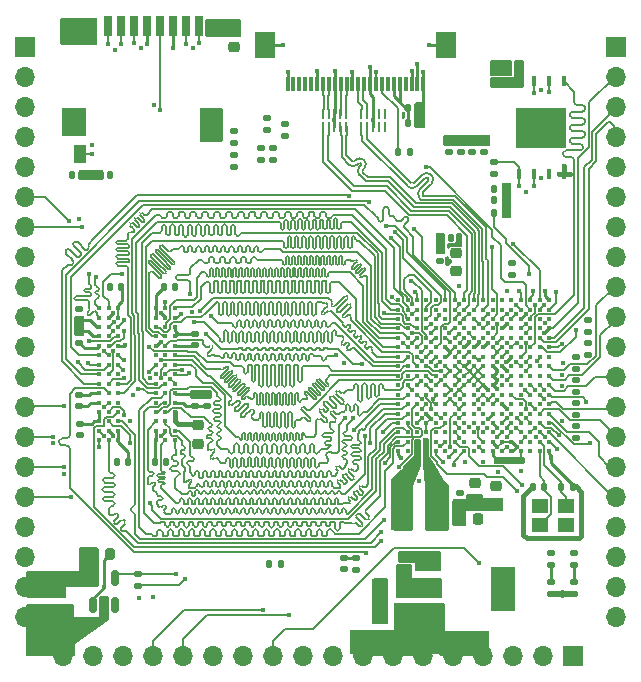
<source format=gbr>
%TF.GenerationSoftware,KiCad,Pcbnew,(7.0.0)*%
%TF.CreationDate,2023-03-20T12:13:36+05:30*%
%TF.ProjectId,IMRT1160_DB,494d5254-3131-4363-905f-44422e6b6963,rev?*%
%TF.SameCoordinates,Original*%
%TF.FileFunction,Copper,L1,Top*%
%TF.FilePolarity,Positive*%
%FSLAX46Y46*%
G04 Gerber Fmt 4.6, Leading zero omitted, Abs format (unit mm)*
G04 Created by KiCad (PCBNEW (7.0.0)) date 2023-03-20 12:13:36*
%MOMM*%
%LPD*%
G01*
G04 APERTURE LIST*
G04 Aperture macros list*
%AMRoundRect*
0 Rectangle with rounded corners*
0 $1 Rounding radius*
0 $2 $3 $4 $5 $6 $7 $8 $9 X,Y pos of 4 corners*
0 Add a 4 corners polygon primitive as box body*
4,1,4,$2,$3,$4,$5,$6,$7,$8,$9,$2,$3,0*
0 Add four circle primitives for the rounded corners*
1,1,$1+$1,$2,$3*
1,1,$1+$1,$4,$5*
1,1,$1+$1,$6,$7*
1,1,$1+$1,$8,$9*
0 Add four rect primitives between the rounded corners*
20,1,$1+$1,$2,$3,$4,$5,0*
20,1,$1+$1,$4,$5,$6,$7,0*
20,1,$1+$1,$6,$7,$8,$9,0*
20,1,$1+$1,$8,$9,$2,$3,0*%
G04 Aperture macros list end*
%TA.AperFunction,SMDPad,CuDef*%
%ADD10RoundRect,0.250000X0.250000X0.475000X-0.250000X0.475000X-0.250000X-0.475000X0.250000X-0.475000X0*%
%TD*%
%TA.AperFunction,ComponentPad*%
%ADD11R,1.700000X1.700000*%
%TD*%
%TA.AperFunction,ComponentPad*%
%ADD12O,1.700000X1.700000*%
%TD*%
%TA.AperFunction,SMDPad,CuDef*%
%ADD13RoundRect,0.140000X0.140000X0.170000X-0.140000X0.170000X-0.140000X-0.170000X0.140000X-0.170000X0*%
%TD*%
%TA.AperFunction,SMDPad,CuDef*%
%ADD14RoundRect,0.135000X0.185000X-0.135000X0.185000X0.135000X-0.185000X0.135000X-0.185000X-0.135000X0*%
%TD*%
%TA.AperFunction,SMDPad,CuDef*%
%ADD15RoundRect,0.140000X-0.140000X-0.170000X0.140000X-0.170000X0.140000X0.170000X-0.140000X0.170000X0*%
%TD*%
%TA.AperFunction,SMDPad,CuDef*%
%ADD16RoundRect,0.140000X0.170000X-0.140000X0.170000X0.140000X-0.170000X0.140000X-0.170000X-0.140000X0*%
%TD*%
%TA.AperFunction,SMDPad,CuDef*%
%ADD17RoundRect,0.135000X0.135000X0.185000X-0.135000X0.185000X-0.135000X-0.185000X0.135000X-0.185000X0*%
%TD*%
%TA.AperFunction,SMDPad,CuDef*%
%ADD18RoundRect,0.140000X-0.170000X0.140000X-0.170000X-0.140000X0.170000X-0.140000X0.170000X0.140000X0*%
%TD*%
%TA.AperFunction,SMDPad,CuDef*%
%ADD19RoundRect,0.135000X-0.185000X0.135000X-0.185000X-0.135000X0.185000X-0.135000X0.185000X0.135000X0*%
%TD*%
%TA.AperFunction,SMDPad,CuDef*%
%ADD20R,1.400000X1.200000*%
%TD*%
%TA.AperFunction,SMDPad,CuDef*%
%ADD21C,0.406400*%
%TD*%
%TA.AperFunction,SMDPad,CuDef*%
%ADD22RoundRect,0.135000X-0.135000X-0.185000X0.135000X-0.185000X0.135000X0.185000X-0.135000X0.185000X0*%
%TD*%
%TA.AperFunction,SMDPad,CuDef*%
%ADD23RoundRect,0.225000X0.250000X-0.225000X0.250000X0.225000X-0.250000X0.225000X-0.250000X-0.225000X0*%
%TD*%
%TA.AperFunction,SMDPad,CuDef*%
%ADD24RoundRect,0.150000X0.150000X-0.512500X0.150000X0.512500X-0.150000X0.512500X-0.150000X-0.512500X0*%
%TD*%
%TA.AperFunction,SMDPad,CuDef*%
%ADD25R,0.250000X0.950000*%
%TD*%
%TA.AperFunction,SMDPad,CuDef*%
%ADD26RoundRect,0.225000X0.225000X0.250000X-0.225000X0.250000X-0.225000X-0.250000X0.225000X-0.250000X0*%
%TD*%
%TA.AperFunction,SMDPad,CuDef*%
%ADD27RoundRect,0.225000X-0.250000X0.225000X-0.250000X-0.225000X0.250000X-0.225000X0.250000X0.225000X0*%
%TD*%
%TA.AperFunction,SMDPad,CuDef*%
%ADD28R,0.300000X1.300000*%
%TD*%
%TA.AperFunction,SMDPad,CuDef*%
%ADD29R,1.800000X2.200000*%
%TD*%
%TA.AperFunction,SMDPad,CuDef*%
%ADD30R,0.700000X1.750000*%
%TD*%
%TA.AperFunction,SMDPad,CuDef*%
%ADD31R,1.000000X1.550000*%
%TD*%
%TA.AperFunction,SMDPad,CuDef*%
%ADD32R,1.450000X1.000000*%
%TD*%
%TA.AperFunction,SMDPad,CuDef*%
%ADD33R,1.500000X1.500000*%
%TD*%
%TA.AperFunction,SMDPad,CuDef*%
%ADD34R,1.300000X1.500000*%
%TD*%
%TA.AperFunction,SMDPad,CuDef*%
%ADD35R,0.800000X1.400000*%
%TD*%
%TA.AperFunction,SMDPad,CuDef*%
%ADD36R,0.800000X1.500000*%
%TD*%
%TA.AperFunction,SMDPad,CuDef*%
%ADD37RoundRect,0.200000X-0.200000X-0.275000X0.200000X-0.275000X0.200000X0.275000X-0.200000X0.275000X0*%
%TD*%
%TA.AperFunction,SMDPad,CuDef*%
%ADD38R,2.000000X1.500000*%
%TD*%
%TA.AperFunction,SMDPad,CuDef*%
%ADD39R,2.000000X3.800000*%
%TD*%
%TA.AperFunction,SMDPad,CuDef*%
%ADD40C,0.390000*%
%TD*%
%TA.AperFunction,SMDPad,CuDef*%
%ADD41R,0.431800X0.863600*%
%TD*%
%TA.AperFunction,SMDPad,CuDef*%
%ADD42R,4.343400X3.454400*%
%TD*%
%TA.AperFunction,SMDPad,CuDef*%
%ADD43R,1.437399X2.311400*%
%TD*%
%TA.AperFunction,ViaPad*%
%ADD44C,0.450000*%
%TD*%
%TA.AperFunction,Conductor*%
%ADD45C,0.200000*%
%TD*%
%TA.AperFunction,Conductor*%
%ADD46C,0.250000*%
%TD*%
%TA.AperFunction,Conductor*%
%ADD47C,0.127000*%
%TD*%
%TA.AperFunction,Conductor*%
%ADD48C,0.100000*%
%TD*%
%TA.AperFunction,Conductor*%
%ADD49C,0.400000*%
%TD*%
%TA.AperFunction,Conductor*%
%ADD50C,0.129540*%
%TD*%
%TA.AperFunction,Conductor*%
%ADD51C,0.155000*%
%TD*%
G04 APERTURE END LIST*
D10*
%TO.P,C71,1*%
%TO.N,DCDC_IN*%
X146612500Y-122502500D03*
%TO.P,C71,2*%
%TO.N,GND*%
X144712500Y-122502500D03*
%TD*%
D11*
%TO.P,J5,1,Pin_1*%
%TO.N,GND*%
X164624999Y-76679999D03*
D12*
%TO.P,J5,2,Pin_2*%
%TO.N,USB_VBUS*%
X164624999Y-79219999D03*
%TO.P,J5,3,Pin_3*%
%TO.N,USB_DP*%
X164624999Y-81759999D03*
%TO.P,J5,4,Pin_4*%
%TO.N,USB_DN*%
X164624999Y-84299999D03*
%TO.P,J5,5,Pin_5*%
%TO.N,GND*%
X164624999Y-86839999D03*
%TO.P,J5,6,Pin_6*%
%TO.N,UART_RX*%
X164624999Y-89379999D03*
%TO.P,J5,7,Pin_7*%
%TO.N,UART_TX*%
X164624999Y-91919999D03*
%TO.P,J5,8,Pin_8*%
%TO.N,PUMP*%
X164624999Y-94459999D03*
%TO.P,J5,9,Pin_9*%
%TO.N,BUCK_5V_EN*%
X164624999Y-96999999D03*
%TO.P,J5,10,Pin_10*%
%TO.N,BTN_SERVICE*%
X164624999Y-99539999D03*
%TO.P,J5,11,Pin_11*%
%TO.N,IC_PUMP*%
X164624999Y-102079999D03*
%TO.P,J5,12,Pin_12*%
%TO.N,BUZZER*%
X164624999Y-104619999D03*
%TO.P,J5,13,Pin_13*%
%TO.N,DEVICE_ON*%
X164624999Y-107159999D03*
%TO.P,J5,14,Pin_14*%
%TO.N,LCD_BKLT*%
X164624999Y-109699999D03*
%TO.P,J5,15,Pin_15*%
%TO.N,P2SENSE*%
X164624999Y-112239999D03*
%TO.P,J5,16,Pin_16*%
%TO.N,P1SENSE*%
X164624999Y-114779999D03*
%TO.P,J5,17,Pin_17*%
%TO.N,DCDC_IN*%
X164624999Y-117319999D03*
%TO.P,J5,18,Pin_18*%
%TO.N,GND*%
X164624999Y-119859999D03*
%TO.P,J5,19,Pin_19*%
%TO.N,unconnected-(J5-Pin_19-Pad19)*%
X164624999Y-122399999D03*
%TO.P,J5,20,Pin_20*%
%TO.N,GND*%
X164624999Y-124939999D03*
%TD*%
D13*
%TO.P,C63,1*%
%TO.N,DCDC_IN*%
X126565000Y-111820000D03*
%TO.P,C63,2*%
%TO.N,GND*%
X125605000Y-111820000D03*
%TD*%
D14*
%TO.P,R25,1*%
%TO.N,VDD_SNVS_ANA*%
X124200000Y-122335000D03*
%TO.P,R25,2*%
%TO.N,POR_B*%
X124200000Y-121315000D03*
%TD*%
D10*
%TO.P,C70,1*%
%TO.N,5V*%
X146612500Y-124762500D03*
%TO.P,C70,2*%
%TO.N,GND*%
X144712500Y-124762500D03*
%TD*%
D13*
%TO.P,C52,1*%
%TO.N,DCDC_IN*%
X119580000Y-87575000D03*
%TO.P,C52,2*%
%TO.N,GND*%
X118620000Y-87575000D03*
%TD*%
D15*
%TO.P,C11,1*%
%TO.N,DCDC_IN*%
X149770000Y-92900000D03*
%TO.P,C11,2*%
%TO.N,GND*%
X150730000Y-92900000D03*
%TD*%
D14*
%TO.P,R9,1*%
%TO.N,GPIO_LPSR_02*%
X159175000Y-120560000D03*
%TO.P,R9,2*%
%TO.N,DCDC_IN*%
X159175000Y-119540000D03*
%TD*%
D11*
%TO.P,J4,1,Pin_1*%
%TO.N,DCDC_IN*%
X114649999Y-76674999D03*
D12*
%TO.P,J4,2,Pin_2*%
%TO.N,GND*%
X114649999Y-79214999D03*
%TO.P,J4,3,Pin_3*%
%TO.N,LED_A*%
X114649999Y-81754999D03*
%TO.P,J4,4,Pin_4*%
%TO.N,LED_K*%
X114649999Y-84294999D03*
%TO.P,J4,5,Pin_5*%
%TO.N,GND*%
X114649999Y-86834999D03*
%TO.P,J4,6,Pin_6*%
%TO.N,SWDIO*%
X114649999Y-89374999D03*
%TO.P,J4,7,Pin_7*%
%TO.N,SWCLK*%
X114649999Y-91914999D03*
%TO.P,J4,8,Pin_8*%
%TO.N,CHRG_LED*%
X114649999Y-94454999D03*
%TO.P,J4,9,Pin_9*%
%TO.N,PVALVE3*%
X114649999Y-96994999D03*
%TO.P,J4,10,Pin_10*%
%TO.N,PVALVE1*%
X114649999Y-99534999D03*
%TO.P,J4,11,Pin_11*%
%TO.N,BTN_DOWN*%
X114649999Y-102074999D03*
%TO.P,J4,12,Pin_12*%
%TO.N,BTN_DEC*%
X114649999Y-104614999D03*
%TO.P,J4,13,Pin_13*%
%TO.N,BTN_UP*%
X114649999Y-107154999D03*
%TO.P,J4,14,Pin_14*%
%TO.N,I2C1_SCL*%
X114649999Y-109694999D03*
%TO.P,J4,15,Pin_15*%
%TO.N,I2C1_SDA*%
X114649999Y-112234999D03*
%TO.P,J4,16,Pin_16*%
%TO.N,BTN_START*%
X114649999Y-114774999D03*
%TO.P,J4,17,Pin_17*%
%TO.N,BTN_MODE*%
X114649999Y-117314999D03*
%TO.P,J4,18,Pin_18*%
%TO.N,BTN_INC*%
X114649999Y-119854999D03*
%TO.P,J4,19,Pin_19*%
%TO.N,DCDC_IN*%
X114649999Y-122394999D03*
%TO.P,J4,20,Pin_20*%
%TO.N,GND*%
X114649999Y-124934999D03*
%TD*%
D16*
%TO.P,C67,1*%
%TO.N,DCDC_IN*%
X129035000Y-101950000D03*
%TO.P,C67,2*%
%TO.N,GND*%
X129035000Y-100990000D03*
%TD*%
D14*
%TO.P,R10,1*%
%TO.N,GND*%
X159175000Y-123010000D03*
%TO.P,R10,2*%
%TO.N,GPIO_LPSR_02*%
X159175000Y-121990000D03*
%TD*%
D17*
%TO.P,R15,1*%
%TO.N,GND*%
X155350000Y-88700000D03*
%TO.P,R15,2*%
%TO.N,Net-(U1C-GPIO_DISP_B1_10)*%
X154330000Y-88700000D03*
%TD*%
D18*
%TO.P,C51,1*%
%TO.N,VDD_SOC*%
X151425000Y-114445000D03*
%TO.P,C51,2*%
%TO.N,GND*%
X151425000Y-115405000D03*
%TD*%
%TO.P,C46,1*%
%TO.N,DCDC_1V8*%
X161300000Y-106870000D03*
%TO.P,C46,2*%
%TO.N,GND*%
X161300000Y-107830000D03*
%TD*%
D19*
%TO.P,R19,1*%
%TO.N,GND*%
X150500000Y-84580000D03*
%TO.P,R19,2*%
%TO.N,Net-(U1C-GPIO_DISP_B2_04)*%
X150500000Y-85600000D03*
%TD*%
D17*
%TO.P,R17,1*%
%TO.N,GND*%
X155360000Y-90750000D03*
%TO.P,R17,2*%
%TO.N,Net-(U1C-GPIO_DISP_B1_06)*%
X154340000Y-90750000D03*
%TD*%
D20*
%TO.P,Y1,1,1*%
%TO.N,Net-(U1G-XTALO)*%
X160424999Y-115574999D03*
%TO.P,Y1,2,2*%
%TO.N,GND*%
X158224999Y-115574999D03*
%TO.P,Y1,3,3*%
%TO.N,Net-(U1G-XTALI)*%
X158224999Y-117174999D03*
%TO.P,Y1,4,4*%
%TO.N,GND*%
X160424999Y-117174999D03*
%TD*%
D19*
%TO.P,R18,1*%
%TO.N,GND*%
X162300000Y-101740000D03*
%TO.P,R18,2*%
%TO.N,Net-(U1C-GPIO_DISP_B1_07)*%
X162300000Y-102760000D03*
%TD*%
D16*
%TO.P,C59,1*%
%TO.N,DCDC_IN*%
X129035000Y-107070000D03*
%TO.P,C59,2*%
%TO.N,GND*%
X129035000Y-106110000D03*
%TD*%
D21*
%TO.P,U3,A1,DQ26*%
%TO.N,DQ26*%
X127310000Y-110019999D03*
%TO.P,U3,A2,DQ24*%
%TO.N,DQ24*%
X126510000Y-110019999D03*
%TO.P,U3,A3,VSS*%
%TO.N,GND*%
X125710000Y-110019999D03*
%TO.P,U3,A7,VDD*%
%TO.N,DCDC_IN*%
X122510000Y-110019999D03*
%TO.P,U3,A8,DQ23*%
%TO.N,DQ23*%
X121710000Y-110019999D03*
%TO.P,U3,A9,DQ21*%
%TO.N,DQ21*%
X120910000Y-110019999D03*
%TO.P,U3,B1,DQ28*%
%TO.N,DQ28*%
X127310000Y-109219999D03*
%TO.P,U3,B2,VDDQ*%
%TO.N,DCDC_IN*%
X126510000Y-109219999D03*
%TO.P,U3,B3,VSSQ*%
%TO.N,GND*%
X125710000Y-109219999D03*
%TO.P,U3,B7,VDDQ*%
%TO.N,DCDC_IN*%
X122510000Y-109219999D03*
%TO.P,U3,B8,VSSQ*%
%TO.N,GND*%
X121710000Y-109219999D03*
%TO.P,U3,B9,DQ19*%
%TO.N,DQ19*%
X120910000Y-109219999D03*
%TO.P,U3,C1,VSSQ*%
%TO.N,GND*%
X127310000Y-108420000D03*
%TO.P,U3,C2,DQ27*%
%TO.N,DQ27*%
X126510000Y-108420000D03*
%TO.P,U3,C3,DQ25*%
%TO.N,DQ25*%
X125710000Y-108420000D03*
%TO.P,U3,C7,DQ22*%
%TO.N,DQ22*%
X122510000Y-108420000D03*
%TO.P,U3,C8,DQ20*%
%TO.N,DQ20*%
X121710000Y-108420000D03*
%TO.P,U3,C9,VDDQ*%
%TO.N,DCDC_IN*%
X120910000Y-108420000D03*
%TO.P,U3,D1,VSSQ*%
%TO.N,GND*%
X127310000Y-107620000D03*
%TO.P,U3,D2,DQ29*%
%TO.N,DQ29*%
X126510000Y-107620000D03*
%TO.P,U3,D3,DQ30*%
%TO.N,DQ30*%
X125710000Y-107620000D03*
%TO.P,U3,D7,DQ17*%
%TO.N,DQ17*%
X122510000Y-107620000D03*
%TO.P,U3,D8,DQ18*%
%TO.N,DQ18*%
X121710000Y-107620000D03*
%TO.P,U3,D9,VDDQ*%
%TO.N,DCDC_IN*%
X120910000Y-107620000D03*
%TO.P,U3,E1,VDDQ*%
X127310000Y-106820000D03*
%TO.P,U3,E2,DQ31*%
%TO.N,DQ31*%
X126510000Y-106820000D03*
%TO.P,U3,E3,NC*%
%TO.N,unconnected-(U3-NC-PadE3)*%
X125710000Y-106820000D03*
%TO.P,U3,E7,NC*%
%TO.N,unconnected-(U3-NC-PadE7)*%
X122510000Y-106820000D03*
%TO.P,U3,E8,DQ16*%
%TO.N,DQ16*%
X121710000Y-106820000D03*
%TO.P,U3,E9,VSSQ*%
%TO.N,GND*%
X120910000Y-106820000D03*
%TO.P,U3,F1,VSS*%
X127310000Y-106020000D03*
%TO.P,U3,F2,DQM3*%
%TO.N,DQM3*%
X126510000Y-106020000D03*
%TO.P,U3,F3,A3*%
%TO.N,A3*%
X125710000Y-106020000D03*
%TO.P,U3,F7,A2*%
%TO.N,A2*%
X122510000Y-106020000D03*
%TO.P,U3,F8,DQM2*%
%TO.N,DQM2*%
X121710000Y-106020000D03*
%TO.P,U3,F9,VDD*%
%TO.N,DCDC_IN*%
X120910000Y-106020000D03*
%TO.P,U3,G1,A4*%
%TO.N,A4*%
X127310000Y-105220000D03*
%TO.P,U3,G2,A5*%
%TO.N,A5*%
X126510000Y-105220000D03*
%TO.P,U3,G3,A6*%
%TO.N,A6*%
X125710000Y-105220000D03*
%TO.P,U3,G7,A10*%
%TO.N,A10*%
X122510000Y-105220000D03*
%TO.P,U3,G8,A0*%
%TO.N,A0*%
X121710000Y-105220000D03*
%TO.P,U3,G9,A1*%
%TO.N,A1*%
X120910000Y-105220000D03*
%TO.P,U3,H1,A7*%
%TO.N,A7*%
X127310000Y-104420000D03*
%TO.P,U3,H2,A8*%
%TO.N,A8*%
X126510000Y-104420000D03*
%TO.P,U3,H3,NC*%
%TO.N,unconnected-(U3-NC-PadH3)*%
X125710000Y-104420000D03*
%TO.P,U3,H7,NC*%
%TO.N,unconnected-(U3-NC-PadH7)*%
X122510000Y-104420000D03*
%TO.P,U3,H8,BA1*%
%TO.N,BA1*%
X121710000Y-104420000D03*
%TO.P,U3,H9,A11*%
%TO.N,A11*%
X120910000Y-104420000D03*
%TO.P,U3,J1,CLK*%
%TO.N,SDCLK*%
X127310000Y-103620000D03*
%TO.P,U3,J2,CKE*%
%TO.N,SDCKE*%
X126510000Y-103620000D03*
%TO.P,U3,J3,A9*%
%TO.N,A9*%
X125710000Y-103620000D03*
%TO.P,U3,J7,BA0*%
%TO.N,BA0*%
X122510000Y-103620000D03*
%TO.P,U3,J8,\u002ACS*%
%TO.N,SDCS*%
X121710000Y-103620000D03*
%TO.P,U3,J9,\u002ARAS*%
%TO.N,SDRAS*%
X120910000Y-103620000D03*
%TO.P,U3,K1,DQM1*%
%TO.N,DQM1*%
X127310000Y-102820000D03*
%TO.P,U3,K2,NC*%
%TO.N,unconnected-(U3-NC-PadK2)*%
X126510000Y-102820000D03*
%TO.P,U3,K3,NC*%
%TO.N,unconnected-(U3-NC-PadK3)*%
X125710000Y-102820000D03*
%TO.P,U3,K7,\u002ACAS*%
%TO.N,SDCAS*%
X122510000Y-102820000D03*
%TO.P,U3,K8,\u002AWE*%
%TO.N,SDWE*%
X121710000Y-102820000D03*
%TO.P,U3,K9,DQM0*%
%TO.N,DQM0*%
X120910000Y-102820000D03*
%TO.P,U3,L1,VDDQ*%
%TO.N,DCDC_IN*%
X127310000Y-102020000D03*
%TO.P,U3,L2,DQ8*%
%TO.N,DQ8*%
X126510000Y-102020000D03*
%TO.P,U3,L3,VSS*%
%TO.N,GND*%
X125710000Y-102020000D03*
%TO.P,U3,L7,VDD*%
%TO.N,DCDC_IN*%
X122510000Y-102020000D03*
%TO.P,U3,L8,DQ7*%
%TO.N,DQ7*%
X121710000Y-102020000D03*
%TO.P,U3,L9,VSSQ*%
%TO.N,GND*%
X120910000Y-102020000D03*
%TO.P,U3,M1,VSSQ*%
X127310000Y-101220000D03*
%TO.P,U3,M2,DQ10*%
%TO.N,DQ10*%
X126510000Y-101220000D03*
%TO.P,U3,M3,DQ9*%
%TO.N,DQ9*%
X125710000Y-101220000D03*
%TO.P,U3,M7,DQ6*%
%TO.N,DQ6*%
X122510000Y-101220000D03*
%TO.P,U3,M8,DQ5*%
%TO.N,DQ5*%
X121710000Y-101220000D03*
%TO.P,U3,M9,VDDQ*%
%TO.N,DCDC_IN*%
X120910000Y-101220000D03*
%TO.P,U3,N1,VSSQ*%
%TO.N,GND*%
X127310000Y-100420000D03*
%TO.P,U3,N2,DQ12*%
%TO.N,DQ12*%
X126510000Y-100420000D03*
%TO.P,U3,N3,DQ14*%
%TO.N,DQ14*%
X125710000Y-100420000D03*
%TO.P,U3,N7,DQ1*%
%TO.N,DQ1*%
X122510000Y-100420000D03*
%TO.P,U3,N8,DQ3*%
%TO.N,DQ3*%
X121710000Y-100420000D03*
%TO.P,U3,N9,VDDQ*%
%TO.N,DCDC_IN*%
X120910000Y-100420000D03*
%TO.P,U3,P1,DQ11*%
%TO.N,DQ11*%
X127310000Y-99620001D03*
%TO.P,U3,P2,VDDQ*%
%TO.N,DCDC_IN*%
X126510000Y-99620001D03*
%TO.P,U3,P3,VSSQ*%
%TO.N,GND*%
X125710000Y-99620001D03*
%TO.P,U3,P7,VDDQ*%
%TO.N,DCDC_IN*%
X122510000Y-99620001D03*
%TO.P,U3,P8,VSSQ*%
%TO.N,GND*%
X121710000Y-99620001D03*
%TO.P,U3,P9,DQ4*%
%TO.N,DQ4*%
X120910000Y-99620001D03*
%TO.P,U3,R1,DQ13*%
%TO.N,DQ13*%
X127310000Y-98820001D03*
%TO.P,U3,R2,DQ15*%
%TO.N,DQ15*%
X126510000Y-98820001D03*
%TO.P,U3,R3,VSS*%
%TO.N,GND*%
X125710000Y-98820001D03*
%TO.P,U3,R7,VDD*%
%TO.N,DCDC_IN*%
X122510000Y-98820001D03*
%TO.P,U3,R8,DQ0*%
%TO.N,DQ0*%
X121710000Y-98820001D03*
%TO.P,U3,R9,DQ2*%
%TO.N,DQ2*%
X120910000Y-98820001D03*
%TD*%
D13*
%TO.P,C73,1*%
%TO.N,GND*%
X147975000Y-83125000D03*
%TO.P,C73,2*%
%TO.N,DCDC_IN*%
X147015000Y-83125000D03*
%TD*%
%TO.P,C65,1*%
%TO.N,DCDC_IN*%
X127340000Y-97045000D03*
%TO.P,C65,2*%
%TO.N,GND*%
X126380000Y-97045000D03*
%TD*%
%TO.P,C64,1*%
%TO.N,DCDC_IN*%
X122765000Y-97070000D03*
%TO.P,C64,2*%
%TO.N,GND*%
X121805000Y-97070000D03*
%TD*%
D17*
%TO.P,R27,1*%
%TO.N,DCDC_IN*%
X147185000Y-85575000D03*
%TO.P,R27,2*%
%TO.N,LCD_RST*%
X146165000Y-85575000D03*
%TD*%
D18*
%TO.P,C60,1*%
%TO.N,DCDC_IN*%
X119210000Y-100790000D03*
%TO.P,C60,2*%
%TO.N,GND*%
X119210000Y-101750000D03*
%TD*%
D14*
%TO.P,R4,1*%
%TO.N,SD_3*%
X134582000Y-86310000D03*
%TO.P,R4,2*%
%TO.N,GND*%
X134582000Y-85290000D03*
%TD*%
D22*
%TO.P,R26,1*%
%TO.N,DCDC_IN*%
X135265000Y-120450000D03*
%TO.P,R26,2*%
%TO.N,Net-(U1G-ONOFF)*%
X136285000Y-120450000D03*
%TD*%
D13*
%TO.P,C39,1*%
%TO.N,Net-(U1G-XTALI)*%
X158605000Y-114000000D03*
%TO.P,C39,2*%
%TO.N,GND*%
X157645000Y-114000000D03*
%TD*%
D23*
%TO.P,C1,1*%
%TO.N,VDD_SOC*%
X151075000Y-95700000D03*
%TO.P,C1,2*%
%TO.N,GND*%
X151075000Y-94150000D03*
%TD*%
D19*
%TO.P,FB1,1*%
%TO.N,Net-(U1A-VDD_MIPI_1P8)*%
X161300000Y-104940000D03*
%TO.P,FB1,2*%
%TO.N,DCDC_1V8*%
X161300000Y-105960000D03*
%TD*%
D24*
%TO.P,U5,1,~{MR}*%
%TO.N,NRST*%
X120350000Y-123975000D03*
%TO.P,U5,2,GND*%
%TO.N,GND*%
X121300000Y-123975000D03*
%TO.P,U5,3,NC*%
%TO.N,unconnected-(U5-NC-Pad3)*%
X122250000Y-123975000D03*
%TO.P,U5,4,out*%
%TO.N,POR_B*%
X122250000Y-121700000D03*
%TO.P,U5,5,VDD*%
%TO.N,DCDC_IN*%
X120350000Y-121700000D03*
%TD*%
D14*
%TO.P,R7,1*%
%TO.N,SD_2*%
X132340000Y-86850000D03*
%TO.P,R7,2*%
%TO.N,DCDC_IN*%
X132340000Y-85830000D03*
%TD*%
D19*
%TO.P,R1,1*%
%TO.N,Net-(U1A-DCDC_PSWITCH)*%
X142650000Y-119965000D03*
%TO.P,R1,2*%
%TO.N,DCDC_IN*%
X142650000Y-120985000D03*
%TD*%
D13*
%TO.P,C38,1*%
%TO.N,GND*%
X160980000Y-113975000D03*
%TO.P,C38,2*%
%TO.N,Net-(U1G-XTALO)*%
X160020000Y-113975000D03*
%TD*%
D19*
%TO.P,FB2,1*%
%TO.N,Net-(U1A-VDD_USB_3P3)*%
X161300000Y-102990000D03*
%TO.P,FB2,2*%
%TO.N,DCDC_IN*%
X161300000Y-104010000D03*
%TD*%
D14*
%TO.P,R11,1*%
%TO.N,GPIO_LPSR_03*%
X161100000Y-120560000D03*
%TO.P,R11,2*%
%TO.N,DCDC_IN*%
X161100000Y-119540000D03*
%TD*%
D19*
%TO.P,R22,1*%
%TO.N,GND*%
X155850000Y-94990000D03*
%TO.P,R22,2*%
%TO.N,Net-(U1C-GPIO_DISP_B2_01)*%
X155850000Y-96010000D03*
%TD*%
D25*
%TO.P,IC2,1,D1+_1*%
%TO.N,DSI_D1_MCU_N*%
X143099999Y-83449999D03*
%TO.P,IC2,2,D1-_1*%
%TO.N,DSI_D1_MCU_P*%
X143599999Y-83449999D03*
%TO.P,IC2,3,GND_1*%
%TO.N,GND*%
X144099999Y-83449999D03*
%TO.P,IC2,4,D2+_1*%
%TO.N,unconnected-(IC2-D2+_1-Pad4)*%
X144599999Y-83449999D03*
%TO.P,IC2,5,D2-_1*%
%TO.N,unconnected-(IC2-D2-_1-Pad5)*%
X145099999Y-83449999D03*
%TO.P,IC2,6,D2-_2*%
%TO.N,unconnected-(IC2-D2-_2-Pad6)*%
X145099999Y-82349999D03*
%TO.P,IC2,7,D2+_2*%
%TO.N,unconnected-(IC2-D2+_2-Pad7)*%
X144599999Y-82349999D03*
%TO.P,IC2,8,GND_2*%
%TO.N,GND*%
X144099999Y-82349999D03*
%TO.P,IC2,9,D1-_2*%
%TO.N,DSI_D1_P*%
X143599999Y-82349999D03*
%TO.P,IC2,10,D1+_2*%
%TO.N,DSI_D1_N*%
X143099999Y-82349999D03*
%TD*%
D16*
%TO.P,C68,1*%
%TO.N,DCDC_IN*%
X130035000Y-107070000D03*
%TO.P,C68,2*%
%TO.N,GND*%
X130035000Y-106110000D03*
%TD*%
D26*
%TO.P,C47,1*%
%TO.N,VDD_SOC*%
X152975000Y-116650000D03*
%TO.P,C47,2*%
%TO.N,GND*%
X151425000Y-116650000D03*
%TD*%
D16*
%TO.P,C55,1*%
%TO.N,DCDC_IN*%
X154450000Y-79705000D03*
%TO.P,C55,2*%
%TO.N,GND*%
X154450000Y-78745000D03*
%TD*%
D23*
%TO.P,C56,1*%
%TO.N,DCDC_IN*%
X132350000Y-76675000D03*
%TO.P,C56,2*%
%TO.N,GND*%
X132350000Y-75125000D03*
%TD*%
D19*
%TO.P,R21,1*%
%TO.N,GND*%
X152500000Y-84590000D03*
%TO.P,R21,2*%
%TO.N,Net-(U1C-GPIO_DISP_B2_00)*%
X152500000Y-85610000D03*
%TD*%
D27*
%TO.P,C50,1*%
%TO.N,DCDC_IN*%
X154525000Y-113900000D03*
%TO.P,C50,2*%
%TO.N,GND*%
X154525000Y-115450000D03*
%TD*%
D28*
%TO.P,J1,1,1*%
%TO.N,GND*%
X148349999Y-79824999D03*
%TO.P,J1,2,2*%
%TO.N,LED_A*%
X147849999Y-79824999D03*
%TO.P,J1,3,3*%
%TO.N,LED_K*%
X147349999Y-79824999D03*
%TO.P,J1,4,4*%
%TO.N,unconnected-(J1-Pad4)*%
X146849999Y-79824999D03*
%TO.P,J1,5,5*%
%TO.N,DCDC_IN*%
X146349999Y-79824999D03*
%TO.P,J1,6,6*%
X145849999Y-79824999D03*
%TO.P,J1,7,7*%
%TO.N,unconnected-(J1-Pad7)*%
X145349999Y-79824999D03*
%TO.P,J1,8,8*%
%TO.N,LCD_RST*%
X144849999Y-79824999D03*
%TO.P,J1,9,9*%
%TO.N,DCDC_IN*%
X144349999Y-79824999D03*
%TO.P,J1,10,10*%
%TO.N,GND*%
X143849999Y-79824999D03*
%TO.P,J1,11,11*%
%TO.N,DSI_D1_P*%
X143349999Y-79824999D03*
%TO.P,J1,12,12*%
%TO.N,DSI_D1_N*%
X142849999Y-79824999D03*
%TO.P,J1,13,13*%
%TO.N,GND*%
X142349999Y-79824999D03*
%TO.P,J1,14,14*%
%TO.N,DSI_CK_P*%
X141849999Y-79824999D03*
%TO.P,J1,15,15*%
%TO.N,DSI_CK_N*%
X141349999Y-79824999D03*
%TO.P,J1,16,16*%
%TO.N,GND*%
X140849999Y-79824999D03*
%TO.P,J1,17,17*%
%TO.N,DSI_D0_P*%
X140349999Y-79824999D03*
%TO.P,J1,18,18*%
%TO.N,DSI_D0_N*%
X139849999Y-79824999D03*
%TO.P,J1,19,19*%
%TO.N,GND*%
X139349999Y-79824999D03*
%TO.P,J1,20,20*%
%TO.N,unconnected-(J1-Pad20)*%
X138849999Y-79824999D03*
%TO.P,J1,21,21*%
%TO.N,unconnected-(J1-Pad21)*%
X138349999Y-79824999D03*
%TO.P,J1,22,22*%
%TO.N,unconnected-(J1-Pad22)*%
X137849999Y-79824999D03*
%TO.P,J1,23,23*%
%TO.N,unconnected-(J1-Pad23)*%
X137349999Y-79824999D03*
%TO.P,J1,24,24*%
%TO.N,GND*%
X136849999Y-79824999D03*
D29*
%TO.P,J1,P1,SHIELD*%
X134949999Y-76574999D03*
%TO.P,J1,P2,SHIELD*%
X150249999Y-76574999D03*
%TD*%
D13*
%TO.P,C74,1*%
%TO.N,GND*%
X147975000Y-81850000D03*
%TO.P,C74,2*%
%TO.N,DCDC_IN*%
X147015000Y-81850000D03*
%TD*%
D16*
%TO.P,C66,1*%
%TO.N,DCDC_IN*%
X119210000Y-99850000D03*
%TO.P,C66,2*%
%TO.N,GND*%
X119210000Y-98890000D03*
%TD*%
D19*
%TO.P,R3,1*%
%TO.N,QSPI_CS*%
X154375000Y-86415000D03*
%TO.P,R3,2*%
%TO.N,DCDC_IN*%
X154375000Y-87435000D03*
%TD*%
D30*
%TO.P,J2,1,DATA_LINE[BIT_2]*%
%TO.N,SD_2*%
X121649999Y-74962499D03*
%TO.P,J2,2,CARD_DETECT/DATA_LINE[BIT_3]*%
%TO.N,SD_3*%
X122749999Y-74962499D03*
%TO.P,J2,3,COMMAND/RESPONSE*%
%TO.N,SD_CMD*%
X123849999Y-74962499D03*
%TO.P,J2,4,SUPPLY_VOLTAGE*%
%TO.N,DCDC_IN*%
X124949999Y-74962499D03*
%TO.P,J2,5,CLOCK*%
%TO.N,SD_CLK*%
X126049999Y-74962499D03*
%TO.P,J2,6,SUPPLY_VOLTAGE_GROUND*%
%TO.N,GND*%
X127149999Y-74962499D03*
%TO.P,J2,7,DATA_LINE[BIT_0]*%
%TO.N,SD_0*%
X128249999Y-74962499D03*
%TO.P,J2,8,DATA_LINE[BIT_1]*%
%TO.N,SD_1*%
X129349999Y-74962499D03*
D31*
%TO.P,J2,9,CD_SWITCH1*%
%TO.N,SDL_CD*%
X119274999Y-85762499D03*
D32*
%TO.P,J2,10,CD_SWITCH2*%
%TO.N,GND*%
X130474999Y-84187499D03*
D33*
%TO.P,J2,S1,SHIELD*%
X119199999Y-75087499D03*
D34*
%TO.P,J2,S2,SHIELD*%
X130549999Y-75087499D03*
D35*
%TO.P,J2,S3,SHIELD*%
X118874999Y-83337499D03*
D36*
%TO.P,J2,S4,SHIELD*%
X130799999Y-82687499D03*
%TD*%
D18*
%TO.P,C7,1*%
%TO.N,Net-(U1A-DCDC_PSWITCH)*%
X141600000Y-119970000D03*
%TO.P,C7,2*%
%TO.N,GND*%
X141600000Y-120930000D03*
%TD*%
D19*
%TO.P,R6,1*%
%TO.N,SD_CMD*%
X132350000Y-83845000D03*
%TO.P,R6,2*%
%TO.N,DCDC_IN*%
X132350000Y-84865000D03*
%TD*%
D37*
%TO.P,R28,1*%
%TO.N,DCDC_IN*%
X120200000Y-119675000D03*
%TO.P,R28,2*%
%TO.N,NRST*%
X121850000Y-119675000D03*
%TD*%
D27*
%TO.P,C49,1*%
%TO.N,VDD_SOC*%
X152725000Y-113600000D03*
%TO.P,C49,2*%
%TO.N,GND*%
X152725000Y-115150000D03*
%TD*%
D11*
%TO.P,J3,1,Pin_1*%
%TO.N,GND*%
X161024999Y-128249999D03*
D12*
%TO.P,J3,2,Pin_2*%
%TO.N,DCDC_IN*%
X158484999Y-128249999D03*
%TO.P,J3,3,Pin_3*%
%TO.N,GND*%
X155944999Y-128249999D03*
%TO.P,J3,4,Pin_4*%
%TO.N,5V*%
X153404999Y-128249999D03*
%TO.P,J3,5,Pin_5*%
X150864999Y-128249999D03*
%TO.P,J3,6,Pin_6*%
X148324999Y-128249999D03*
%TO.P,J3,7,Pin_7*%
X145784999Y-128249999D03*
%TO.P,J3,8,Pin_8*%
X143244999Y-128249999D03*
%TO.P,J3,9,Pin_9*%
%TO.N,GND*%
X140704999Y-128249999D03*
%TO.P,J3,10,Pin_10*%
%TO.N,NRST*%
X138164999Y-128249999D03*
%TO.P,J3,11,Pin_11*%
%TO.N,PVALVE2*%
X135624999Y-128249999D03*
%TO.P,J3,12,Pin_12*%
%TO.N,I2C2_SDA*%
X133084999Y-128249999D03*
%TO.P,J3,13,Pin_13*%
%TO.N,I2C2_SCL*%
X130544999Y-128249999D03*
%TO.P,J3,14,Pin_14*%
%TO.N,CAPSENSE*%
X128004999Y-128249999D03*
%TO.P,J3,15,Pin_15*%
%TO.N,CHRG_OK*%
X125464999Y-128249999D03*
%TO.P,J3,16,Pin_16*%
%TO.N,GND*%
X122924999Y-128249999D03*
%TO.P,J3,17,Pin_17*%
%TO.N,DCDC_IN*%
X120384999Y-128249999D03*
%TO.P,J3,18,Pin_18*%
%TO.N,GND*%
X117844999Y-128249999D03*
%TD*%
D18*
%TO.P,C61,1*%
%TO.N,DCDC_IN*%
X119210000Y-106190000D03*
%TO.P,C61,2*%
%TO.N,GND*%
X119210000Y-107150000D03*
%TD*%
D38*
%TO.P,U4,1,GND*%
%TO.N,GND*%
X148772499Y-120262499D03*
%TO.P,U4,2,VO*%
%TO.N,DCDC_IN*%
X148772499Y-122562499D03*
D39*
X155072499Y-122562499D03*
D38*
%TO.P,U4,3,VI*%
%TO.N,5V*%
X148772499Y-124862499D03*
%TD*%
D14*
%TO.P,R8,1*%
%TO.N,SD_1*%
X135125000Y-83760000D03*
%TO.P,R8,2*%
%TO.N,DCDC_IN*%
X135125000Y-82740000D03*
%TD*%
D23*
%TO.P,C58,1*%
%TO.N,DCDC_IN*%
X129310000Y-110295000D03*
%TO.P,C58,2*%
%TO.N,GND*%
X129310000Y-108745000D03*
%TD*%
D40*
%TO.P,U1,A1,VSS*%
%TO.N,GND*%
X146210000Y-98145000D03*
%TO.P,U1,A2,GPIO_EMC_B1_10*%
%TO.N,A1*%
X147010000Y-98145000D03*
%TO.P,U1,A3,GPIO_EMC_B1_09*%
%TO.N,A0*%
X147810000Y-98145000D03*
%TO.P,U1,A4,GPIO_DISP_B2_15*%
%TO.N,unconnected-(U1C-GPIO_DISP_B2_15-PadA4)*%
X148610000Y-98145000D03*
%TO.P,U1,A5,GPIO_DISP_B2_13*%
%TO.N,unconnected-(U1C-GPIO_DISP_B2_13-PadA5)*%
X149410000Y-98145000D03*
%TO.P,U1,A6,GPIO_DISP_B2_11*%
%TO.N,CHRG_LED*%
X150210000Y-98145000D03*
%TO.P,U1,A7,GPIO_DISP_B2_14*%
%TO.N,LCD_RST*%
X151010000Y-98145000D03*
%TO.P,U1,A8,MIPI_DSI_DN0*%
%TO.N,DSI_D0_MCU_N*%
X151810000Y-98145000D03*
%TO.P,U1,A9,MIPI_DSI_CKN*%
%TO.N,DSI_CK_MCU_N*%
X152610000Y-98145000D03*
%TO.P,U1,A10,MIPI_DSI_DN1*%
%TO.N,DSI_D1_MCU_N*%
X153410000Y-98145000D03*
%TO.P,U1,A11,MIPI_CSI_DN0*%
%TO.N,unconnected-(U1G-MIPI_CSI_DN0-PadA11)*%
X154210000Y-98145000D03*
%TO.P,U1,A12,MIPI_CSI_CKN*%
%TO.N,unconnected-(U1G-MIPI_CSI_CKN-PadA12)*%
X155010000Y-98145000D03*
%TO.P,U1,A13,MIPI_CSI_DN1*%
%TO.N,unconnected-(U1G-MIPI_CSI_DN1-PadA13)*%
X155810000Y-98145000D03*
%TO.P,U1,A14,GPIO_DISP_B1_11*%
%TO.N,Net-(U1C-GPIO_DISP_B1_11)*%
X156610000Y-98145000D03*
%TO.P,U1,A15,GPIO_DISP_B1_08*%
%TO.N,Net-(U1C-GPIO_DISP_B1_08)*%
X157410000Y-98145000D03*
%TO.P,U1,A16,GPIO_SD_B1_05*%
%TO.N,SD_3*%
X158210000Y-98145000D03*
%TO.P,U1,A17,VSS*%
%TO.N,GND*%
X159010000Y-98145000D03*
%TO.P,U1,B1,GPIO_EMC_B1_14*%
%TO.N,A5*%
X146210000Y-98945000D03*
%TO.P,U1,B2,GPIO_EMC_B1_23*%
%TO.N,A10*%
X147010000Y-98945000D03*
%TO.P,U1,B3,GPIO_EMC_B1_17*%
%TO.N,A8*%
X147810000Y-98945000D03*
%TO.P,U1,B4,GPIO_EMC_B1_18*%
%TO.N,A9*%
X148610000Y-98945000D03*
%TO.P,U1,B5,GPIO_DISP_B2_08*%
%TO.N,unconnected-(U1C-GPIO_DISP_B2_08-PadB5)*%
X149410000Y-98945000D03*
%TO.P,U1,B6,GPIO_DISP_B2_12*%
%TO.N,unconnected-(U1C-GPIO_DISP_B2_12-PadB6)*%
X150210000Y-98945000D03*
%TO.P,U1,B7,VSS*%
%TO.N,GND*%
X151010000Y-98945000D03*
%TO.P,U1,B8,MIPI_DSI_DP0*%
%TO.N,DSI_D0_MCU_P*%
X151810000Y-98945000D03*
%TO.P,U1,B9,MIPI_DSI_CKP*%
%TO.N,DSI_CK_MCU_P*%
X152610000Y-98945000D03*
%TO.P,U1,B10,MIPI_DSI_DP1*%
%TO.N,DSI_D1_MCU_P*%
X153410000Y-98945000D03*
%TO.P,U1,B11,MIPI_CSI_DP0*%
%TO.N,unconnected-(U1G-MIPI_CSI_DP0-PadB11)*%
X154210000Y-98945000D03*
%TO.P,U1,B12,MIPI_CSI_CKP*%
%TO.N,unconnected-(U1G-MIPI_CSI_CKP-PadB12)*%
X155010000Y-98945000D03*
%TO.P,U1,B13,MIPI_CSI_DP1*%
%TO.N,unconnected-(U1G-MIPI_CSI_DP1-PadB13)*%
X155810000Y-98945000D03*
%TO.P,U1,B14,GPIO_DISP_B1_10*%
%TO.N,Net-(U1C-GPIO_DISP_B1_10)*%
X156610000Y-98945000D03*
%TO.P,U1,B15,GPIO_SD_B1_04*%
%TO.N,SD_2*%
X157410000Y-98945000D03*
%TO.P,U1,B16,GPIO_SD_B1_00*%
%TO.N,SD_CMD*%
X158210000Y-98945000D03*
%TO.P,U1,B17,GPIO_SD_B1_03*%
%TO.N,SD_1*%
X159010000Y-98945000D03*
%TO.P,U1,C1,GPIO_EMC_B1_15*%
%TO.N,A6*%
X146210000Y-99745000D03*
%TO.P,U1,C2,GPIO_EMC_B1_11*%
%TO.N,A2*%
X147010000Y-99745000D03*
%TO.P,U1,C3,GPIO_EMC_B1_20*%
%TO.N,unconnected-(U1D-GPIO_EMC_B1_20-PadC3)*%
X147810000Y-99745000D03*
%TO.P,U1,C4,GPIO_EMC_B1_19*%
%TO.N,A11*%
X148610000Y-99745000D03*
%TO.P,U1,C5,GPIO_EMC_B1_12*%
%TO.N,A3*%
X149410000Y-99745000D03*
%TO.P,U1,C6,GPIO_DISP_B2_06*%
%TO.N,unconnected-(U1C-GPIO_DISP_B2_06-PadC6)*%
X150210000Y-99745000D03*
%TO.P,U1,C7,GPIO_DISP_B2_04*%
%TO.N,Net-(U1C-GPIO_DISP_B2_04)*%
X151010000Y-99745000D03*
%TO.P,U1,C8,VSS*%
%TO.N,GND*%
X151810000Y-99745000D03*
%TO.P,U1,C9,GPIO_DISP_B2_05*%
%TO.N,Net-(U1C-GPIO_DISP_B2_05)*%
X152610000Y-99745000D03*
%TO.P,U1,C10,VSS*%
%TO.N,GND*%
X153410000Y-99745000D03*
%TO.P,U1,C11,GPIO_DISP_B1_05*%
%TO.N,PVALVE3*%
X154210000Y-99745000D03*
%TO.P,U1,C12,VSS*%
%TO.N,GND*%
X155010000Y-99745000D03*
%TO.P,U1,C13,GPIO_DISP_B1_09*%
%TO.N,Net-(U1C-GPIO_DISP_B1_09)*%
X155810000Y-99745000D03*
%TO.P,U1,C14,VSS*%
%TO.N,GND*%
X156610000Y-99745000D03*
%TO.P,U1,C15,GPIO_SD_B1_02*%
%TO.N,SD_0*%
X157410000Y-99745000D03*
%TO.P,U1,C16,USB2_DN*%
%TO.N,unconnected-(U1G-USB2_DN-PadC16)*%
X158210000Y-99745000D03*
%TO.P,U1,C17,USB2_DP*%
%TO.N,unconnected-(U1G-USB2_DP-PadC17)*%
X159010000Y-99745000D03*
%TO.P,U1,D1,GPIO_EMC_B1_32*%
%TO.N,DQ10*%
X146210000Y-100545000D03*
%TO.P,U1,D2,GPIO_EMC_B1_31*%
%TO.N,DQ9*%
X147010000Y-100545000D03*
%TO.P,U1,D3,GPIO_EMC_B1_16*%
%TO.N,A7*%
X147810000Y-100545000D03*
%TO.P,U1,D4,VSS*%
%TO.N,GND*%
X148610000Y-100545000D03*
%TO.P,U1,D5,GPIO_EMC_B1_13*%
%TO.N,A4*%
X149410000Y-100545000D03*
%TO.P,U1,D6,GPIO_DISP_B2_07*%
%TO.N,unconnected-(U1C-GPIO_DISP_B2_07-PadD6)*%
X150210000Y-100545000D03*
%TO.P,U1,D7,GPIO_DISP_B2_03*%
%TO.N,Net-(U1C-GPIO_DISP_B2_03)*%
X151010000Y-100545000D03*
%TO.P,U1,D8,GPIO_DISP_B2_09*%
%TO.N,unconnected-(U1C-GPIO_DISP_B2_09-PadD8)*%
X151810000Y-100545000D03*
%TO.P,U1,D9,GPIO_DISP_B2_10*%
%TO.N,unconnected-(U1C-GPIO_DISP_B2_10-PadD9)*%
X152610000Y-100545000D03*
%TO.P,U1,D10,GPIO_DISP_B1_06*%
%TO.N,Net-(U1C-GPIO_DISP_B1_06)*%
X153410000Y-100545000D03*
%TO.P,U1,D11,GPIO_DISP_B1_02*%
%TO.N,unconnected-(U1C-GPIO_DISP_B1_02-PadD11)*%
X154210000Y-100545000D03*
%TO.P,U1,D12,NVCC_DISP1*%
%TO.N,DCDC_IN*%
X155010000Y-100545000D03*
%TO.P,U1,D13,GPIO_DISP_B1_01*%
%TO.N,unconnected-(U1C-GPIO_DISP_B1_01-PadD13)*%
X155810000Y-100545000D03*
%TO.P,U1,D14,NVCC_SD1*%
%TO.N,DCDC_IN*%
X156610000Y-100545000D03*
%TO.P,U1,D15,GPIO_SD_B1_01*%
%TO.N,SD_CLK*%
X157410000Y-100545000D03*
%TO.P,U1,D16,USB2_VBUS*%
%TO.N,unconnected-(U1G-USB2_VBUS-PadD16)*%
X158210000Y-100545000D03*
%TO.P,U1,D17,USB1_VBUS*%
%TO.N,USB_VBUS*%
X159010000Y-100545000D03*
%TO.P,U1,E1,GPIO_EMC_B1_34*%
%TO.N,DQ12*%
X146210000Y-101345000D03*
%TO.P,U1,E2,GPIO_EMC_B1_33*%
%TO.N,DQ11*%
X147010000Y-101345000D03*
%TO.P,U1,E3,GPIO_EMC_B1_30*%
%TO.N,DQ8*%
X147810000Y-101345000D03*
%TO.P,U1,E4,GPIO_EMC_B1_03*%
%TO.N,DQ3*%
X148610000Y-101345000D03*
%TO.P,U1,E5,GPIO_EMC_B1_28*%
%TO.N,SDWE*%
X149410000Y-101345000D03*
%TO.P,U1,E6,GPIO_EMC_B1_29*%
%TO.N,SDCS*%
X150210000Y-101345000D03*
%TO.P,U1,E7,NVCC_DISP2*%
%TO.N,DCDC_IN*%
X151010000Y-101345000D03*
%TO.P,U1,E8,GPIO_DISP_B2_00*%
%TO.N,Net-(U1C-GPIO_DISP_B2_00)*%
X151810000Y-101345000D03*
%TO.P,U1,E9,GPIO_DISP_B2_02*%
%TO.N,Net-(U1C-GPIO_DISP_B2_02)*%
X152610000Y-101345000D03*
%TO.P,U1,E10,GPIO_DISP_B1_04*%
%TO.N,unconnected-(U1C-GPIO_DISP_B1_04-PadE10)*%
X153410000Y-101345000D03*
%TO.P,U1,E11,GPIO_DISP_B1_03*%
%TO.N,PVALVE1*%
X154210000Y-101345000D03*
%TO.P,U1,E12,GPIO_DISP_B1_07*%
%TO.N,Net-(U1C-GPIO_DISP_B1_07)*%
X155010000Y-101345000D03*
%TO.P,U1,E13,GPIO_DISP_B1_00*%
%TO.N,unconnected-(U1C-GPIO_DISP_B1_00-PadE13)*%
X155810000Y-101345000D03*
%TO.P,U1,E14,GPIO_SD_B2_05*%
%TO.N,unconnected-(U1E-GPIO_SD_B2_05-PadE14)*%
X156610000Y-101345000D03*
%TO.P,U1,E15,GPIO_SD_B2_03*%
%TO.N,unconnected-(U1E-GPIO_SD_B2_03-PadE15)*%
X157410000Y-101345000D03*
%TO.P,U1,E16,USB1_DN*%
%TO.N,USB_DN*%
X158210000Y-101345000D03*
%TO.P,U1,E17,USB1_DP*%
%TO.N,USB_DP*%
X159010000Y-101345000D03*
%TO.P,U1,F1,GPIO_EMC_B1_35*%
%TO.N,DQ13*%
X146210000Y-102145000D03*
%TO.P,U1,F2,GPIO_EMC_B1_01*%
%TO.N,DQ1*%
X147010000Y-102145000D03*
%TO.P,U1,F3,GPIO_EMC_B1_00*%
%TO.N,DQ0*%
X147810000Y-102145000D03*
%TO.P,U1,F4,GPIO_EMC_B1_05*%
%TO.N,DQ5*%
X148610000Y-102145000D03*
%TO.P,U1,F5,GPIO_EMC_B1_08*%
%TO.N,DQM0*%
X149410000Y-102145000D03*
%TO.P,U1,F6,NVCC_EMC1*%
%TO.N,DCDC_IN*%
X150210000Y-102145000D03*
%TO.P,U1,F7,NVCC_EMC1*%
X151010000Y-102145000D03*
%TO.P,U1,F8,GPIO_DISP_B2_01*%
%TO.N,Net-(U1C-GPIO_DISP_B2_01)*%
X151810000Y-102145000D03*
%TO.P,U1,F9,VDD_MIPI_1P8*%
%TO.N,Net-(U1A-VDD_MIPI_1P8)*%
X152610000Y-102145000D03*
%TO.P,U1,F10,VDD_MIPI_1P0*%
%TO.N,VDD_1P0*%
X153410000Y-102145000D03*
%TO.P,U1,F11,VSS*%
%TO.N,GND*%
X154210000Y-102145000D03*
%TO.P,U1,F12,VSS*%
X155010000Y-102145000D03*
%TO.P,U1,F13,VSS*%
X155810000Y-102145000D03*
%TO.P,U1,F14,GPIO_SD_B2_04*%
%TO.N,unconnected-(U1E-GPIO_SD_B2_04-PadF14)*%
X156610000Y-102145000D03*
%TO.P,U1,F15,GPIO_SD_B2_08*%
%TO.N,QSPI_IO_0*%
X157410000Y-102145000D03*
%TO.P,U1,F16,GPIO_SD_B2_11*%
%TO.N,QSPI_IO_3*%
X158210000Y-102145000D03*
%TO.P,U1,F17,GPIO_SD_B2_06*%
%TO.N,QSPI_CS*%
X159010000Y-102145000D03*
%TO.P,U1,G1,GPIO_EMC_B1_36*%
%TO.N,DQ14*%
X146210000Y-102945000D03*
%TO.P,U1,G2,GPIO_EMC_B1_21*%
%TO.N,BA0*%
X147010000Y-102945000D03*
%TO.P,U1,G3,VSS*%
%TO.N,GND*%
X147810000Y-102945000D03*
%TO.P,U1,G4,GPIO_EMC_B1_02*%
%TO.N,DQ2*%
X148610000Y-102945000D03*
%TO.P,U1,G5,GPIO_EMC_B1_27*%
%TO.N,SDCKE*%
X149410000Y-102945000D03*
%TO.P,U1,G6,NVCC_EMC1*%
%TO.N,DCDC_IN*%
X150210000Y-102945000D03*
%TO.P,U1,G7,VSS*%
%TO.N,GND*%
X151010000Y-102945000D03*
%TO.P,U1,G8,VSS*%
X151810000Y-102945000D03*
%TO.P,U1,G9,VSS*%
X152610000Y-102945000D03*
%TO.P,U1,G10,VSS*%
X153410000Y-102945000D03*
%TO.P,U1,G11,VSS*%
X154210000Y-102945000D03*
%TO.P,U1,G12,VDD_USB_3P3*%
%TO.N,Net-(U1A-VDD_USB_3P3)*%
X155010000Y-102945000D03*
%TO.P,U1,G13,NVCC_SD2*%
%TO.N,DCDC_IN*%
X155810000Y-102945000D03*
%TO.P,U1,G14,GPIO_SD_B2_07*%
%TO.N,QSPI_CLK*%
X156610000Y-102945000D03*
%TO.P,U1,G15,VSS*%
%TO.N,GND*%
X157410000Y-102945000D03*
%TO.P,U1,G16,ADC_VREFH*%
%TO.N,DCDC_1V8*%
X158210000Y-102945000D03*
%TO.P,U1,G17,GPIO_AD_35*%
%TO.N,unconnected-(U1B-GPIO_AD_35-PadG17)*%
X159010000Y-102945000D03*
%TO.P,U1,H1,GPIO_EMC_B1_37*%
%TO.N,DQ15*%
X146210000Y-103745000D03*
%TO.P,U1,H2,GPIO_EMC_B1_22*%
%TO.N,BA1*%
X147010000Y-103745000D03*
%TO.P,U1,H3,GPIO_EMC_B1_07*%
%TO.N,DQ7*%
X147810000Y-103745000D03*
%TO.P,U1,H4,GPIO_EMC_B1_06*%
%TO.N,DQ6*%
X148610000Y-103745000D03*
%TO.P,U1,H5,GPIO_EMC_B1_04*%
%TO.N,DQ4*%
X149410000Y-103745000D03*
%TO.P,U1,H6,NVCC_EMC2*%
%TO.N,DCDC_IN*%
X150210000Y-103745000D03*
%TO.P,U1,H7,VSS*%
%TO.N,GND*%
X151010000Y-103745000D03*
%TO.P,U1,H8,VDD_SOC_IN*%
%TO.N,VDD_SOC*%
X151810000Y-103745000D03*
%TO.P,U1,H9,VDD_SOC_IN*%
X152610000Y-103745000D03*
%TO.P,U1,H10,VDD_SOC_IN*%
X153410000Y-103745000D03*
%TO.P,U1,H11,VSS*%
%TO.N,GND*%
X154210000Y-103745000D03*
%TO.P,U1,H12,VDD_USB_1P8*%
%TO.N,Net-(U1A-VDD_USB_1P8)*%
X155010000Y-103745000D03*
%TO.P,U1,H13,GPIO_SD_B2_02*%
%TO.N,unconnected-(U1E-GPIO_SD_B2_02-PadH13)*%
X155810000Y-103745000D03*
%TO.P,U1,H14,GPIO_SD_B2_10*%
%TO.N,QSPI_IO_2*%
X156610000Y-103745000D03*
%TO.P,U1,H15,GPIO_SD_B2_09*%
%TO.N,QSPI_IO_1*%
X157410000Y-103745000D03*
%TO.P,U1,H16,DAC_OUT*%
%TO.N,unconnected-(U1G-DAC_OUT-PadH16)*%
X158210000Y-103745000D03*
%TO.P,U1,H17,GPIO_AD_33*%
%TO.N,BUCK_5V_EN*%
X159010000Y-103745000D03*
%TO.P,U1,J1,GPIO_EMC_B1_38*%
%TO.N,DQM1*%
X146210000Y-104545000D03*
%TO.P,U1,J2,GPIO_EMC_B1_39*%
%TO.N,unconnected-(U1D-GPIO_EMC_B1_39-PadJ2)*%
X147010000Y-104545000D03*
%TO.P,U1,J3,GPIO_EMC_B1_26*%
%TO.N,SDCLK*%
X147810000Y-104545000D03*
%TO.P,U1,J4,GPIO_EMC_B1_25*%
%TO.N,SDRAS*%
X148610000Y-104545000D03*
%TO.P,U1,J5,GPIO_EMC_B1_24*%
%TO.N,SDCAS*%
X149410000Y-104545000D03*
%TO.P,U1,J6,NVCC_EMC2*%
%TO.N,DCDC_IN*%
X150210000Y-104545000D03*
%TO.P,U1,J7,VSS*%
%TO.N,GND*%
X151010000Y-104545000D03*
%TO.P,U1,J8,VDD_SOC_IN*%
%TO.N,VDD_SOC*%
X151810000Y-104545000D03*
%TO.P,U1,J9,VDD_SOC_IN*%
X152610000Y-104545000D03*
%TO.P,U1,J10,VDD_SOC_IN*%
X153410000Y-104545000D03*
%TO.P,U1,J11,VSS*%
%TO.N,GND*%
X154210000Y-104545000D03*
%TO.P,U1,J12,GPIO_AD_23*%
%TO.N,unconnected-(U1B-GPIO_AD_23-PadJ12)*%
X155010000Y-104545000D03*
%TO.P,U1,J13,VDDA_ADC_3P3*%
%TO.N,Net-(U1A-VDDA_ADC_3P3)*%
X155810000Y-104545000D03*
%TO.P,U1,J14,GPIO_SD_B2_01*%
%TO.N,unconnected-(U1E-GPIO_SD_B2_01-PadJ14)*%
X156610000Y-104545000D03*
%TO.P,U1,J15,GPIO_SD_B2_00*%
%TO.N,unconnected-(U1E-GPIO_SD_B2_00-PadJ15)*%
X157410000Y-104545000D03*
%TO.P,U1,J16,GPIO_AD_34*%
%TO.N,unconnected-(U1B-GPIO_AD_34-PadJ16)*%
X158210000Y-104545000D03*
%TO.P,U1,J17,GPIO_AD_31*%
%TO.N,BTN_SERVICE*%
X159010000Y-104545000D03*
%TO.P,U1,K1,GPIO_EMC_B1_40*%
%TO.N,unconnected-(U1D-GPIO_EMC_B1_40-PadK1)*%
X146210000Y-105345000D03*
%TO.P,U1,K2,GPIO_EMC_B2_00*%
%TO.N,DQ16*%
X147010000Y-105345000D03*
%TO.P,U1,K3,GPIO_EMC_B2_02*%
%TO.N,DQ18*%
X147810000Y-105345000D03*
%TO.P,U1,K4,GPIO_EMC_B2_01*%
%TO.N,DQ17*%
X148610000Y-105345000D03*
%TO.P,U1,K5,GPIO_EMC_B2_13*%
%TO.N,DQ28*%
X149410000Y-105345000D03*
%TO.P,U1,K6,DCDC_GND*%
%TO.N,GND*%
X150210000Y-105345000D03*
%TO.P,U1,K7,DCDC_GND*%
X151010000Y-105345000D03*
%TO.P,U1,K8,DCDC_DIG*%
%TO.N,VDD_SOC*%
X151810000Y-105345000D03*
%TO.P,U1,K9,DCDC_DIG*%
X152610000Y-105345000D03*
%TO.P,U1,K10,VDD_SOC_IN*%
X153410000Y-105345000D03*
%TO.P,U1,K11,VSS*%
%TO.N,GND*%
X154210000Y-105345000D03*
%TO.P,U1,K12,GPIO_AD_22*%
%TO.N,unconnected-(U1B-GPIO_AD_22-PadK12)*%
X155010000Y-105345000D03*
%TO.P,U1,K13,GPIO_AD_20*%
%TO.N,unconnected-(U1B-GPIO_AD_20-PadK13)*%
X155810000Y-105345000D03*
%TO.P,U1,K14,GPIO_AD_21*%
%TO.N,unconnected-(U1B-GPIO_AD_21-PadK14)*%
X156610000Y-105345000D03*
%TO.P,U1,K15,VDDA_ADC_1P8*%
%TO.N,DCDC_1V8*%
X157410000Y-105345000D03*
%TO.P,U1,K16,GPIO_AD_32*%
%TO.N,SDL_CD*%
X158210000Y-105345000D03*
%TO.P,U1,K17,GPIO_AD_30*%
%TO.N,BUZZER*%
X159010000Y-105345000D03*
%TO.P,U1,L1,GPIO_EMC_B1_41*%
%TO.N,unconnected-(U1D-GPIO_EMC_B1_41-PadL1)*%
X146210000Y-106145000D03*
%TO.P,U1,L2,GPIO_EMC_B2_15*%
%TO.N,DQ30*%
X147010000Y-106145000D03*
%TO.P,U1,L3,VSS*%
%TO.N,GND*%
X147810000Y-106145000D03*
%TO.P,U1,L4,GPIO_EMC_B2_11*%
%TO.N,DQ26*%
X148610000Y-106145000D03*
%TO.P,U1,L5,DCDC_IN_Q*%
%TO.N,DCDC_IN*%
X149410000Y-106145000D03*
%TO.P,U1,L6,DCDC_GND*%
%TO.N,GND*%
X150210000Y-106145000D03*
%TO.P,U1,L7,DCDC_DIG_SENSE*%
%TO.N,VDD_SOC*%
X151010000Y-106145000D03*
%TO.P,U1,L8,DCDC_DIG*%
X151810000Y-106145000D03*
%TO.P,U1,L9,GPIO_SNVS_02*%
%TO.N,unconnected-(U1F-GPIO_SNVS_02-PadL9)*%
X152610000Y-106145000D03*
%TO.P,U1,L10,VSS*%
%TO.N,GND*%
X153410000Y-106145000D03*
%TO.P,U1,L11,VSS*%
X154210000Y-106145000D03*
%TO.P,U1,L12,GPIO_AD_13*%
%TO.N,unconnected-(U1B-GPIO_AD_13-PadL12)*%
X155010000Y-106145000D03*
%TO.P,U1,L13,GPIO_AD_24*%
%TO.N,UART_TX*%
X155810000Y-106145000D03*
%TO.P,U1,L14,GPIO_AD_26*%
%TO.N,unconnected-(U1B-GPIO_AD_26-PadL14)*%
X156610000Y-106145000D03*
%TO.P,U1,L15,VSS*%
%TO.N,GND*%
X157410000Y-106145000D03*
%TO.P,U1,L16,GPIO_AD_19*%
%TO.N,BTN_DOWN*%
X158210000Y-106145000D03*
%TO.P,U1,L17,GPIO_AD_28*%
%TO.N,BTN_DEC*%
X159010000Y-106145000D03*
%TO.P,U1,M1,GPIO_EMC_B2_04*%
%TO.N,DQ20*%
X146210000Y-106945000D03*
%TO.P,U1,M2,GPIO_EMC_B2_12*%
%TO.N,DQ27*%
X147010000Y-106945000D03*
%TO.P,U1,M3,GPIO_EMC_B2_07*%
%TO.N,DQ23*%
X147810000Y-106945000D03*
%TO.P,U1,M4,GPIO_EMC_B2_14*%
%TO.N,DQ29*%
X148610000Y-106945000D03*
%TO.P,U1,M5,DCDC_IN*%
%TO.N,DCDC_IN*%
X149410000Y-106945000D03*
%TO.P,U1,M6,DCDC_ANA_SENSE*%
%TO.N,DCDC_1V8*%
X150210000Y-106945000D03*
%TO.P,U1,M7,DCDC_ANA*%
X151010000Y-106945000D03*
%TO.P,U1,M8,DCDC_ANA*%
X151810000Y-106945000D03*
%TO.P,U1,M9,GPIO_SNVS_06*%
%TO.N,unconnected-(U1F-GPIO_SNVS_06-PadM9)*%
X152610000Y-106945000D03*
%TO.P,U1,M10,GPIO_SNVS_03*%
%TO.N,unconnected-(U1F-GPIO_SNVS_03-PadM10)*%
X153410000Y-106945000D03*
%TO.P,U1,M11,VDDA_1P8_IN*%
%TO.N,DCDC_1V8*%
X154210000Y-106945000D03*
%TO.P,U1,M12,NVCC_GPIO*%
%TO.N,DCDC_IN*%
X155010000Y-106945000D03*
%TO.P,U1,M13,GPIO_AD_04*%
%TO.N,unconnected-(U1B-GPIO_AD_04-PadM13)*%
X155810000Y-106945000D03*
%TO.P,U1,M14,GPIO_AD_15*%
%TO.N,unconnected-(U1B-GPIO_AD_15-PadM14)*%
X156610000Y-106945000D03*
%TO.P,U1,M15,GPIO_AD_25*%
%TO.N,UART_RX*%
X157410000Y-106945000D03*
%TO.P,U1,M16,GPIO_AD_18*%
%TO.N,unconnected-(U1B-GPIO_AD_18-PadM16)*%
X158210000Y-106945000D03*
%TO.P,U1,M17,GPIO_AD_29*%
%TO.N,DEVICE_ON*%
X159010000Y-106945000D03*
%TO.P,U1,N1,GPIO_EMC_B2_05*%
%TO.N,DQ21*%
X146210000Y-107745000D03*
%TO.P,U1,N2,GPIO_EMC_B2_09*%
%TO.N,DQ24*%
X147010000Y-107745000D03*
%TO.P,U1,N3,GPIO_EMC_B2_18*%
%TO.N,unconnected-(U1D-GPIO_EMC_B2_18-PadN3)*%
X147810000Y-107745000D03*
%TO.P,U1,N4,DCDC_MODE*%
%TO.N,GND*%
X148610000Y-107745000D03*
%TO.P,U1,N5,DCDC_IN*%
%TO.N,DCDC_IN*%
X149410000Y-107745000D03*
%TO.P,U1,N6,GPIO_LPSR_00*%
%TO.N,unconnected-(U1E-GPIO_LPSR_00-PadN6)*%
X150210000Y-107745000D03*
%TO.P,U1,N7,GPIO_LPSR_04*%
%TO.N,I2C1_SDA*%
X151010000Y-107745000D03*
%TO.P,U1,N8,GPIO_LPSR_05*%
%TO.N,I2C1_SCL*%
X151810000Y-107745000D03*
%TO.P,U1,N9,GPIO_SNVS_08*%
%TO.N,unconnected-(U1F-GPIO_SNVS_08-PadN9)*%
X152610000Y-107745000D03*
%TO.P,U1,N10,GPIO_SNVS_04*%
%TO.N,unconnected-(U1F-GPIO_SNVS_04-PadN10)*%
X153410000Y-107745000D03*
%TO.P,U1,N11,VDDA_1P0*%
%TO.N,VDD_1P0*%
X154210000Y-107745000D03*
%TO.P,U1,N12,GPIO_AD_00*%
%TO.N,unconnected-(U1B-GPIO_AD_00-PadN12)*%
X155010000Y-107745000D03*
%TO.P,U1,N13,GPIO_AD_06*%
%TO.N,unconnected-(U1B-GPIO_AD_06-PadN13)*%
X155810000Y-107745000D03*
%TO.P,U1,N14,GPIO_AD_14*%
%TO.N,unconnected-(U1B-GPIO_AD_14-PadN14)*%
X156610000Y-107745000D03*
%TO.P,U1,N15,GPIO_AD_17*%
%TO.N,unconnected-(U1B-GPIO_AD_17-PadN15)*%
X157410000Y-107745000D03*
%TO.P,U1,N16,GPIO_AD_27*%
%TO.N,LCD_BKLT*%
X158210000Y-107745000D03*
%TO.P,U1,N17,GPIO_AD_16*%
%TO.N,P2SENSE*%
X159010000Y-107745000D03*
%TO.P,U1,P1,GPIO_EMC_B2_08*%
%TO.N,DQM2*%
X146210000Y-108545000D03*
%TO.P,U1,P2,GPIO_EMC_B2_16*%
%TO.N,DQ31*%
X147010000Y-108545000D03*
%TO.P,U1,P3,DCDC_PSWITCH*%
%TO.N,Net-(U1A-DCDC_PSWITCH)*%
X147810000Y-108545000D03*
%TO.P,U1,P4,VSS*%
%TO.N,GND*%
X148610000Y-108545000D03*
%TO.P,U1,P5,GPIO_LPSR_09*%
%TO.N,unconnected-(U1E-GPIO_LPSR_09-PadP5)*%
X149410000Y-108545000D03*
%TO.P,U1,P6,GPIO_LPSR_02*%
%TO.N,GPIO_LPSR_02*%
X150210000Y-108545000D03*
%TO.P,U1,P7,NVCC_LPSR*%
%TO.N,DCDC_IN*%
X151010000Y-108545000D03*
%TO.P,U1,P8,GPIO_LPSR_06*%
%TO.N,unconnected-(U1E-GPIO_LPSR_06-PadP8)*%
X151810000Y-108545000D03*
%TO.P,U1,P9,GPIO_SNVS_05*%
%TO.N,unconnected-(U1F-GPIO_SNVS_05-PadP9)*%
X152610000Y-108545000D03*
%TO.P,U1,P10,GPIO_SNVS_01*%
%TO.N,unconnected-(U1F-GPIO_SNVS_01-PadP10)*%
X153410000Y-108545000D03*
%TO.P,U1,P11,VDD_LPSR_DIG*%
%TO.N,Net-(U1A-VDD_LPSR_DIG)*%
X154210000Y-108545000D03*
%TO.P,U1,P12,VDD_LPSR_ANA*%
%TO.N,Net-(U1A-VDD_LPSR_ANA)*%
X155010000Y-108545000D03*
%TO.P,U1,P13,GPIO_AD_05*%
%TO.N,PVALVE2*%
X155810000Y-108545000D03*
%TO.P,U1,P14,VSS*%
%TO.N,GND*%
X156610000Y-108545000D03*
%TO.P,U1,P15,GPIO_AD_03*%
%TO.N,BTN_INC*%
X157410000Y-108545000D03*
%TO.P,U1,P16,GPIO_AD_11*%
%TO.N,CAPSENSE*%
X158210000Y-108545000D03*
%TO.P,U1,P17,GPIO_AD_12*%
%TO.N,IC_PUMP*%
X159010000Y-108545000D03*
%TO.P,U1,R1,GPIO_EMC_B2_03*%
%TO.N,DQ19*%
X146210000Y-109345000D03*
%TO.P,U1,R2,GPIO_EMC_B2_10*%
%TO.N,DQ25*%
X147010000Y-109345000D03*
%TO.P,U1,R3,GPIO_EMC_B2_20*%
%TO.N,unconnected-(U1D-GPIO_EMC_B2_20-PadR3)*%
X147810000Y-109345000D03*
%TO.P,U1,R4,VSS*%
%TO.N,GND*%
X148610000Y-109345000D03*
%TO.P,U1,R5,GPIO_LPSR_10*%
%TO.N,unconnected-(U1E-GPIO_LPSR_10-PadR5)*%
X149410000Y-109345000D03*
%TO.P,U1,R6,GPIO_LPSR_01*%
%TO.N,unconnected-(U1E-GPIO_LPSR_01-PadR6)*%
X150210000Y-109345000D03*
%TO.P,U1,R7,VSS*%
%TO.N,GND*%
X151010000Y-109345000D03*
%TO.P,U1,R8,GPIO_LPSR_07*%
%TO.N,unconnected-(U1E-GPIO_LPSR_07-PadR8)*%
X151810000Y-109345000D03*
%TO.P,U1,R9,GPIO_SNVS_07*%
%TO.N,unconnected-(U1F-GPIO_SNVS_07-PadR9)*%
X152610000Y-109345000D03*
%TO.P,U1,R10,GPIO_SNVS_00*%
%TO.N,unconnected-(U1F-GPIO_SNVS_00-PadR10)*%
X153410000Y-109345000D03*
%TO.P,U1,R11,GPIO_SNVS_09*%
%TO.N,unconnected-(U1F-GPIO_SNVS_09-PadR11)*%
X154210000Y-109345000D03*
%TO.P,U1,R12,VDD_LPSR_IN*%
%TO.N,DCDC_IN*%
X155010000Y-109345000D03*
%TO.P,U1,R13,GPIO_AD_02*%
%TO.N,BTN_MODE*%
X155810000Y-109345000D03*
%TO.P,U1,R14,GPIO_AD_01*%
%TO.N,PUMP*%
X156610000Y-109345000D03*
%TO.P,U1,R15,GPIO_AD_08*%
%TO.N,I2C2_SCL*%
X157410000Y-109345000D03*
%TO.P,U1,R16,GPIO_AD_09*%
%TO.N,I2C2_SDA*%
X158210000Y-109345000D03*
%TO.P,U1,R17,GPIO_AD_10*%
%TO.N,P1SENSE*%
X159010000Y-109345000D03*
%TO.P,U1,T1,GPIO_EMC_B2_06*%
%TO.N,DQ22*%
X146210000Y-110145000D03*
%TO.P,U1,T2,GPIO_EMC_B2_17*%
%TO.N,DQM3*%
X147010000Y-110145000D03*
%TO.P,U1,T3,DCDC_LP*%
%TO.N,DCDC_LP*%
X147810000Y-110145000D03*
%TO.P,U1,T4,DCDC_LN*%
%TO.N,DCDC_LN*%
X148610000Y-110145000D03*
%TO.P,U1,T5,GPIO_LPSR_11*%
%TO.N,unconnected-(U1E-GPIO_LPSR_11-PadT5)*%
X149410000Y-110145000D03*
%TO.P,U1,T6,GPIO_LPSR_14*%
%TO.N,SWCLK*%
X150210000Y-110145000D03*
%TO.P,U1,T7,GPIO_LPSR_03*%
%TO.N,GPIO_LPSR_03*%
X151010000Y-110145000D03*
%TO.P,U1,T8,WAKEUP*%
%TO.N,unconnected-(U1G-WAKEUP-PadT8)*%
X151810000Y-110145000D03*
%TO.P,U1,T9,PMIC_STBY_REQ*%
%TO.N,unconnected-(U1G-PMIC_STBY_REQ-PadT9)*%
X152610000Y-110145000D03*
%TO.P,U1,T10,POR_B*%
%TO.N,POR_B*%
X153410000Y-110145000D03*
%TO.P,U1,T11,TEST_MODE*%
%TO.N,GND*%
X154210000Y-110145000D03*
%TO.P,U1,T12,VSS*%
X155010000Y-110145000D03*
%TO.P,U1,T13,RTC_XTALI*%
X155810000Y-110145000D03*
%TO.P,U1,T14,VDD_SNVS_DIG*%
%TO.N,/MCU_POWER/VDD_SNVS_DIG*%
X156610000Y-110145000D03*
%TO.P,U1,T15,CLK1_N*%
%TO.N,unconnected-(U1G-CLK1_N-PadT15)*%
X157410000Y-110145000D03*
%TO.P,U1,T16,XTALO*%
%TO.N,Net-(U1G-XTALO)*%
X158210000Y-110145000D03*
%TO.P,U1,T17,GPIO_AD_07*%
%TO.N,CHRG_OK*%
X159010000Y-110145000D03*
%TO.P,U1,U1,VSS*%
%TO.N,GND*%
X146210000Y-110945000D03*
%TO.P,U1,U2,GPIO_EMC_B2_19*%
%TO.N,unconnected-(U1D-GPIO_EMC_B2_19-PadU2)*%
X147010000Y-110945000D03*
%TO.P,U1,U3,DCDC_LP*%
%TO.N,DCDC_LP*%
X147810000Y-110945000D03*
%TO.P,U1,U4,DCDC_LN*%
%TO.N,DCDC_LN*%
X148610000Y-110945000D03*
%TO.P,U1,U5,GPIO_LPSR_12*%
%TO.N,BTN_UP*%
X149410000Y-110945000D03*
%TO.P,U1,U6,GPIO_LPSR_13*%
%TO.N,unconnected-(U1E-GPIO_LPSR_13-PadU6)*%
X150210000Y-110945000D03*
%TO.P,U1,U7,GPIO_LPSR_15*%
%TO.N,SWDIO*%
X151010000Y-110945000D03*
%TO.P,U1,U8,GPIO_LPSR_08*%
%TO.N,BTN_START*%
X151810000Y-110945000D03*
%TO.P,U1,U9,PMIC_ON_REQ*%
%TO.N,unconnected-(U1G-PMIC_ON_REQ-PadU9)*%
X152610000Y-110945000D03*
%TO.P,U1,U10,ONOFF*%
%TO.N,Net-(U1G-ONOFF)*%
X153410000Y-110945000D03*
%TO.P,U1,U11,NVCC_SNVS*%
%TO.N,VDD_SNVS_ANA*%
X154210000Y-110945000D03*
%TO.P,U1,U12,VDD_SNVS_IN*%
%TO.N,DCDC_IN*%
X155010000Y-110945000D03*
%TO.P,U1,U13,RTC_XTALO*%
%TO.N,GND*%
X155810000Y-110945000D03*
%TO.P,U1,U14,VDD_SNVS_ANA*%
%TO.N,VDD_SNVS_ANA*%
X156610000Y-110945000D03*
%TO.P,U1,U15,CLK1_P*%
%TO.N,unconnected-(U1G-CLK1_P-PadU15)*%
X157410000Y-110945000D03*
%TO.P,U1,U16,XTALI*%
%TO.N,Net-(U1G-XTALI)*%
X158210000Y-110945000D03*
%TO.P,U1,U17,VSS*%
%TO.N,GND*%
X159010000Y-110945000D03*
%TD*%
D18*
%TO.P,C62,1*%
%TO.N,DCDC_IN*%
X119260000Y-108590000D03*
%TO.P,C62,2*%
%TO.N,GND*%
X119260000Y-109550000D03*
%TD*%
D14*
%TO.P,R5,1*%
%TO.N,SD_0*%
X136650000Y-84260000D03*
%TO.P,R5,2*%
%TO.N,DCDC_IN*%
X136650000Y-83240000D03*
%TD*%
D16*
%TO.P,C21,1*%
%TO.N,DCDC_IN*%
X161300000Y-109800000D03*
%TO.P,C21,2*%
%TO.N,GND*%
X161300000Y-108840000D03*
%TD*%
D14*
%TO.P,R23,1*%
%TO.N,GND*%
X162275000Y-100810000D03*
%TO.P,R23,2*%
%TO.N,Net-(U1C-GPIO_DISP_B2_02)*%
X162275000Y-99790000D03*
%TD*%
D41*
%TO.P,U2,1,\u002ACS*%
%TO.N,QSPI_CS*%
X156444999Y-87474299D03*
%TO.P,U2,2,DOIO1*%
%TO.N,QSPI_IO_1*%
X157714999Y-87474299D03*
%TO.P,U2,3,\u002AWPIO2*%
%TO.N,QSPI_IO_2*%
X158984999Y-87474299D03*
%TO.P,U2,4,GND*%
%TO.N,GND*%
X160254999Y-87474299D03*
%TO.P,U2,5,DIIO0*%
%TO.N,QSPI_IO_0*%
X160254999Y-79625699D03*
%TO.P,U2,6,CLK*%
%TO.N,QSPI_CLK*%
X158984999Y-79625699D03*
%TO.P,U2,7,\u002AHOLDIO3*%
%TO.N,QSPI_IO_3*%
X157714999Y-79625699D03*
%TO.P,U2,8,VCC*%
%TO.N,DCDC_IN*%
X156444999Y-79625699D03*
D42*
%TO.P,U2,9,EPAD*%
%TO.N,GND*%
X158349999Y-83549999D03*
%TD*%
D15*
%TO.P,C54,1*%
%TO.N,DCDC_IN*%
X120895000Y-87575000D03*
%TO.P,C54,2*%
%TO.N,GND*%
X121855000Y-87575000D03*
%TD*%
D17*
%TO.P,R14,1*%
%TO.N,GND*%
X155350000Y-89700000D03*
%TO.P,R14,2*%
%TO.N,Net-(U1C-GPIO_DISP_B1_09)*%
X154330000Y-89700000D03*
%TD*%
D19*
%TO.P,R20,1*%
%TO.N,GND*%
X153505750Y-84585750D03*
%TO.P,R20,2*%
%TO.N,Net-(U1C-GPIO_DISP_B2_05)*%
X153505750Y-85605750D03*
%TD*%
D13*
%TO.P,C57,1*%
%TO.N,DCDC_IN*%
X123365000Y-111820000D03*
%TO.P,C57,2*%
%TO.N,GND*%
X122405000Y-111820000D03*
%TD*%
D25*
%TO.P,IC1,1,D1+_1*%
%TO.N,DSI_D0_MCU_N*%
X139824999Y-83449999D03*
%TO.P,IC1,2,D1-_1*%
%TO.N,DSI_D0_MCU_P*%
X140324999Y-83449999D03*
%TO.P,IC1,3,GND_1*%
%TO.N,GND*%
X140824999Y-83449999D03*
%TO.P,IC1,4,D2+_1*%
%TO.N,DSI_CK_MCU_N*%
X141324999Y-83449999D03*
%TO.P,IC1,5,D2-_1*%
%TO.N,DSI_CK_MCU_P*%
X141824999Y-83449999D03*
%TO.P,IC1,6,D2-_2*%
%TO.N,DSI_CK_P*%
X141824999Y-82349999D03*
%TO.P,IC1,7,D2+_2*%
%TO.N,DSI_CK_N*%
X141324999Y-82349999D03*
%TO.P,IC1,8,GND_2*%
%TO.N,GND*%
X140824999Y-82349999D03*
%TO.P,IC1,9,D1-_2*%
%TO.N,DSI_D0_P*%
X140324999Y-82349999D03*
%TO.P,IC1,10,D1+_2*%
%TO.N,DSI_D0_N*%
X139824999Y-82349999D03*
%TD*%
D43*
%TO.P,L1,1,1*%
%TO.N,DCDC_LN*%
X149721998Y-115699999D03*
%TO.P,L1,2,2*%
%TO.N,DCDC_LP*%
X146278000Y-115699999D03*
%TD*%
D18*
%TO.P,C10,1*%
%TO.N,DCDC_IN*%
X149800000Y-93870000D03*
%TO.P,C10,2*%
%TO.N,GND*%
X149800000Y-94830000D03*
%TD*%
D16*
%TO.P,C72,1*%
%TO.N,DCDC_IN*%
X146675000Y-120930000D03*
%TO.P,C72,2*%
%TO.N,GND*%
X146675000Y-119970000D03*
%TD*%
D14*
%TO.P,R12,1*%
%TO.N,GND*%
X161100000Y-123010000D03*
%TO.P,R12,2*%
%TO.N,GPIO_LPSR_03*%
X161100000Y-121990000D03*
%TD*%
D19*
%TO.P,R24,1*%
%TO.N,GND*%
X151500000Y-84580000D03*
%TO.P,R24,2*%
%TO.N,Net-(U1C-GPIO_DISP_B2_03)*%
X151500000Y-85600000D03*
%TD*%
D13*
%TO.P,C53,1*%
%TO.N,DCDC_IN*%
X156435000Y-78375000D03*
%TO.P,C53,2*%
%TO.N,GND*%
X155475000Y-78375000D03*
%TD*%
D14*
%TO.P,R2,1*%
%TO.N,SD_3*%
X135625000Y-86310000D03*
%TO.P,R2,2*%
%TO.N,DCDC_IN*%
X135625000Y-85290000D03*
%TD*%
D44*
%TO.N,VDD_SOC*%
X151425000Y-114450000D03*
X151385000Y-103345000D03*
X152985000Y-105765000D03*
X152185000Y-103345000D03*
X151075000Y-95700000D03*
X153007954Y-104941592D03*
X153010000Y-104145000D03*
X152260000Y-104145000D03*
X153810000Y-105745000D03*
X152650000Y-113575000D03*
X151350000Y-105750000D03*
X152200000Y-104975000D03*
X152975000Y-116650000D03*
%TO.N,GND*%
X149010000Y-108195000D03*
X116025000Y-126100000D03*
X117075000Y-124500000D03*
X154525000Y-115475000D03*
X155340000Y-89700000D03*
X155340000Y-88700000D03*
X155850000Y-95000000D03*
X127125000Y-76825000D03*
X148975000Y-100125000D03*
X130725000Y-83150000D03*
X129850000Y-83150000D03*
X144712500Y-125000000D03*
X118875000Y-83337500D03*
X156600000Y-83525000D03*
X124450000Y-76800000D03*
X157650000Y-113975000D03*
X153009999Y-106613516D03*
X157850000Y-115575000D03*
X160100000Y-84825000D03*
X149825000Y-94825000D03*
X151410000Y-109813515D03*
X134582000Y-85272000D03*
X150681340Y-105742675D03*
X153025000Y-107345000D03*
X129035000Y-100984011D03*
X123750000Y-106200000D03*
X128725000Y-99150000D03*
X122085000Y-99220000D03*
X129035000Y-106070000D03*
X125550000Y-81650000D03*
X116025000Y-124500000D03*
X141650000Y-120950000D03*
X148350000Y-78825000D03*
X120325000Y-85025000D03*
X151075000Y-94175000D03*
X159150000Y-111550000D03*
X158675000Y-97400000D03*
X126360000Y-97059520D03*
X125175000Y-104775000D03*
X159793978Y-87473000D03*
X119275000Y-76225000D03*
X154550000Y-104150000D03*
X155410000Y-97350000D03*
X156625000Y-112650000D03*
X144100000Y-82900000D03*
X161300000Y-108820000D03*
X160025000Y-117175000D03*
X157870000Y-109750000D03*
X148850000Y-76575000D03*
X155455000Y-78375000D03*
X159125000Y-123025000D03*
X123475000Y-108375000D03*
X121825000Y-87575000D03*
X139350000Y-78775000D03*
X158350000Y-80325000D03*
X136850000Y-78800000D03*
X160125000Y-82225000D03*
X129800000Y-82275000D03*
X156650000Y-84825000D03*
X153750000Y-108950000D03*
X161325000Y-107895000D03*
X136475000Y-76550000D03*
X160125000Y-83550000D03*
X151425000Y-115400000D03*
X119210000Y-101745000D03*
X145689931Y-97883000D03*
X162275000Y-100800000D03*
X149432500Y-120692500D03*
X151400000Y-98500000D03*
X156941486Y-105745000D03*
X116975000Y-110275000D03*
X154560000Y-102545000D03*
X151850000Y-111875000D03*
X153810000Y-100895000D03*
X140825000Y-82900000D03*
X148092500Y-120702500D03*
X150725000Y-92875000D03*
X125635000Y-111820000D03*
X160825000Y-117175000D03*
X152500000Y-84600000D03*
X159325000Y-118300000D03*
X122070061Y-109634220D03*
X158625000Y-115575000D03*
X143850000Y-78400000D03*
X151500000Y-84600000D03*
X122225000Y-77000000D03*
X118950000Y-82250000D03*
X126103484Y-101668645D03*
X129310000Y-108720000D03*
X118625000Y-87575000D03*
X146425000Y-111475000D03*
X158613628Y-100080815D03*
X151350000Y-96950000D03*
X148244900Y-106554900D03*
X160243978Y-86798000D03*
X154800000Y-78125000D03*
X148042500Y-119782500D03*
X128875000Y-76825000D03*
X157010001Y-99276484D03*
X118050000Y-83325000D03*
X142350000Y-78825000D03*
X156260000Y-108145000D03*
X151478514Y-106545000D03*
X141600000Y-103475000D03*
X130475000Y-84200000D03*
X120425000Y-75075000D03*
X117950000Y-75075000D03*
X151410000Y-102545000D03*
X154578559Y-105634381D03*
X162300000Y-101750000D03*
X153035000Y-103220000D03*
X153840096Y-99309766D03*
X160100000Y-108350000D03*
X160743978Y-87473000D03*
X132300000Y-75150000D03*
X154609999Y-110613515D03*
X161000000Y-113975000D03*
X140850000Y-78775000D03*
X119235000Y-98870000D03*
X157020000Y-103350000D03*
X152210000Y-102495000D03*
X119210000Y-107150000D03*
X121785000Y-97070000D03*
X153810000Y-106613514D03*
X153505750Y-84605750D03*
X144712500Y-122275000D03*
X151435000Y-104170000D03*
X144712500Y-124300000D03*
X154600000Y-104900000D03*
X155410001Y-99276484D03*
X154450000Y-78750000D03*
X122410000Y-111795000D03*
X152210000Y-99276486D03*
X119262500Y-109547500D03*
X150500000Y-84600000D03*
X156625000Y-82200000D03*
X118100000Y-126100000D03*
X156260000Y-101745000D03*
X151360000Y-104945000D03*
X157075000Y-89000000D03*
X149452500Y-119812500D03*
X148210000Y-103332000D03*
X151434568Y-100044375D03*
X130035000Y-106070000D03*
X152725000Y-115200000D03*
X161125000Y-123025000D03*
X148762500Y-120202500D03*
X151425000Y-116650000D03*
X158325000Y-87825000D03*
X156258000Y-110550000D03*
X119170000Y-91250000D03*
X118100000Y-124500000D03*
X154675000Y-112700000D03*
X117075000Y-126100000D03*
X117900000Y-112825000D03*
X144712500Y-122950000D03*
%TO.N,Net-(U1A-DCDC_PSWITCH)*%
X142667431Y-119932569D03*
X148200000Y-108140000D03*
%TO.N,/MCU_POWER/VDD_SNVS_DIG*%
X156985000Y-109720000D03*
%TO.N,DCDC_1V8*%
X154625000Y-106575000D03*
X157830000Y-105750000D03*
X160150000Y-103500000D03*
X152250000Y-108925000D03*
X153425000Y-111822000D03*
X150610000Y-106550000D03*
X161300000Y-106870000D03*
X161300000Y-105960000D03*
X157948591Y-103296059D03*
X151410000Y-107345000D03*
%TO.N,VDD_1P0*%
X153810482Y-108212933D03*
X153808176Y-101815727D03*
%TO.N,Net-(U1A-VDDA_ADC_3P3)*%
X155460000Y-104945000D03*
%TO.N,Net-(U1A-VDD_MIPI_1P8)*%
X153025000Y-101700000D03*
X161300000Y-104950000D03*
X154600000Y-103350000D03*
%TO.N,Net-(U1A-VDD_USB_3P3)*%
X161300000Y-103000000D03*
X155400000Y-102550000D03*
%TO.N,DCDC_IN*%
X161300000Y-104000000D03*
X129310000Y-110270000D03*
X155405000Y-110545000D03*
X115850000Y-121625000D03*
X155775000Y-124075000D03*
X149472500Y-123002500D03*
X126149500Y-109620000D03*
X149770000Y-92900000D03*
X161100000Y-119550000D03*
X119210000Y-106190000D03*
X132325000Y-85825000D03*
X154365000Y-124075000D03*
X135275000Y-120475000D03*
X155085000Y-122535000D03*
X161300000Y-109795000D03*
X159150000Y-119525000D03*
X135650000Y-85275000D03*
X155400000Y-100180000D03*
X160075000Y-105450000D03*
X116262500Y-122925000D03*
X154375000Y-87425000D03*
X154550000Y-113900000D03*
X119235000Y-100795000D03*
X142650000Y-120975000D03*
X155785000Y-121085000D03*
X130035000Y-107075000D03*
X119600000Y-87575000D03*
X154375000Y-121085000D03*
X154450000Y-79705000D03*
X155795000Y-122535000D03*
X147200000Y-85600000D03*
X151410000Y-108970000D03*
X122760000Y-97070000D03*
X129035000Y-107070000D03*
X156455000Y-78375000D03*
X151400000Y-100980000D03*
X155410000Y-101745000D03*
X148102500Y-122222500D03*
X147015000Y-81850000D03*
X144375000Y-78825000D03*
X154385000Y-122535000D03*
X132350000Y-84875000D03*
X150575000Y-102525000D03*
X116891666Y-121625000D03*
X155065000Y-124075000D03*
X124950000Y-76425000D03*
X119210000Y-99850000D03*
X136650000Y-83225000D03*
X117825000Y-122925000D03*
X126585000Y-111820000D03*
X149830000Y-108150000D03*
X157000000Y-100180000D03*
X123365000Y-111795000D03*
X149472500Y-122222500D03*
X148775000Y-122600000D03*
X120900000Y-87575000D03*
X154610000Y-109745000D03*
X155358944Y-103360135D03*
X118975000Y-121625000D03*
X117933332Y-121625000D03*
X123060000Y-101942480D03*
X148102500Y-122972500D03*
X150610000Y-104170000D03*
X126149500Y-99225000D03*
X155405000Y-107350000D03*
X146722500Y-122522500D03*
X129060000Y-101970000D03*
X135125000Y-82750000D03*
X147015000Y-83125000D03*
X119260000Y-108570000D03*
X155075000Y-121085000D03*
X132325000Y-76700000D03*
X149207333Y-106500764D03*
X127360000Y-97045000D03*
%TO.N,LED_A*%
X147850000Y-78175000D03*
%TO.N,LED_K*%
X147350000Y-78775000D03*
%TO.N,LCD_RST*%
X146150000Y-85575000D03*
X147525000Y-92150000D03*
%TO.N,SD_2*%
X121675000Y-76475000D03*
X132325000Y-86850000D03*
X148600000Y-86850000D03*
%TO.N,SD_3*%
X135625000Y-86325000D03*
X134575000Y-86325000D03*
X122775000Y-76475000D03*
X155932713Y-93367287D03*
%TO.N,SD_CMD*%
X158595213Y-98545213D03*
X132350000Y-83850000D03*
X123880000Y-76410000D03*
%TO.N,SD_CLK*%
X157000000Y-100950000D03*
X126045213Y-82079787D03*
%TO.N,SD_0*%
X128250000Y-76450000D03*
X157800000Y-98525000D03*
X136650000Y-84250000D03*
%TO.N,SD_1*%
X159597000Y-97475000D03*
X135125000Y-83750000D03*
X129360000Y-76360000D03*
%TO.N,SDL_CD*%
X120275000Y-85775000D03*
X158600000Y-105750000D03*
%TO.N,QSPI_CS*%
X160074992Y-101849992D03*
X156445000Y-88500000D03*
%TO.N,A1*%
X145650000Y-92900000D03*
X142025000Y-89350000D03*
%TO.N,A0*%
X147656839Y-97468161D03*
X123035011Y-104732000D03*
%TO.N,Net-(U1A-VDD_LPSR_DIG)*%
X154610000Y-108950000D03*
%TO.N,Net-(U1A-VDD_LPSR_ANA)*%
X155405000Y-108145000D03*
%TO.N,Net-(U1A-VDD_USB_1P8)*%
X160050000Y-104500000D03*
X155440000Y-104145000D03*
%TO.N,A8*%
X127910000Y-104034531D03*
X147409780Y-99348979D03*
%TO.N,A9*%
X147420421Y-98494224D03*
X125110000Y-104196011D03*
%TO.N,Net-(U1C-GPIO_DISP_B1_08)*%
X157625000Y-97375000D03*
%TO.N,Net-(U1C-GPIO_DISP_B1_09)*%
X154330000Y-89700000D03*
X156172000Y-99345001D03*
%TO.N,Net-(U1C-GPIO_DISP_B1_10)*%
X156200000Y-98550000D03*
X154330000Y-88700000D03*
%TO.N,Net-(U1C-GPIO_DISP_B1_11)*%
X156435000Y-97350000D03*
%TO.N,A11*%
X145950000Y-92400000D03*
X143750000Y-89800000D03*
%TO.N,A3*%
X124185000Y-105645000D03*
X149675931Y-99391276D03*
%TO.N,Net-(U1C-GPIO_DISP_B1_06)*%
X153810001Y-100122000D03*
X157278000Y-95903500D03*
%TO.N,Net-(U1C-GPIO_DISP_B1_07)*%
X154610000Y-101750000D03*
X162275000Y-102772000D03*
%TO.N,Net-(U1C-GPIO_DISP_B2_04)*%
X150500000Y-85600000D03*
X151400000Y-99300000D03*
%TO.N,Net-(U1C-GPIO_DISP_B2_05)*%
X153505750Y-85605750D03*
X153078514Y-100145000D03*
%TO.N,Net-(U1C-GPIO_DISP_B2_00)*%
X151450000Y-101750000D03*
X152478000Y-85660000D03*
%TO.N,Net-(U1C-GPIO_DISP_B2_01)*%
X155850000Y-96010000D03*
X152200000Y-101725000D03*
%TO.N,A7*%
X145057799Y-99256989D03*
X128535000Y-104307000D03*
%TO.N,A4*%
X149010791Y-100944808D03*
X126910000Y-104795000D03*
%TO.N,Net-(U1C-GPIO_DISP_B2_02)*%
X152200000Y-100950000D03*
X162250000Y-99775000D03*
%TO.N,Net-(U1C-GPIO_DISP_B2_03)*%
X151500000Y-85600000D03*
X150558500Y-100930265D03*
%TO.N,Net-(U1G-ONOFF)*%
X153039500Y-110545000D03*
X136285000Y-120450000D03*
%TO.N,DQ11*%
X128635000Y-97620000D03*
X127835000Y-99308001D03*
%TO.N,DQ8*%
X140973141Y-102831859D03*
X147359673Y-101739287D03*
%TO.N,DQ3*%
X147344132Y-96504840D03*
X122135000Y-99995000D03*
%TO.N,SDWE*%
X148964466Y-101724785D03*
X121280595Y-102444328D03*
%TO.N,SDCS*%
X150639449Y-101729538D03*
X119085000Y-103395000D03*
%TO.N,DQ1*%
X123035011Y-99795000D03*
X146624411Y-101784411D03*
%TO.N,DQ0*%
X147410011Y-100937583D03*
X122862344Y-95949989D03*
%TO.N,DQ5*%
X143185000Y-103570000D03*
X148153511Y-102548640D03*
X129935000Y-100970000D03*
X122110352Y-100764602D03*
%TO.N,QSPI_IO_3*%
X157750000Y-80575000D03*
X161250000Y-100675000D03*
%TO.N,BA0*%
X130385000Y-99520000D03*
X122910000Y-104020000D03*
%TO.N,DQ2*%
X149000000Y-102525000D03*
X120671170Y-96159239D03*
%TO.N,SDCKE*%
X149010000Y-103345000D03*
X126110001Y-104764194D03*
%TO.N,QSPI_CLK*%
X158975000Y-80525000D03*
X157050000Y-101750000D03*
%TO.N,DQ15*%
X128935000Y-100008000D03*
X126513713Y-98286737D03*
%TO.N,BA1*%
X125163534Y-102077675D03*
X122097332Y-102461613D03*
%TO.N,DQ7*%
X129435000Y-99032000D03*
X123035011Y-100770000D03*
%TO.N,DQ6*%
X149827613Y-104162109D03*
X120010000Y-101620000D03*
%TO.N,DQ4*%
X149725500Y-103361781D03*
X120080069Y-95890069D03*
%TO.N,QSPI_IO_2*%
X158985000Y-87474300D03*
X156200000Y-103350000D03*
%TO.N,QSPI_IO_1*%
X157725000Y-88475000D03*
X157011965Y-104137672D03*
%TO.N,SDRAS*%
X149035000Y-104970000D03*
X119955681Y-103487866D03*
%TO.N,SDCAS*%
X123035011Y-103245000D03*
X126110000Y-103220000D03*
%TO.N,DQ16*%
X147370415Y-105742904D03*
X121310000Y-107220000D03*
%TO.N,DQ18*%
X148189785Y-105008000D03*
X123043489Y-107878473D03*
%TO.N,DQ17*%
X149010000Y-105745000D03*
X144798000Y-118497853D03*
%TO.N,DQ28*%
X142385000Y-108128844D03*
X149810000Y-104945000D03*
%TO.N,DQ26*%
X148997510Y-107346471D03*
X143377920Y-109645000D03*
%TO.N,UART_RX*%
X157825000Y-107350000D03*
%TO.N,DQ20*%
X142444855Y-109104855D03*
X123485000Y-110220000D03*
%TO.N,DQ23*%
X146300000Y-112250000D03*
X144798000Y-117757569D03*
%TO.N,DQ29*%
X148210452Y-107346460D03*
X141735498Y-108128833D03*
%TO.N,UART_TX*%
X157010000Y-107340000D03*
%TO.N,DQ21*%
X143865920Y-110270000D03*
X120910000Y-110595000D03*
%TO.N,DQM2*%
X143475000Y-119538000D03*
X144922276Y-109282276D03*
%TO.N,GPIO_LPSR_02*%
X159175000Y-120560000D03*
X156297000Y-114300000D03*
%TO.N,DQ19*%
X125200000Y-115350000D03*
X121310000Y-109620000D03*
%TO.N,DQ22*%
X145063000Y-111940000D03*
X145025000Y-116750000D03*
%TO.N,GPIO_LPSR_03*%
X156672000Y-113800000D03*
X161100000Y-120560000D03*
%TO.N,USB_VBUS*%
X158600000Y-100955000D03*
%TO.N,SWDIO*%
X150524338Y-111450664D03*
X118360000Y-91430000D03*
%TO.N,SWCLK*%
X119460000Y-91925011D03*
X149800000Y-110525000D03*
%TO.N,CHRG_LED*%
X145200000Y-91878000D03*
%TO.N,PVALVE3*%
X154200000Y-93640000D03*
%TO.N,PVALVE1*%
X154620000Y-100179500D03*
%TO.N,BTN_DOWN*%
X158600000Y-106550000D03*
X125500000Y-123300000D03*
%TO.N,BTN_DEC*%
X162121500Y-106800500D03*
X124300000Y-123400000D03*
%TO.N,BTN_UP*%
X117950000Y-107150000D03*
X150000000Y-111828664D03*
%TO.N,I2C1_SCL*%
X117000000Y-109700000D03*
X151400000Y-108150000D03*
%TO.N,I2C1_SDA*%
X117900000Y-112250000D03*
X150600000Y-110550000D03*
X147990000Y-113453000D03*
%TO.N,BTN_START*%
X150924787Y-112134787D03*
X118500000Y-114800000D03*
%TO.N,BTN_MODE*%
X155400000Y-109700000D03*
%TO.N,BTN_INC*%
X157050000Y-108150000D03*
%TO.N,5V*%
X146550000Y-124350000D03*
X149425000Y-126550000D03*
X148275000Y-126525000D03*
X148550000Y-124350000D03*
X147550000Y-124350000D03*
X153525000Y-126550000D03*
X145650000Y-126550000D03*
X152075000Y-126550000D03*
X149550000Y-125350000D03*
X142575000Y-126525000D03*
X146550000Y-125350000D03*
X150625000Y-126550000D03*
X144112500Y-126525000D03*
X149550000Y-124350000D03*
X147550000Y-125350000D03*
X148550000Y-125350000D03*
X147100000Y-126550000D03*
%TO.N,NRST*%
X121350000Y-122425000D03*
%TO.N,PVALVE2*%
X155400000Y-108950000D03*
X153100000Y-120400000D03*
%TO.N,I2C2_SDA*%
X158650000Y-109750000D03*
%TO.N,I2C2_SCL*%
X157789541Y-108960321D03*
%TO.N,CAPSENSE*%
X137000000Y-124800000D03*
X159800000Y-109600000D03*
%TO.N,CHRG_OK*%
X134750000Y-124375000D03*
X159650000Y-110750000D03*
%TO.N,IC_PUMP*%
X162500000Y-110250000D03*
%TO.N,PUMP*%
X156200000Y-108950000D03*
%TO.N,POR_B*%
X127425000Y-121350000D03*
X153000000Y-109000000D03*
%TO.N,VDD_SNVS_ANA*%
X154700000Y-111725000D03*
X156605000Y-111695000D03*
X128200000Y-121731011D03*
%TD*%
D45*
%TO.N,VDD_SOC*%
X153410000Y-104545000D02*
X153010000Y-104145000D01*
X153404546Y-104545000D02*
X153007954Y-104941592D01*
X153010000Y-104145000D02*
X152610000Y-103745000D01*
X151010000Y-106115000D02*
X151350000Y-105775000D01*
X151350000Y-105750000D02*
X151415000Y-105750000D01*
X152200000Y-104955000D02*
X152200000Y-104975000D01*
X151810000Y-103745000D02*
X151785000Y-103745000D01*
X151350000Y-105775000D02*
X151350000Y-105750000D01*
D46*
X152185000Y-103370000D02*
X151810000Y-103745000D01*
D45*
X153410000Y-105343638D02*
X153007954Y-104941592D01*
X153006592Y-104941592D02*
X152610000Y-104545000D01*
X153410000Y-105345000D02*
X153405000Y-105345000D01*
X151415000Y-105750000D02*
X151810000Y-106145000D01*
X152180000Y-104975000D02*
X151810000Y-105345000D01*
X153010000Y-104145000D02*
X153410000Y-103745000D01*
X152610000Y-104545000D02*
X151810000Y-103745000D01*
D46*
X153810000Y-105745000D02*
X153410000Y-105345000D01*
D45*
X153405000Y-105345000D02*
X152985000Y-105765000D01*
X151350000Y-105750000D02*
X151755000Y-105345000D01*
X152610000Y-104545000D02*
X152200000Y-104955000D01*
D46*
X152185000Y-103345000D02*
X152185000Y-103370000D01*
D45*
X152610000Y-103745000D02*
X152260000Y-104145000D01*
X152200000Y-104975000D02*
X152180000Y-104975000D01*
X153410000Y-104545000D02*
X153404546Y-104545000D01*
X152200000Y-104955000D02*
X153010000Y-104145000D01*
X151810000Y-104545000D02*
X152260000Y-104145000D01*
D47*
X151010000Y-106145000D02*
X151010000Y-106115000D01*
D45*
X152610000Y-105345000D02*
X152610000Y-105339546D01*
X153007954Y-104941592D02*
X153006592Y-104941592D01*
X153410000Y-105345000D02*
X153410000Y-105343638D01*
X151755000Y-105345000D02*
X151810000Y-105345000D01*
X152610000Y-105339546D02*
X153007954Y-104941592D01*
X151785000Y-103745000D02*
X151385000Y-103345000D01*
%TO.N,GND*%
X153840096Y-99309766D02*
X153410000Y-99739862D01*
X154210000Y-106170000D02*
X154210000Y-106145000D01*
X151410000Y-109745000D02*
X151410000Y-109813515D01*
D47*
X148610000Y-100490000D02*
X148975000Y-100125000D01*
D46*
X148610000Y-107745000D02*
X148610000Y-107795000D01*
D45*
X156260000Y-101745000D02*
X156210000Y-101745000D01*
D46*
X146210000Y-111260000D02*
X146210000Y-110945000D01*
D45*
X155010000Y-99745000D02*
X155010000Y-99676485D01*
X154210000Y-104545000D02*
X154244500Y-104545000D01*
D46*
X156610000Y-99676485D02*
X157010001Y-99276484D01*
X118050000Y-83325000D02*
X118062500Y-83337500D01*
X120910000Y-106820000D02*
X120905000Y-106825000D01*
D45*
X155010000Y-99750000D02*
X155010000Y-99745000D01*
D46*
X159010000Y-110945000D02*
X159010000Y-111135000D01*
X148610000Y-107795000D02*
X149010000Y-108195000D01*
X120412500Y-75087500D02*
X120425000Y-75075000D01*
D45*
X148197000Y-103332000D02*
X147810000Y-102945000D01*
D46*
X159150000Y-111925000D02*
X159150000Y-111550000D01*
X129035000Y-106121429D02*
X129035000Y-106110000D01*
X121710000Y-99620001D02*
X121710000Y-99595000D01*
X160975000Y-113900000D02*
X160975000Y-113750000D01*
D47*
X148610000Y-100545000D02*
X148610000Y-100490000D01*
D45*
X153035000Y-103220000D02*
X153410000Y-102945000D01*
D46*
X127150000Y-74962500D02*
X127150000Y-76800000D01*
X125710000Y-98870000D02*
X125710000Y-99250000D01*
X154578559Y-105634381D02*
X154289178Y-105345000D01*
D45*
X153009999Y-106540001D02*
X153009999Y-106613516D01*
D48*
X145951931Y-98145000D02*
X146210000Y-98145000D01*
D46*
X147975000Y-83125000D02*
X147975000Y-81850000D01*
X132012500Y-75212500D02*
X132025000Y-75225000D01*
D49*
X161250000Y-113900000D02*
X160975000Y-113900000D01*
D46*
X159010000Y-111135000D02*
X159150000Y-111275000D01*
X127150000Y-76800000D02*
X127125000Y-76825000D01*
D45*
X153410000Y-99739862D02*
X153410000Y-99745000D01*
D46*
X148350000Y-78825000D02*
X148350000Y-80100000D01*
X121710000Y-99595000D02*
X122085000Y-99220000D01*
D49*
X161725000Y-118075000D02*
X161500000Y-118300000D01*
D45*
X153810000Y-106613514D02*
X153810000Y-106570000D01*
D47*
X151733943Y-99745000D02*
X151434568Y-100044375D01*
D45*
X153035000Y-103220000D02*
X152610000Y-102925051D01*
D49*
X160243978Y-86798000D02*
X160255000Y-86809022D01*
D47*
X151810000Y-99745000D02*
X151733943Y-99745000D01*
D45*
X151400000Y-98555000D02*
X151010000Y-98945000D01*
D48*
X145689931Y-97883000D02*
X145951931Y-98145000D01*
D46*
X154550000Y-104150000D02*
X154550000Y-104085000D01*
X148350000Y-79825000D02*
X148350000Y-81475000D01*
X156610000Y-99745000D02*
X156610000Y-99676485D01*
D47*
X157410000Y-106145000D02*
X157341486Y-106145000D01*
D49*
X127310000Y-108420000D02*
X127540000Y-108650000D01*
D46*
X146425000Y-111475000D02*
X146210000Y-111260000D01*
X154600000Y-104955000D02*
X154210000Y-105345000D01*
X150975000Y-94025000D02*
X150750000Y-94250000D01*
X154550000Y-104085000D02*
X154210000Y-103745000D01*
D49*
X144712500Y-124762500D02*
X144712500Y-122502500D01*
D46*
X119683200Y-102223200D02*
X119210000Y-101750000D01*
X129035000Y-106121429D02*
X128963571Y-106050000D01*
D49*
X160255000Y-86809022D02*
X160255000Y-87474300D01*
D46*
X125710000Y-98820001D02*
X125710000Y-99250000D01*
X118950000Y-83462500D02*
X118950000Y-82250000D01*
X144100000Y-80950000D02*
X143850000Y-80700000D01*
D49*
X119200000Y-75087500D02*
X120412500Y-75087500D01*
D45*
X151435000Y-104170000D02*
X151010000Y-103745000D01*
D46*
X125635000Y-111820000D02*
X125635000Y-110094999D01*
D45*
X154610000Y-102545000D02*
X155010000Y-102145000D01*
D46*
X147810000Y-106172192D02*
X147810000Y-106145000D01*
X125710000Y-97709520D02*
X125710000Y-98820001D01*
D47*
X155010000Y-110145000D02*
X155810000Y-110145000D01*
D46*
X127313433Y-100763433D02*
X127313433Y-100420000D01*
D47*
X157410000Y-102945000D02*
X157410000Y-102960000D01*
D46*
X127310000Y-101220000D02*
X127540000Y-100990000D01*
D49*
X156825000Y-114700000D02*
X157525000Y-114000000D01*
D47*
X155010000Y-110145000D02*
X155010000Y-110213514D01*
D46*
X158680000Y-97815000D02*
X159010000Y-98145000D01*
X118062500Y-83337500D02*
X118875000Y-83337500D01*
X134950000Y-76575000D02*
X136450000Y-76575000D01*
D47*
X150500000Y-84580000D02*
X150500000Y-84600000D01*
D46*
X140850000Y-79825000D02*
X140850000Y-82325000D01*
X126360000Y-97059520D02*
X125710000Y-97709520D01*
X143850000Y-80700000D02*
X143850000Y-79825000D01*
X119262500Y-109547500D02*
X119260000Y-109550000D01*
X121710000Y-109219999D02*
X122070061Y-109580060D01*
X140825000Y-82350000D02*
X140825000Y-83450000D01*
D45*
X151010000Y-104545000D02*
X151010000Y-104520000D01*
D49*
X160253700Y-87473000D02*
X160255000Y-87474300D01*
D46*
X119275000Y-76250000D02*
X119250000Y-76275000D01*
D47*
X150279015Y-106145000D02*
X150681340Y-105742675D01*
D46*
X156258000Y-110550000D02*
X155863000Y-110945000D01*
D47*
X152210000Y-99276486D02*
X151810000Y-99676486D01*
D46*
X125710000Y-109219999D02*
X125710000Y-110019999D01*
D49*
X160743978Y-87473000D02*
X160742678Y-87474300D01*
D46*
X125635000Y-110094999D02*
X125710000Y-110019999D01*
D47*
X150210000Y-106145000D02*
X150279015Y-106145000D01*
D48*
X148244900Y-106554900D02*
X148219900Y-106554900D01*
D46*
X119850000Y-107150000D02*
X119210000Y-107150000D01*
X140850000Y-82325000D02*
X140825000Y-82350000D01*
D45*
X154235000Y-104545000D02*
X154210000Y-104545000D01*
D46*
X126061355Y-101668645D02*
X125710000Y-102020000D01*
D47*
X157410000Y-102960000D02*
X157020000Y-103350000D01*
D45*
X148210000Y-103332000D02*
X148197000Y-103332000D01*
D49*
X129215000Y-108650000D02*
X129310000Y-108745000D01*
D45*
X153810000Y-106545000D02*
X153410000Y-106145000D01*
D46*
X160975000Y-113750000D02*
X159150000Y-111925000D01*
D49*
X161725000Y-114375000D02*
X161725000Y-118075000D01*
D46*
X139350000Y-78775000D02*
X139350000Y-80100000D01*
D49*
X117962500Y-75087500D02*
X119200000Y-75087500D01*
D47*
X150283665Y-105345000D02*
X150681340Y-105742675D01*
D46*
X144100000Y-82900000D02*
X144100000Y-80950000D01*
X154565000Y-104900000D02*
X154210000Y-104545000D01*
D45*
X154560000Y-102545000D02*
X154610000Y-102545000D01*
D47*
X155010000Y-110213514D02*
X154609999Y-110613515D01*
D46*
X150250000Y-76575000D02*
X148850000Y-76575000D01*
D45*
X151010000Y-103745000D02*
X151010000Y-103770000D01*
X155035000Y-99745000D02*
X155010000Y-99745000D01*
X153410000Y-106145000D02*
X153405000Y-106145000D01*
D49*
X159325000Y-118300000D02*
X157100000Y-118300000D01*
D46*
X127340000Y-106050000D02*
X127310000Y-106020000D01*
X156258000Y-110548000D02*
X155855000Y-110145000D01*
D45*
X156210000Y-101745000D02*
X155810000Y-102145000D01*
D49*
X160742678Y-87474300D02*
X160255000Y-87474300D01*
X161500000Y-118300000D02*
X159325000Y-118300000D01*
D45*
X154560000Y-102595000D02*
X154210000Y-102945000D01*
D46*
X148350000Y-81475000D02*
X147975000Y-81850000D01*
D45*
X153810000Y-106613514D02*
X153810000Y-106545000D01*
D46*
X156258000Y-110550000D02*
X156258000Y-110548000D01*
D45*
X156610000Y-108495000D02*
X156260000Y-108145000D01*
D46*
X154210000Y-110213516D02*
X154609999Y-110613515D01*
D45*
X154560000Y-102495000D02*
X154210000Y-102145000D01*
D46*
X128963571Y-106050000D02*
X127340000Y-106050000D01*
X158675000Y-97400000D02*
X158680000Y-97405000D01*
X151075000Y-93925000D02*
X150975000Y-94025000D01*
X129035000Y-100984011D02*
X129029011Y-100990000D01*
X127540000Y-100990000D02*
X127313433Y-100763433D01*
D49*
X157525000Y-114000000D02*
X157645000Y-114000000D01*
D46*
X154600000Y-104900000D02*
X154565000Y-104900000D01*
D45*
X155010000Y-99676485D02*
X155410001Y-99276484D01*
D49*
X127310000Y-108420000D02*
X127310000Y-107633020D01*
D46*
X143850000Y-78400000D02*
X143850000Y-80100000D01*
X140850000Y-80100000D02*
X140850000Y-78775000D01*
X144100000Y-83450000D02*
X144100000Y-82900000D01*
X136850000Y-78800000D02*
X136850000Y-80100000D01*
D45*
X148960000Y-108195000D02*
X149010000Y-108195000D01*
D49*
X159793978Y-87473000D02*
X160253700Y-87473000D01*
D46*
X120910000Y-102020000D02*
X120706800Y-102223200D01*
X117950000Y-75075000D02*
X117962500Y-75087500D01*
D45*
X153405000Y-106145000D02*
X153009999Y-106540001D01*
D46*
X122070061Y-109580060D02*
X122070061Y-109634220D01*
D49*
X157100000Y-118300000D02*
X156825000Y-118025000D01*
X119275000Y-75212500D02*
X119275000Y-76250000D01*
D46*
X126103484Y-101668645D02*
X126061355Y-101668645D01*
X136450000Y-76575000D02*
X136475000Y-76550000D01*
X129029011Y-100990000D02*
X127540000Y-100990000D01*
X156610000Y-99745000D02*
X156605000Y-99745000D01*
D45*
X154560000Y-102545000D02*
X154560000Y-102595000D01*
X151010000Y-104545000D02*
X151435000Y-104170000D01*
X151010000Y-102945000D02*
X151410000Y-102545000D01*
D46*
X120175000Y-106825000D02*
X119850000Y-107150000D01*
D45*
X154560000Y-102545000D02*
X154560000Y-102495000D01*
X151010000Y-105345000D02*
X150985000Y-105345000D01*
D46*
X120706800Y-102223200D02*
X119683200Y-102223200D01*
D45*
X151360000Y-104995000D02*
X151010000Y-105345000D01*
D46*
X155863000Y-110945000D02*
X155810000Y-110945000D01*
D47*
X150210000Y-105345000D02*
X150283665Y-105345000D01*
D49*
X127540000Y-108650000D02*
X129215000Y-108650000D01*
D46*
X120905000Y-106825000D02*
X120175000Y-106825000D01*
D45*
X151360000Y-104895000D02*
X151010000Y-104545000D01*
X151360000Y-104945000D02*
X151360000Y-104995000D01*
D46*
X154600000Y-104900000D02*
X154600000Y-104955000D01*
D47*
X157341486Y-106145000D02*
X156941486Y-105745000D01*
D46*
X154289178Y-105345000D02*
X154210000Y-105345000D01*
D45*
X152610000Y-102925051D02*
X152610000Y-102945000D01*
D46*
X125710000Y-99250000D02*
X125710000Y-99620001D01*
D47*
X151810000Y-99676486D02*
X151810000Y-99745000D01*
D45*
X151360000Y-104945000D02*
X151360000Y-104895000D01*
D47*
X151810000Y-99745000D02*
X151810000Y-99710000D01*
D45*
X148610000Y-108545000D02*
X148610000Y-109345000D01*
D49*
X156825000Y-118025000D02*
X156825000Y-114700000D01*
D45*
X151010000Y-109345000D02*
X151410000Y-109745000D01*
D46*
X154550000Y-104205000D02*
X154210000Y-104545000D01*
X158680000Y-97405000D02*
X158680000Y-97815000D01*
D45*
X153810000Y-106570000D02*
X154210000Y-106170000D01*
D46*
X129046429Y-106110000D02*
X129035000Y-106121429D01*
D45*
X151400000Y-98500000D02*
X151400000Y-98555000D01*
X151810000Y-102920000D02*
X151810000Y-102945000D01*
X152210000Y-102495000D02*
X151810000Y-102920000D01*
X148610000Y-108545000D02*
X148960000Y-108195000D01*
D46*
X154210000Y-110145000D02*
X154210000Y-110213516D01*
X130035000Y-106110000D02*
X129046429Y-106110000D01*
X142350000Y-78825000D02*
X142350000Y-80100000D01*
D49*
X130625000Y-75212500D02*
X132012500Y-75212500D01*
D48*
X148219900Y-106554900D02*
X147810000Y-106145000D01*
D46*
X154550000Y-104150000D02*
X154550000Y-104205000D01*
D49*
X161725000Y-114375000D02*
X161250000Y-113900000D01*
D46*
X159150000Y-111275000D02*
X159150000Y-111550000D01*
D47*
%TO.N,Net-(U1A-DCDC_PSWITCH)*%
X148200000Y-108150000D02*
X147810000Y-108540000D01*
D46*
X142650000Y-119955000D02*
X141665000Y-119955000D01*
D47*
X148200000Y-108140000D02*
X148200000Y-108150000D01*
D46*
X147810000Y-108545000D02*
X147810000Y-108540000D01*
X142680000Y-119925000D02*
X142650000Y-119955000D01*
X141665000Y-119955000D02*
X141650000Y-119970000D01*
D45*
%TO.N,/MCU_POWER/VDD_SNVS_DIG*%
X156610000Y-110145000D02*
X156985000Y-109720000D01*
%TO.N,DCDC_1V8*%
X151810000Y-106945000D02*
X151410000Y-107345000D01*
D47*
X158210000Y-102945000D02*
X158210000Y-103034650D01*
D45*
X157830000Y-105750000D02*
X157425000Y-105345000D01*
X151010000Y-106945000D02*
X151410000Y-107345000D01*
D47*
X154210000Y-106945000D02*
X154255000Y-106945000D01*
X158210000Y-103034650D02*
X157948591Y-103296059D01*
D45*
X151005000Y-106945000D02*
X150610000Y-106550000D01*
D47*
X154255000Y-106945000D02*
X154625000Y-106575000D01*
D45*
X157425000Y-105345000D02*
X157410000Y-105345000D01*
X151010000Y-106945000D02*
X151005000Y-106945000D01*
X150215000Y-106945000D02*
X150610000Y-106550000D01*
D46*
%TO.N,VDD_1P0*%
X153810482Y-108212933D02*
X153810482Y-108144518D01*
X153739273Y-101815727D02*
X153410000Y-102145000D01*
X153808176Y-101815727D02*
X153739273Y-101815727D01*
X153810482Y-108144518D02*
X154210000Y-107745000D01*
X154210000Y-107745000D02*
X154155000Y-107745000D01*
D45*
%TO.N,Net-(U1A-VDDA_ADC_3P3)*%
X155810000Y-104595000D02*
X155460000Y-104945000D01*
X155810000Y-104545000D02*
X155810000Y-104595000D01*
D46*
%TO.N,Net-(U1A-VDD_MIPI_1P8)*%
X152610000Y-102145000D02*
X152610000Y-102115000D01*
X152610000Y-102145000D02*
X152645000Y-102145000D01*
X152610000Y-102115000D02*
X153025000Y-101700000D01*
D47*
X161300000Y-104940000D02*
X161300000Y-104950000D01*
%TO.N,Net-(U1A-VDD_USB_3P3)*%
X161300000Y-102990000D02*
X161300000Y-103000000D01*
D46*
X155415000Y-102570000D02*
X155385000Y-102570000D01*
D47*
X155010000Y-102945000D02*
X155010000Y-102940000D01*
X155010000Y-102940000D02*
X155400000Y-102550000D01*
D46*
%TO.N,DCDC_IN*%
X154450000Y-79705000D02*
X156365700Y-79705000D01*
D45*
X150610000Y-104170000D02*
X150585000Y-104170000D01*
D46*
X128261173Y-107097429D02*
X127983744Y-106820000D01*
D47*
X126510000Y-99620001D02*
X126510000Y-99585500D01*
X149410000Y-106298097D02*
X149410000Y-106145000D01*
D46*
X119215000Y-100795000D02*
X119210000Y-100790000D01*
X150210000Y-102145000D02*
X150575000Y-102510000D01*
D45*
X150585000Y-104170000D02*
X150210000Y-104545000D01*
D46*
X119970000Y-100795000D02*
X120395000Y-101220000D01*
X126149500Y-109620000D02*
X126510000Y-109259500D01*
X122510000Y-102020000D02*
X122982480Y-102020000D01*
X145850000Y-80875000D02*
X146350000Y-81375000D01*
X124950000Y-76425000D02*
X124950000Y-74962500D01*
D45*
X149410000Y-107745000D02*
X149410000Y-107740000D01*
D46*
X120910000Y-106020000D02*
X120230000Y-106020000D01*
D45*
X149410000Y-106945000D02*
X149446980Y-106908020D01*
X157000000Y-100180000D02*
X156635000Y-100545000D01*
D46*
X129010000Y-107097429D02*
X128261173Y-107097429D01*
X146350000Y-81375000D02*
X146825000Y-81850000D01*
X120910000Y-107620000D02*
X120910000Y-108420000D01*
X119235000Y-100795000D02*
X119215000Y-100795000D01*
X119210000Y-106190000D02*
X120060000Y-106190000D01*
X145850000Y-79825000D02*
X145850000Y-80875000D01*
X122982480Y-102020000D02*
X123060000Y-101942480D01*
D45*
X150610000Y-104170000D02*
X150610000Y-104145000D01*
D46*
X156525000Y-78465000D02*
X156435000Y-78375000D01*
D45*
X151410000Y-108945000D02*
X151010000Y-108545000D01*
D49*
X148732500Y-122522500D02*
X148772500Y-122562500D01*
D46*
X146825000Y-81850000D02*
X147015000Y-81850000D01*
D45*
X149410000Y-107745000D02*
X149425000Y-107745000D01*
D46*
X147185000Y-85585000D02*
X147200000Y-85600000D01*
D45*
X149410000Y-106945000D02*
X149405000Y-106945000D01*
X149410000Y-107813515D02*
X149410000Y-107745000D01*
X150210000Y-104545000D02*
X150186075Y-104545000D01*
D47*
X149207333Y-106500764D02*
X149207333Y-106742333D01*
D46*
X123365000Y-111795000D02*
X123365000Y-110975000D01*
X126510000Y-109259500D02*
X126510000Y-109219999D01*
X156365700Y-79705000D02*
X156445000Y-79625700D01*
D47*
X149207333Y-106742333D02*
X149410000Y-106945000D01*
D46*
X120326256Y-108600000D02*
X120506256Y-108420000D01*
X155810000Y-102967873D02*
X155810000Y-102952127D01*
D45*
X150630000Y-102525000D02*
X150575000Y-102525000D01*
D46*
X120060000Y-106190000D02*
X120230000Y-106020000D01*
X147015000Y-83125000D02*
X147015000Y-81850000D01*
D45*
X122510000Y-99095000D02*
X122510000Y-99620001D01*
X156635000Y-100545000D02*
X156610000Y-100545000D01*
D46*
X155358944Y-103360135D02*
X155770516Y-102948563D01*
D45*
X155010000Y-100545000D02*
X154960000Y-100545000D01*
D46*
X155400000Y-100180000D02*
X155375000Y-100180000D01*
X156445000Y-79625700D02*
X156445000Y-78465000D01*
D47*
X149207333Y-106500764D02*
X149410000Y-106298097D01*
D46*
X149770000Y-92900000D02*
X149770000Y-93840000D01*
X120506256Y-108420000D02*
X120910000Y-108420000D01*
D45*
X150610000Y-104145000D02*
X150210000Y-103745000D01*
D46*
X130035000Y-107070000D02*
X129035000Y-107070000D01*
X155010000Y-106940000D02*
X155405000Y-107335000D01*
X155770516Y-102948563D02*
X155813563Y-102948563D01*
X155375000Y-100180000D02*
X155010000Y-100545000D01*
D45*
X151010000Y-102145000D02*
X150630000Y-102525000D01*
X155010000Y-106945000D02*
X155010000Y-106940000D01*
D46*
X129010000Y-102020000D02*
X127310000Y-102020000D01*
X120910000Y-100420000D02*
X120685000Y-100420000D01*
X120685000Y-100420000D02*
X120115000Y-99850000D01*
X155405000Y-107335000D02*
X155405000Y-107350000D01*
D45*
X151375000Y-100980000D02*
X151010000Y-101345000D01*
D46*
X123365000Y-110975000D02*
X122510000Y-110120000D01*
D45*
X144375000Y-78825000D02*
X144350000Y-78850000D01*
D46*
X149770000Y-93840000D02*
X149800000Y-93870000D01*
D49*
X146862500Y-122542500D02*
X146542500Y-122222500D01*
D46*
X146350000Y-79825000D02*
X146350000Y-81375000D01*
D49*
X146722500Y-122522500D02*
X148732500Y-122522500D01*
D46*
X119235000Y-100795000D02*
X119970000Y-100795000D01*
D45*
X122510000Y-98820001D02*
X122510000Y-99095000D01*
X151400000Y-100980000D02*
X151375000Y-100980000D01*
D46*
X150575000Y-102580000D02*
X150575000Y-102525000D01*
X122510000Y-98520000D02*
X122835000Y-98195000D01*
X147185000Y-85575000D02*
X147185000Y-85585000D01*
X126510000Y-99585500D02*
X126149500Y-99225000D01*
X120395000Y-101220000D02*
X120910000Y-101220000D01*
D45*
X144350000Y-78850000D02*
X144350000Y-80100000D01*
D46*
X119270000Y-108600000D02*
X120326256Y-108600000D01*
X150575000Y-102510000D02*
X150575000Y-102525000D01*
D45*
X155010000Y-110940000D02*
X155405000Y-110545000D01*
X149425000Y-107745000D02*
X149830000Y-108150000D01*
D49*
X146722500Y-122042500D02*
X146542500Y-122222500D01*
D45*
X151410000Y-108970000D02*
X151410000Y-108945000D01*
D46*
X122510000Y-110120000D02*
X122510000Y-109219999D01*
X155810000Y-102952127D02*
X155813564Y-102948563D01*
X129060000Y-101970000D02*
X129010000Y-102020000D01*
D45*
X154610000Y-109745000D02*
X155010000Y-109345000D01*
X155010000Y-110945000D02*
X155010000Y-110940000D01*
D49*
X146472500Y-122522500D02*
X146722500Y-122522500D01*
D46*
X120115000Y-99850000D02*
X119210000Y-99850000D01*
X122510000Y-98820001D02*
X122510000Y-98520000D01*
X119260000Y-108590000D02*
X119270000Y-108600000D01*
X127983744Y-106820000D02*
X127310000Y-106820000D01*
X122835000Y-98195000D02*
X122835000Y-97070000D01*
X150210000Y-102945000D02*
X150575000Y-102580000D01*
%TO.N,LED_A*%
X147850000Y-78175000D02*
X147850000Y-80100000D01*
%TO.N,LED_K*%
X147350000Y-78775000D02*
X147350000Y-80100000D01*
D47*
%TO.N,LCD_RST*%
X146175000Y-81900000D02*
X146175000Y-85565000D01*
X151010000Y-97508794D02*
X148225000Y-94723794D01*
X146175000Y-85585000D02*
X146165000Y-85575000D01*
X148225000Y-92825000D02*
X147550000Y-92150000D01*
X148225000Y-94723794D02*
X148225000Y-92825000D01*
X144850000Y-79825000D02*
X144850000Y-80575000D01*
X151010000Y-98145000D02*
X151010000Y-97508794D01*
X144850000Y-80575000D02*
X146175000Y-81900000D01*
X147550000Y-92150000D02*
X147525000Y-92150000D01*
X146175000Y-85565000D02*
X146165000Y-85575000D01*
D50*
%TO.N,DSI_D1_P*%
X143600000Y-82000000D02*
X143540500Y-81940500D01*
X143540500Y-81521092D02*
X143231000Y-81211592D01*
X143231000Y-81211592D02*
X143231000Y-79944000D01*
X143600000Y-82350000D02*
X143600000Y-82000000D01*
X143231000Y-79944000D02*
X143350000Y-79825000D01*
X143540500Y-81940500D02*
X143540500Y-81521092D01*
%TO.N,DSI_D1_N*%
X143159500Y-81678908D02*
X142850000Y-81369408D01*
X143100000Y-82000000D02*
X143159500Y-81940500D01*
X143159500Y-81940500D02*
X143159500Y-81678908D01*
X143100000Y-82350000D02*
X143100000Y-82000000D01*
X142850000Y-81369408D02*
X142850000Y-79825000D01*
%TO.N,DSI_CK_P*%
X141850000Y-80800001D02*
X141790500Y-80859501D01*
X141850000Y-79825000D02*
X141850000Y-80800001D01*
X141790500Y-80859501D02*
X141790500Y-82450000D01*
%TO.N,DSI_CK_N*%
X141409500Y-80859501D02*
X141409500Y-82450000D01*
X141350000Y-80800001D02*
X141409500Y-80859501D01*
X141350000Y-79825000D02*
X141350000Y-80800001D01*
%TO.N,DSI_D0_P*%
X140290500Y-80859501D02*
X140290500Y-82000000D01*
X140350000Y-79825000D02*
X140350000Y-80800001D01*
X140350000Y-80800001D02*
X140290500Y-80859501D01*
%TO.N,DSI_D0_N*%
X139850000Y-79825000D02*
X139850000Y-80800001D01*
X139909500Y-80859501D02*
X139909500Y-82000000D01*
X139850000Y-80800001D02*
X139909500Y-80859501D01*
D47*
%TO.N,SD_2*%
X121650000Y-76450000D02*
X121650000Y-74962500D01*
X148600000Y-86850000D02*
X148879972Y-86850000D01*
X154200000Y-92170028D02*
X154200000Y-92785014D01*
X157000000Y-96900000D02*
X157025000Y-96900000D01*
X154914986Y-93500000D02*
X154914986Y-96264986D01*
X148879972Y-86850000D02*
X154200000Y-92170028D01*
X157025000Y-98560000D02*
X157410000Y-98945000D01*
X154200000Y-92785014D02*
X154914986Y-93500000D01*
X121675000Y-76475000D02*
X121650000Y-76450000D01*
X157025000Y-96900000D02*
X157025000Y-98560000D01*
X154914986Y-96264986D02*
X155300000Y-96650000D01*
X156750000Y-96650000D02*
X157000000Y-96900000D01*
X155300000Y-96650000D02*
X156750000Y-96650000D01*
%TO.N,SD_3*%
X122775000Y-76475000D02*
X122750000Y-76450000D01*
X122750000Y-76450000D02*
X122750000Y-74962500D01*
X155932713Y-93367287D02*
X155942287Y-93367287D01*
X155942287Y-93367287D02*
X158210000Y-95635000D01*
X158210000Y-95635000D02*
X158210000Y-98145000D01*
%TO.N,SD_CMD*%
X123880000Y-76410000D02*
X123880000Y-74992500D01*
X158210000Y-98945000D02*
X158210000Y-98930426D01*
X123880000Y-74992500D02*
X123850000Y-74962500D01*
X158210000Y-98930426D02*
X158595213Y-98545213D01*
%TO.N,SD_CLK*%
X157405000Y-100545000D02*
X157000000Y-100950000D01*
X126050000Y-82075000D02*
X126045213Y-82079787D01*
X157410000Y-100545000D02*
X157405000Y-100545000D01*
X126050000Y-74962500D02*
X126050000Y-82075000D01*
%TO.N,SD_0*%
X157410000Y-99745000D02*
X157410000Y-99648512D01*
X157410000Y-99602500D02*
X157800000Y-99212500D01*
X157800000Y-99212500D02*
X157800000Y-98525000D01*
X128250000Y-76450000D02*
X128250000Y-74962500D01*
X157410000Y-99745000D02*
X157410000Y-99602500D01*
%TO.N,SD_1*%
X129350000Y-76350000D02*
X129360000Y-76360000D01*
X159597000Y-98358000D02*
X159597000Y-97475000D01*
X159010000Y-98945000D02*
X159597000Y-98358000D01*
X129350000Y-74962500D02*
X129350000Y-76350000D01*
%TO.N,SDL_CD*%
X120275000Y-85775000D02*
X119287500Y-85775000D01*
X158600000Y-105735000D02*
X158210000Y-105345000D01*
X158600000Y-105750000D02*
X158600000Y-105735000D01*
X119287500Y-85775000D02*
X119275000Y-85762500D01*
%TO.N,QSPI_CS*%
X154375000Y-86415000D02*
X156015000Y-86415000D01*
X156015000Y-86415000D02*
X156445000Y-86845000D01*
X156445000Y-87474300D02*
X156445000Y-88500000D01*
X156445000Y-86845000D02*
X156445000Y-87474300D01*
X159779984Y-102145000D02*
X159010000Y-102145000D01*
X160074992Y-101849992D02*
X159779984Y-102145000D01*
%TO.N,A1*%
X119207022Y-94499292D02*
X119207022Y-94499293D01*
X124120000Y-89270000D02*
X141945000Y-89270000D01*
X120910000Y-105220000D02*
X119648230Y-105220000D01*
X141945000Y-89270000D02*
X142025000Y-89350000D01*
X118721355Y-94826802D02*
X118721354Y-94826801D01*
X120003461Y-93544695D02*
X120003460Y-93544694D01*
X119207022Y-94499293D02*
X119367062Y-94339252D01*
X147010000Y-98145000D02*
X147010000Y-97973230D01*
X119076797Y-93254429D02*
X119076797Y-93254428D01*
X120003459Y-93386537D02*
X120003460Y-93386537D01*
X117758480Y-95631520D02*
X118245000Y-95145000D01*
X119648230Y-105220000D02*
X117758480Y-103330250D01*
X120003462Y-93544696D02*
X120003461Y-93544695D01*
X119367062Y-94181094D02*
X118758597Y-93572627D01*
X118651586Y-94738414D02*
X118122198Y-94209026D01*
X146411520Y-97374750D02*
X146411520Y-97200000D01*
X145650000Y-92900000D02*
X146411520Y-93661520D01*
X119843421Y-93862893D02*
X119843421Y-93862894D01*
X118642274Y-94747721D02*
X118651586Y-94738414D01*
X118561314Y-95145000D02*
X118721354Y-94984959D01*
X118403156Y-95145000D02*
X118403157Y-95145000D01*
X117758480Y-103330250D02*
X117758480Y-95631520D01*
X120003460Y-93386537D02*
X120387694Y-93002306D01*
X118561314Y-95145001D02*
X118561314Y-95145000D01*
X147010000Y-97973230D02*
X146411520Y-97374750D01*
X118440398Y-93890828D02*
X118440398Y-93890827D01*
X118721354Y-94826801D02*
X118642274Y-94747721D01*
X120387694Y-93002306D02*
X124120000Y-89270000D01*
X119076797Y-93254428D02*
X119685264Y-93862894D01*
X119367063Y-94181095D02*
X119367062Y-94181094D01*
X146411520Y-93661520D02*
X146411520Y-97236673D01*
X119843421Y-93862894D02*
X120003461Y-93702853D01*
X118440398Y-93890827D02*
X119048865Y-94499293D01*
X118440397Y-93890829D02*
G75*
G03*
X118122199Y-93890829I-159099J-159097D01*
G01*
X119076796Y-93254430D02*
G75*
G03*
X118758598Y-93254430I-159099J-159097D01*
G01*
X118721374Y-94984979D02*
G75*
G03*
X118721355Y-94826802I-79074J79079D01*
G01*
X118403122Y-95145035D02*
G75*
G03*
X118561313Y-95145000I79078J79135D01*
G01*
X118122171Y-93890801D02*
G75*
G03*
X118122198Y-94209026I159129J-159099D01*
G01*
X119685222Y-93862936D02*
G75*
G03*
X119843421Y-93862893I79078J79136D01*
G01*
X120003444Y-93386522D02*
G75*
G03*
X120003460Y-93544694I79056J-79078D01*
G01*
X118758569Y-93254401D02*
G75*
G03*
X118758597Y-93572627I159131J-159099D01*
G01*
X119048822Y-94499336D02*
G75*
G03*
X119207022Y-94499292I79078J79136D01*
G01*
X118403155Y-95145001D02*
G75*
G03*
X118245001Y-95145001I-79077J-79078D01*
G01*
X120003487Y-93702879D02*
G75*
G03*
X120003462Y-93544696I-79087J79079D01*
G01*
X119367089Y-94339279D02*
G75*
G03*
X119367063Y-94181095I-79089J79079D01*
G01*
%TO.N,A0*%
X122947011Y-104820000D02*
X122110000Y-104820000D01*
X147656839Y-97468161D02*
X147810000Y-97621322D01*
X123035011Y-104732000D02*
X122947011Y-104820000D01*
X147810000Y-97621322D02*
X147810000Y-98145000D01*
X122110000Y-104820000D02*
X121710000Y-105220000D01*
%TO.N,Net-(U1A-VDD_LPSR_DIG)*%
X154210000Y-108545000D02*
X154210000Y-108550000D01*
D46*
X154210000Y-108550000D02*
X154610000Y-108950000D01*
D45*
%TO.N,Net-(U1A-VDD_LPSR_ANA)*%
X155010000Y-108540000D02*
X155405000Y-108145000D01*
X155010000Y-108545000D02*
X155010000Y-108540000D01*
D46*
%TO.N,Net-(U1A-VDD_USB_1P8)*%
X155040000Y-103745000D02*
X155440000Y-104145000D01*
D45*
X155010000Y-103745000D02*
X155010000Y-103750000D01*
D47*
%TO.N,Net-(U1G-XTALO)*%
X160425000Y-114825000D02*
X160425000Y-115575000D01*
X158600000Y-110535000D02*
X158600000Y-112100000D01*
X160020000Y-113520000D02*
X160020000Y-113975000D01*
X160020000Y-113900000D02*
X160020000Y-114420000D01*
X160020000Y-114420000D02*
X160425000Y-114825000D01*
X158600000Y-112100000D02*
X160020000Y-113520000D01*
X158210000Y-110145000D02*
X158600000Y-110535000D01*
%TO.N,Net-(U1G-XTALI)*%
X158200000Y-110955000D02*
X158200000Y-113050000D01*
X158605000Y-113455000D02*
X158605000Y-114000000D01*
X158210000Y-110945000D02*
X158200000Y-110955000D01*
X159175000Y-116225000D02*
X158225000Y-117175000D01*
X158200000Y-113050000D02*
X158605000Y-113455000D01*
X158630000Y-113875000D02*
X158630000Y-114280000D01*
X158695000Y-113940000D02*
X158630000Y-113875000D01*
X158630000Y-114280000D02*
X159175000Y-114825000D01*
X159175000Y-114825000D02*
X159175000Y-116225000D01*
%TO.N,A5*%
X136270000Y-91645000D02*
X136270000Y-92045000D01*
X140170000Y-91495000D02*
X140170000Y-91445000D01*
X137170000Y-91495000D02*
X137170000Y-91445000D01*
X136620000Y-91395000D02*
X136820000Y-91395000D01*
X138420000Y-91395000D02*
X138620000Y-91395000D01*
X137770000Y-91495000D02*
X137770000Y-91395000D01*
X139020000Y-91395000D02*
X139220000Y-91395000D01*
X124176062Y-99322359D02*
X123988040Y-99134336D01*
X144875400Y-94125400D02*
X144875400Y-98222170D01*
X140770000Y-91495000D02*
X140770000Y-91345000D01*
X140470000Y-91495000D02*
X140470000Y-92045000D01*
X124250000Y-100983539D02*
X124176062Y-100909601D01*
X123988040Y-93338551D02*
X125831591Y-91495000D01*
X139620000Y-91395000D02*
X139820000Y-91395000D01*
X139870000Y-91495000D02*
X139870000Y-92045000D01*
X141070000Y-91345000D02*
X141070000Y-91495000D01*
X125944348Y-105620000D02*
X124995000Y-105620000D01*
X138070000Y-91495000D02*
X138070000Y-92045000D01*
X138970000Y-92045000D02*
X138970000Y-91495000D01*
X136570000Y-92045000D02*
X136570000Y-91645000D01*
X144875400Y-98222170D02*
X145598230Y-98945000D01*
X140770000Y-92045000D02*
X140770000Y-91495000D01*
X124250000Y-104875000D02*
X124250000Y-100983539D01*
X123988040Y-99134336D02*
X123988040Y-93338551D01*
X138370000Y-92045000D02*
X138370000Y-91495000D01*
X136570000Y-91645000D02*
X136570000Y-91445000D01*
X141070000Y-91495000D02*
X141070000Y-92045000D01*
X137220000Y-91395000D02*
X137420000Y-91395000D01*
X141715438Y-91495000D02*
X142245000Y-91495000D01*
X141370000Y-92045000D02*
X141370000Y-91645000D01*
X139270000Y-91445000D02*
X139270000Y-91495000D01*
X136870000Y-91495000D02*
X136870000Y-92045000D01*
X125831591Y-91495000D02*
X136120000Y-91495000D01*
X140220000Y-91395000D02*
X140420000Y-91395000D01*
X138370000Y-91495000D02*
X138370000Y-91445000D01*
X142245000Y-91495000D02*
X144875400Y-94125400D01*
X140470000Y-91445000D02*
X140470000Y-91495000D01*
X141520000Y-91495000D02*
X141715438Y-91495000D01*
X137470000Y-91495000D02*
X137470000Y-92045000D01*
X138670000Y-91495000D02*
X138670000Y-92045000D01*
X137870000Y-91295000D02*
X137970000Y-91295000D01*
X145598230Y-98945000D02*
X146210000Y-98945000D01*
X139570000Y-92045000D02*
X139570000Y-91495000D01*
X124176062Y-100909601D02*
X124176062Y-99322359D01*
X137470000Y-91445000D02*
X137470000Y-91495000D01*
X138970000Y-91495000D02*
X138970000Y-91445000D01*
X137770000Y-92045000D02*
X137770000Y-91495000D01*
X139870000Y-91445000D02*
X139870000Y-91495000D01*
X126312143Y-105252205D02*
X125944348Y-105620000D01*
X137170000Y-92045000D02*
X137170000Y-91495000D01*
X138070000Y-91395000D02*
X138070000Y-91495000D01*
X124995000Y-105620000D02*
X124250000Y-104875000D01*
X136870000Y-91445000D02*
X136870000Y-91495000D01*
X140170000Y-92045000D02*
X140170000Y-91495000D01*
X138670000Y-91445000D02*
X138670000Y-91495000D01*
X139570000Y-91495000D02*
X139570000Y-91445000D01*
X139270000Y-91495000D02*
X139270000Y-92045000D01*
X141220000Y-92195000D02*
G75*
G03*
X141370000Y-92045000I0J150000D01*
G01*
X139270000Y-92045000D02*
G75*
G03*
X139420000Y-92195000I150000J0D01*
G01*
X136870000Y-91445000D02*
G75*
G03*
X136820000Y-91395000I-50000J0D01*
G01*
X141070000Y-91345000D02*
G75*
G03*
X140920000Y-91195000I-150000J0D01*
G01*
X137470000Y-92045000D02*
G75*
G03*
X137620000Y-92195000I150000J0D01*
G01*
X141520000Y-91495000D02*
G75*
G03*
X141370000Y-91645000I0J-150000D01*
G01*
X136270000Y-91645000D02*
G75*
G03*
X136120000Y-91495000I-150000J0D01*
G01*
X140470000Y-92045000D02*
G75*
G03*
X140620000Y-92195000I150000J0D01*
G01*
X136420000Y-92195000D02*
G75*
G03*
X136570000Y-92045000I0J150000D01*
G01*
X138820000Y-92195000D02*
G75*
G03*
X138970000Y-92045000I0J150000D01*
G01*
X136270000Y-92045000D02*
G75*
G03*
X136420000Y-92195000I150000J0D01*
G01*
X141070000Y-92045000D02*
G75*
G03*
X141220000Y-92195000I150000J0D01*
G01*
X139870000Y-91445000D02*
G75*
G03*
X139820000Y-91395000I-50000J0D01*
G01*
X138670000Y-91445000D02*
G75*
G03*
X138620000Y-91395000I-50000J0D01*
G01*
X137620000Y-92195000D02*
G75*
G03*
X137770000Y-92045000I0J150000D01*
G01*
X139270000Y-91445000D02*
G75*
G03*
X139220000Y-91395000I-50000J0D01*
G01*
X139420000Y-92195000D02*
G75*
G03*
X139570000Y-92045000I0J150000D01*
G01*
X140920000Y-91195000D02*
G75*
G03*
X140770000Y-91345000I0J-150000D01*
G01*
X136870000Y-92045000D02*
G75*
G03*
X137020000Y-92195000I150000J0D01*
G01*
X139020000Y-91395000D02*
G75*
G03*
X138970000Y-91445000I0J-50000D01*
G01*
X137020000Y-92195000D02*
G75*
G03*
X137170000Y-92045000I0J150000D01*
G01*
X140020000Y-92195000D02*
G75*
G03*
X140170000Y-92045000I0J150000D01*
G01*
X138070000Y-92045000D02*
G75*
G03*
X138220000Y-92195000I150000J0D01*
G01*
X138670000Y-92045000D02*
G75*
G03*
X138820000Y-92195000I150000J0D01*
G01*
X138220000Y-92195000D02*
G75*
G03*
X138370000Y-92045000I0J150000D01*
G01*
X140470000Y-91445000D02*
G75*
G03*
X140420000Y-91395000I-50000J0D01*
G01*
X136620000Y-91395000D02*
G75*
G03*
X136570000Y-91445000I0J-50000D01*
G01*
X137870000Y-91295000D02*
G75*
G03*
X137770000Y-91395000I0J-100000D01*
G01*
X139870000Y-92045000D02*
G75*
G03*
X140020000Y-92195000I150000J0D01*
G01*
X137220000Y-91395000D02*
G75*
G03*
X137170000Y-91445000I0J-50000D01*
G01*
X140620000Y-92195000D02*
G75*
G03*
X140770000Y-92045000I0J150000D01*
G01*
X138420000Y-91395000D02*
G75*
G03*
X138370000Y-91445000I0J-50000D01*
G01*
X140220000Y-91395000D02*
G75*
G03*
X140170000Y-91445000I0J-50000D01*
G01*
X137470000Y-91445000D02*
G75*
G03*
X137420000Y-91395000I-50000J0D01*
G01*
X138070000Y-91395000D02*
G75*
G03*
X137970000Y-91295000I-100000J0D01*
G01*
X139620000Y-91395000D02*
G75*
G03*
X139570000Y-91445000I0J-50000D01*
G01*
%TO.N,A10*%
X145825000Y-93725000D02*
X145825000Y-97100000D01*
X145825000Y-97100000D02*
X146600000Y-97875000D01*
X124417097Y-91432908D02*
X124520832Y-91536643D01*
X124523161Y-91114709D02*
X124386398Y-90977945D01*
X123575000Y-104900000D02*
X123575000Y-99625000D01*
X123325000Y-92525002D02*
X123462501Y-92387501D01*
X123375000Y-94025000D02*
X123325000Y-94025000D01*
X123325000Y-94625000D02*
X122475000Y-94625000D01*
X123780699Y-92069302D02*
X123537870Y-91826473D01*
X124732964Y-91324510D02*
X124629226Y-91220772D01*
X123325000Y-93425000D02*
X122475000Y-93425000D01*
X123425000Y-94875000D02*
X123425000Y-94675000D01*
X123325000Y-92975000D02*
X123325000Y-92525002D01*
X122475000Y-94325000D02*
X123325000Y-94325000D01*
X124204962Y-91645036D02*
X124204963Y-91645038D01*
X125400000Y-90450000D02*
X142550000Y-90450000D01*
X124629227Y-91220774D02*
X124523161Y-91114709D01*
X123992833Y-91857172D02*
X124096568Y-91960907D01*
X123882105Y-92175366D02*
X123778368Y-92071629D01*
X123325000Y-94025000D02*
X122475000Y-94025000D01*
X123255000Y-105220000D02*
X123575000Y-104900000D01*
X124304042Y-91960907D02*
X124308700Y-91956248D01*
X123882106Y-92175367D02*
X123882105Y-92175366D01*
X123750003Y-91614342D02*
X123992833Y-91857172D01*
X147010000Y-98735000D02*
X147010000Y-98945000D01*
X123375000Y-94625000D02*
X123325000Y-94625000D01*
X124204963Y-91645038D02*
X123962134Y-91402209D01*
X123175000Y-94925000D02*
X123375000Y-94925000D01*
X122475000Y-94925000D02*
X123175000Y-94925000D01*
X123778368Y-92071629D02*
X123780699Y-92069302D01*
X122475000Y-93125000D02*
X123175000Y-93125000D01*
X123425000Y-93675000D02*
X123425000Y-93475000D01*
X146600000Y-97875000D02*
X146600000Y-98325000D01*
X123877448Y-92387500D02*
X123882106Y-92382841D01*
X124947427Y-90902578D02*
X125400000Y-90450000D01*
X124598531Y-90765814D02*
X124735295Y-90902578D01*
X124728306Y-91536643D02*
X124732964Y-91531984D01*
X123325000Y-93725000D02*
X123375000Y-93725000D01*
X122510000Y-105220000D02*
X123255000Y-105220000D01*
X123325000Y-99375000D02*
X123325000Y-95375000D01*
X123425000Y-94275000D02*
X123425000Y-94075000D01*
X142550000Y-90450000D02*
X145825000Y-93725000D01*
X123575000Y-99625000D02*
X123325000Y-99375000D01*
X123375000Y-93425000D02*
X123325000Y-93425000D01*
X124174267Y-91190078D02*
X124417097Y-91432908D01*
X123669973Y-92387501D02*
X123669974Y-92387500D01*
X124629226Y-91220772D02*
X124629227Y-91220774D01*
X123325000Y-94325000D02*
X123375000Y-94325000D01*
X124308700Y-91748774D02*
X124204962Y-91645036D01*
X123175000Y-95225000D02*
X122475000Y-95225000D01*
X122475000Y-93725000D02*
X123325000Y-93725000D01*
X146600000Y-98325000D02*
X147010000Y-98735000D01*
X123375000Y-94925000D02*
G75*
G03*
X123425000Y-94875000I0J50000D01*
G01*
X123425000Y-93475000D02*
G75*
G03*
X123375000Y-93425000I-50000J0D01*
G01*
X124520833Y-91536642D02*
G75*
G03*
X124728305Y-91536642I103736J103737D01*
G01*
X122475000Y-94925000D02*
G75*
G03*
X122325000Y-95075000I0J-150000D01*
G01*
X124598567Y-90765778D02*
G75*
G03*
X124386398Y-90765813I-106067J-106122D01*
G01*
X123749967Y-91614378D02*
G75*
G03*
X123537870Y-91614341I-106067J-106022D01*
G01*
X123962091Y-91190034D02*
G75*
G03*
X123962134Y-91402209I106109J-106066D01*
G01*
X124735296Y-90902577D02*
G75*
G03*
X124947426Y-90902577I106065J106065D01*
G01*
X123669972Y-92387502D02*
G75*
G03*
X123462502Y-92387502I-103735J-103735D01*
G01*
X123175000Y-93125000D02*
G75*
G03*
X123325000Y-92975000I0J150000D01*
G01*
X122325000Y-94475000D02*
G75*
G03*
X122475000Y-94625000I150000J0D01*
G01*
X124308689Y-91956237D02*
G75*
G03*
X124308700Y-91748774I-103689J103737D01*
G01*
X123669975Y-92387499D02*
G75*
G03*
X123877447Y-92387499I103736J103737D01*
G01*
X124096569Y-91960906D02*
G75*
G03*
X124304041Y-91960906I103736J103737D01*
G01*
X123882102Y-92382837D02*
G75*
G03*
X123882106Y-92175367I-103702J103737D01*
G01*
X122475000Y-94325000D02*
G75*
G03*
X122325000Y-94475000I0J-150000D01*
G01*
X123325000Y-95375000D02*
G75*
G03*
X123175000Y-95225000I-150000J0D01*
G01*
X123425000Y-94675000D02*
G75*
G03*
X123375000Y-94625000I-50000J0D01*
G01*
X122325000Y-95075000D02*
G75*
G03*
X122475000Y-95225000I150000J0D01*
G01*
X122325000Y-93275000D02*
G75*
G03*
X122475000Y-93425000I150000J0D01*
G01*
X122475000Y-93725000D02*
G75*
G03*
X122325000Y-93875000I0J-150000D01*
G01*
X124174267Y-91190078D02*
G75*
G03*
X123962134Y-91190077I-106067J-106022D01*
G01*
X124732917Y-91531937D02*
G75*
G03*
X124732964Y-91324510I-103717J103737D01*
G01*
X122325000Y-93875000D02*
G75*
G03*
X122475000Y-94025000I150000J0D01*
G01*
X122475000Y-93125000D02*
G75*
G03*
X122325000Y-93275000I0J-150000D01*
G01*
X123537863Y-91614334D02*
G75*
G03*
X123537870Y-91826473I106037J-106066D01*
G01*
X123425000Y-94075000D02*
G75*
G03*
X123375000Y-94025000I-50000J0D01*
G01*
X124386419Y-90765834D02*
G75*
G03*
X124386398Y-90977945I106081J-106066D01*
G01*
X123375000Y-93725000D02*
G75*
G03*
X123425000Y-93675000I0J50000D01*
G01*
X123375000Y-94325000D02*
G75*
G03*
X123425000Y-94275000I0J50000D01*
G01*
%TO.N,A8*%
X147409780Y-99345220D02*
X147810000Y-98945000D01*
X126910000Y-104020000D02*
X126510000Y-104420000D01*
X147409780Y-99348979D02*
X147409780Y-99345220D01*
X127895469Y-104020000D02*
X126910000Y-104020000D01*
%TO.N,A9*%
X149000000Y-98313230D02*
X148610000Y-98703230D01*
X146738040Y-96384807D02*
X147106018Y-96016829D01*
X148610000Y-98703230D02*
X148610000Y-98945000D01*
X125133989Y-104196011D02*
X125710000Y-103620000D01*
X146738040Y-97036960D02*
X146738040Y-96384807D01*
X146738040Y-97239500D02*
X146924270Y-97425730D01*
X147420421Y-97921881D02*
X146924270Y-97425730D01*
X147420421Y-98494224D02*
X147420421Y-97921881D01*
X149000000Y-97470555D02*
X149000000Y-98313230D01*
X147106018Y-96016829D02*
X147546274Y-96016829D01*
X146738040Y-97036960D02*
X146738040Y-97239500D01*
X147546274Y-96016829D02*
X149000000Y-97470555D01*
X125110000Y-104196011D02*
X125133989Y-104196011D01*
D45*
%TO.N,Net-(U1C-GPIO_DISP_B1_08)*%
X157410000Y-98145000D02*
X157410000Y-97930000D01*
X157410000Y-97930000D02*
X157625000Y-97715000D01*
X157625000Y-97715000D02*
X157625000Y-97375000D01*
D47*
%TO.N,Net-(U1C-GPIO_DISP_B1_09)*%
X156172000Y-99345001D02*
X155810000Y-99707001D01*
%TO.N,Net-(U1C-GPIO_DISP_B1_10)*%
X156595000Y-98945000D02*
X156200000Y-98550000D01*
X156610000Y-98945000D02*
X156595000Y-98945000D01*
%TO.N,A6*%
X132075500Y-92542066D02*
X132075500Y-92420000D01*
X132956566Y-92420000D02*
X134878000Y-92420000D01*
X128038500Y-92420000D02*
X128038500Y-92592066D01*
X132589566Y-92714132D02*
X132662434Y-92714132D01*
X128210566Y-92764132D02*
X128233434Y-92764132D01*
X132442500Y-91909368D02*
X132442500Y-92420000D01*
X129873500Y-92420000D02*
X129873500Y-91909368D01*
X124575000Y-104750000D02*
X124575000Y-100846769D01*
X131830566Y-92664132D02*
X131953434Y-92664132D01*
X131341500Y-92542066D02*
X131341500Y-92420000D01*
X142773230Y-92420000D02*
X144548880Y-94195650D01*
X144855657Y-99745000D02*
X146210000Y-99745000D01*
X132442500Y-92420000D02*
X132442500Y-92567066D01*
X130607500Y-92542066D02*
X130607500Y-92420000D01*
X131708500Y-92420000D02*
X131708500Y-92542066D01*
X129506500Y-91909368D02*
X129506500Y-92420000D01*
X128405500Y-92592066D02*
X128405500Y-92420000D01*
X130974500Y-91909368D02*
X130974500Y-92420000D01*
X131341500Y-92420000D02*
X131341500Y-91909368D01*
X130240500Y-91909368D02*
X130240500Y-92420000D01*
X130974500Y-92420000D02*
X130974500Y-92542066D01*
X125045000Y-105220000D02*
X124575000Y-104750000D01*
X127671500Y-92420000D02*
X127671500Y-91909368D01*
X130240500Y-92420000D02*
X130240500Y-92542066D01*
X126570500Y-92236500D02*
X126570500Y-92542066D01*
X124575000Y-100846769D02*
X124502571Y-100774340D01*
X128772500Y-92420000D02*
X128772500Y-92567066D01*
X126203500Y-92236500D02*
X126203500Y-91909368D01*
X144569799Y-99459142D02*
X144855657Y-99745000D01*
X128772500Y-91909368D02*
X128772500Y-92420000D01*
X127304500Y-92420000D02*
X127304500Y-92542066D01*
X129506500Y-92420000D02*
X129506500Y-92567066D01*
X125368361Y-92420000D02*
X126020000Y-92420000D01*
X124502571Y-100774340D02*
X124502571Y-93285790D01*
X144569799Y-98378339D02*
X144569799Y-99459142D01*
X130607500Y-92420000D02*
X130607500Y-91909368D01*
X128038500Y-91909368D02*
X128038500Y-92420000D01*
X144548880Y-98357419D02*
X144569799Y-98378339D01*
X132075500Y-92420000D02*
X132075500Y-91909368D01*
X129139500Y-92420000D02*
X129139500Y-91909368D01*
X128919566Y-92714132D02*
X128992434Y-92714132D01*
X127671500Y-92542066D02*
X127671500Y-92420000D01*
X127304500Y-91909368D02*
X127304500Y-92420000D01*
X131708500Y-91909368D02*
X131708500Y-92420000D01*
X126692566Y-92664132D02*
X126815434Y-92664132D01*
X128405500Y-92420000D02*
X128405500Y-91909368D01*
X131096566Y-92664132D02*
X131219434Y-92664132D01*
X125710000Y-105220000D02*
X125045000Y-105220000D01*
X127426566Y-92664132D02*
X127549434Y-92664132D01*
X129873500Y-92567066D02*
X129873500Y-92420000D01*
X126570500Y-91909368D02*
X126570500Y-92236500D01*
X129653566Y-92714132D02*
X129726434Y-92714132D01*
X134878000Y-92420000D02*
X142773230Y-92420000D01*
X124502571Y-93285790D02*
X125368361Y-92420000D01*
X126937500Y-92420000D02*
X126937500Y-91909368D01*
X144548880Y-94195650D02*
X144548880Y-98357419D01*
X129139500Y-92567066D02*
X129139500Y-92420000D01*
X126937500Y-92542066D02*
X126937500Y-92420000D01*
X130362566Y-92664132D02*
X130485434Y-92664132D01*
X132956566Y-92420000D02*
G75*
G03*
X132809500Y-92567066I34J-147100D01*
G01*
X128772532Y-91909368D02*
G75*
G03*
X128589000Y-91725868I-183532J-32D01*
G01*
X126020000Y-92420000D02*
G75*
G03*
X126203500Y-92236500I0J183500D01*
G01*
X130057000Y-91725900D02*
G75*
G03*
X129873500Y-91909368I0J-183500D01*
G01*
X130974532Y-91909368D02*
G75*
G03*
X130791000Y-91725868I-183532J-32D01*
G01*
X126570532Y-91909368D02*
G75*
G03*
X126387000Y-91725868I-183532J-32D01*
G01*
X127549434Y-92664200D02*
G75*
G03*
X127671500Y-92542066I-34J122100D01*
G01*
X131219434Y-92664200D02*
G75*
G03*
X131341500Y-92542066I-34J122100D01*
G01*
X130240532Y-91909368D02*
G75*
G03*
X130057000Y-91725868I-183532J-32D01*
G01*
X126387000Y-91725900D02*
G75*
G03*
X126203500Y-91909368I0J-183500D01*
G01*
X131708568Y-92542066D02*
G75*
G03*
X131830566Y-92664132I122032J-34D01*
G01*
X132662434Y-92714200D02*
G75*
G03*
X132809500Y-92567066I-34J147100D01*
G01*
X130974568Y-92542066D02*
G75*
G03*
X131096566Y-92664132I122032J-34D01*
G01*
X127855000Y-91725900D02*
G75*
G03*
X127671500Y-91909368I0J-183500D01*
G01*
X131953434Y-92664200D02*
G75*
G03*
X132075500Y-92542066I-34J122100D01*
G01*
X131525000Y-91725900D02*
G75*
G03*
X131341500Y-91909368I0J-183500D01*
G01*
X130240568Y-92542066D02*
G75*
G03*
X130362566Y-92664132I122032J-34D01*
G01*
X128038568Y-92592066D02*
G75*
G03*
X128210566Y-92764132I172032J-34D01*
G01*
X128233434Y-92764200D02*
G75*
G03*
X128405500Y-92592066I-34J172100D01*
G01*
X132442568Y-92567066D02*
G75*
G03*
X132589566Y-92714132I147032J-34D01*
G01*
X130485434Y-92664200D02*
G75*
G03*
X130607500Y-92542066I-34J122100D01*
G01*
X128589000Y-91725900D02*
G75*
G03*
X128405500Y-91909368I0J-183500D01*
G01*
X128038532Y-91909368D02*
G75*
G03*
X127855000Y-91725868I-183532J-32D01*
G01*
X129506532Y-91909368D02*
G75*
G03*
X129323000Y-91725868I-183532J-32D01*
G01*
X131708532Y-91909368D02*
G75*
G03*
X131525000Y-91725868I-183532J-32D01*
G01*
X132442532Y-91909368D02*
G75*
G03*
X132259000Y-91725868I-183532J-32D01*
G01*
X128992434Y-92714200D02*
G75*
G03*
X129139500Y-92567066I-34J147100D01*
G01*
X126815434Y-92664200D02*
G75*
G03*
X126937500Y-92542066I-34J122100D01*
G01*
X127304568Y-92542066D02*
G75*
G03*
X127426566Y-92664132I122032J-34D01*
G01*
X132259000Y-91725900D02*
G75*
G03*
X132075500Y-91909368I0J-183500D01*
G01*
X129323000Y-91725900D02*
G75*
G03*
X129139500Y-91909368I0J-183500D01*
G01*
X127121000Y-91725900D02*
G75*
G03*
X126937500Y-91909368I0J-183500D01*
G01*
X129506568Y-92567066D02*
G75*
G03*
X129653566Y-92714132I147032J-34D01*
G01*
X130791000Y-91725900D02*
G75*
G03*
X130607500Y-91909368I0J-183500D01*
G01*
X126570568Y-92542066D02*
G75*
G03*
X126692566Y-92664132I122032J-34D01*
G01*
X129726434Y-92714200D02*
G75*
G03*
X129873500Y-92567066I-34J147100D01*
G01*
X128772568Y-92567066D02*
G75*
G03*
X128919566Y-92714132I147032J-34D01*
G01*
X127304532Y-91909368D02*
G75*
G03*
X127121000Y-91725868I-183532J-32D01*
G01*
%TO.N,A2*%
X139253008Y-91166017D02*
X139506992Y-91166017D01*
X146610000Y-98820000D02*
X146610000Y-99051305D01*
X136130000Y-90920000D02*
X136130000Y-91043009D01*
X134253008Y-91166017D02*
X134506992Y-91166017D01*
X123661520Y-92993480D02*
X125735000Y-90920000D01*
X132630000Y-91043009D02*
X132630000Y-90920000D01*
X131630000Y-90920000D02*
X131630000Y-90796991D01*
X129130000Y-90920000D02*
X129130000Y-91043009D01*
X138130000Y-90920000D02*
X138130000Y-91043009D01*
X138130000Y-90796991D02*
X138130000Y-90920000D01*
X130253008Y-91166017D02*
X130506992Y-91166017D01*
X128630000Y-91043009D02*
X128630000Y-90920000D01*
X129630000Y-90920000D02*
X129630000Y-90796991D01*
X126753008Y-90673983D02*
X127006992Y-90673983D01*
X135130000Y-90796991D02*
X135130000Y-90920000D01*
X136630000Y-90920000D02*
X136630000Y-90796991D01*
X127130000Y-90796991D02*
X127130000Y-90920000D01*
X137253008Y-91166017D02*
X137506992Y-91166017D01*
X133630000Y-90920000D02*
X133630000Y-90796991D01*
X133253008Y-91166017D02*
X133506992Y-91166017D01*
X140753008Y-90920000D02*
X142345000Y-90920000D01*
X126630000Y-90920000D02*
X126630000Y-90796991D01*
X146293011Y-98503011D02*
X146610000Y-98820000D01*
X129253008Y-91166017D02*
X129506992Y-91166017D01*
X131130000Y-90920000D02*
X131130000Y-91043009D01*
X134130000Y-90920000D02*
X134130000Y-91043009D01*
X128253008Y-91166017D02*
X128506992Y-91166017D01*
X131753008Y-90673983D02*
X132006992Y-90673983D01*
X131253008Y-91166017D02*
X131506992Y-91166017D01*
X125735000Y-90920000D02*
X126005000Y-90920000D01*
X134630000Y-91043009D02*
X134630000Y-90920000D01*
X130130000Y-90796991D02*
X130130000Y-90920000D01*
X123849542Y-99457608D02*
X123661520Y-99269586D01*
X123661520Y-99269586D02*
X123661520Y-92993480D01*
X138753008Y-90673983D02*
X139006992Y-90673983D01*
X128753008Y-90673983D02*
X129006992Y-90673983D01*
X133130000Y-90796991D02*
X133130000Y-90920000D01*
X133753008Y-90673983D02*
X134006992Y-90673983D01*
X146921990Y-99656990D02*
X147010000Y-99745000D01*
X128630000Y-90920000D02*
X128630000Y-90796991D01*
X137630000Y-91043009D02*
X137630000Y-90920000D01*
X129130000Y-90796991D02*
X129130000Y-90920000D01*
X139630000Y-91043009D02*
X139630000Y-90920000D01*
X133130000Y-90920000D02*
X133130000Y-91043009D01*
X126128008Y-91043008D02*
X126128008Y-91043009D01*
X130630000Y-90920000D02*
X130630000Y-90796991D01*
X139130000Y-90796991D02*
X139130000Y-90920000D01*
X126628008Y-91043008D02*
X126628008Y-90920000D01*
X136630000Y-91043009D02*
X136630000Y-90920000D01*
X136753008Y-90673983D02*
X137006992Y-90673983D01*
X140630000Y-91043009D02*
X140630000Y-91043008D01*
X129630000Y-91043009D02*
X129630000Y-90920000D01*
X126628008Y-91043009D02*
X126628008Y-91043008D01*
X136253008Y-91166017D02*
X136506992Y-91166017D01*
X132253008Y-91166017D02*
X132506992Y-91166017D01*
X134130000Y-90796991D02*
X134130000Y-90920000D01*
X130753008Y-90673983D02*
X131006992Y-90673983D01*
X140130000Y-90796991D02*
X140130000Y-90920000D01*
X133630000Y-91043009D02*
X133630000Y-90920000D01*
X132130000Y-90796991D02*
X132130000Y-90920000D01*
X137130000Y-90796991D02*
X137130000Y-90920000D01*
X140253008Y-91166017D02*
X140506992Y-91166017D01*
X130130000Y-90920000D02*
X130130000Y-91043009D01*
X135753008Y-90673983D02*
X136006992Y-90673983D01*
X138253008Y-91166017D02*
X138506992Y-91166017D01*
X127130000Y-90920000D02*
X127130000Y-91043009D01*
X146921990Y-99363295D02*
X146921990Y-99656990D01*
X127253008Y-91166017D02*
X127506992Y-91166017D01*
X130630000Y-91043009D02*
X130630000Y-90920000D01*
X128130000Y-90920000D02*
X128130000Y-91043009D01*
X137753008Y-90673983D02*
X138006992Y-90673983D01*
X137130000Y-90920000D02*
X137130000Y-91043009D01*
X135130000Y-90920000D02*
X135130000Y-91043009D01*
X145201920Y-98085142D02*
X145619789Y-98503011D01*
X138630000Y-91043009D02*
X138630000Y-90920000D01*
X128130000Y-90796991D02*
X128130000Y-90920000D01*
X126628008Y-90920000D02*
X126630000Y-90920000D01*
X131630000Y-91043009D02*
X131630000Y-90920000D01*
X135630000Y-90920000D02*
X135630000Y-90796991D01*
X122510000Y-106020000D02*
X122971770Y-106020000D01*
X123956960Y-104828728D02*
X123956960Y-101152267D01*
X135630000Y-91043009D02*
X135630000Y-90920000D01*
X135253008Y-91166017D02*
X135506992Y-91166017D01*
X122971770Y-106020000D02*
X123960000Y-105031770D01*
X129753008Y-90673983D02*
X130006992Y-90673983D01*
X137630000Y-90920000D02*
X137630000Y-90796991D01*
X132630000Y-90920000D02*
X132630000Y-90796991D01*
X123960000Y-104831768D02*
X123956960Y-104828728D01*
X126251016Y-91166017D02*
X126505000Y-91166017D01*
X145201920Y-93776920D02*
X145201920Y-98085142D01*
X134753008Y-90673983D02*
X135006992Y-90673983D01*
X132753008Y-90673983D02*
X133006992Y-90673983D01*
X127630000Y-90920000D02*
X127630000Y-90796991D01*
X145619789Y-98503011D02*
X146293011Y-98503011D01*
X139630000Y-90920000D02*
X139630000Y-90796991D01*
X136130000Y-90796991D02*
X136130000Y-90920000D01*
X146610000Y-99051305D02*
X146921990Y-99363295D01*
X123960000Y-105031770D02*
X123960000Y-104831768D01*
X127630000Y-91043009D02*
X127630000Y-90920000D01*
X142345000Y-90920000D02*
X145201920Y-93776920D01*
X138630000Y-90920000D02*
X138630000Y-90796991D01*
X123956960Y-101152267D02*
X123849542Y-101044849D01*
X123849542Y-101044849D02*
X123849542Y-99457608D01*
X139130000Y-90920000D02*
X139130000Y-91043009D01*
X131130000Y-90796991D02*
X131130000Y-90920000D01*
X140130000Y-90920000D02*
X140130000Y-91043009D01*
X132130000Y-90920000D02*
X132130000Y-91043009D01*
X139753008Y-90673983D02*
X140006992Y-90673983D01*
X134630000Y-90920000D02*
X134630000Y-90796991D01*
X127753008Y-90673983D02*
X128006992Y-90673983D01*
X131753008Y-90674000D02*
G75*
G03*
X131630000Y-90796991I-8J-123000D01*
G01*
X139129983Y-91043009D02*
G75*
G03*
X139253008Y-91166017I123017J9D01*
G01*
X140129983Y-91043009D02*
G75*
G03*
X140253008Y-91166017I123017J9D01*
G01*
X127506992Y-91166000D02*
G75*
G03*
X127630000Y-91043009I8J123000D01*
G01*
X129506992Y-91166000D02*
G75*
G03*
X129630000Y-91043009I8J123000D01*
G01*
X135506992Y-91166000D02*
G75*
G03*
X135630000Y-91043009I8J123000D01*
G01*
X138129983Y-91043009D02*
G75*
G03*
X138253008Y-91166017I123017J9D01*
G01*
X135130017Y-90796991D02*
G75*
G03*
X135006992Y-90673983I-123017J-9D01*
G01*
X126505000Y-91166008D02*
G75*
G03*
X126628008Y-91043009I0J123008D01*
G01*
X126128000Y-91043008D02*
G75*
G03*
X126005000Y-90920000I-123000J8D01*
G01*
X136753008Y-90674000D02*
G75*
G03*
X136630000Y-90796991I-8J-123000D01*
G01*
X127130017Y-90796991D02*
G75*
G03*
X127006992Y-90673983I-123017J-9D01*
G01*
X126753008Y-90674000D02*
G75*
G03*
X126630000Y-90796991I-8J-123000D01*
G01*
X140130017Y-90796991D02*
G75*
G03*
X140006992Y-90673983I-123017J-9D01*
G01*
X135129983Y-91043009D02*
G75*
G03*
X135253008Y-91166017I123017J9D01*
G01*
X138753008Y-90674000D02*
G75*
G03*
X138630000Y-90796991I-8J-123000D01*
G01*
X134753008Y-90674000D02*
G75*
G03*
X134630000Y-90796991I-8J-123000D01*
G01*
X132753008Y-90674000D02*
G75*
G03*
X132630000Y-90796991I-8J-123000D01*
G01*
X138506992Y-91166000D02*
G75*
G03*
X138630000Y-91043009I8J123000D01*
G01*
X136129983Y-91043009D02*
G75*
G03*
X136253008Y-91166017I123017J9D01*
G01*
X140753008Y-90920000D02*
G75*
G03*
X140630000Y-91043008I-8J-123000D01*
G01*
X134506992Y-91166000D02*
G75*
G03*
X134630000Y-91043009I8J123000D01*
G01*
X135753008Y-90674000D02*
G75*
G03*
X135630000Y-90796991I-8J-123000D01*
G01*
X129129983Y-91043009D02*
G75*
G03*
X129253008Y-91166017I123017J9D01*
G01*
X136506992Y-91166000D02*
G75*
G03*
X136630000Y-91043009I8J123000D01*
G01*
X139506992Y-91166000D02*
G75*
G03*
X139630000Y-91043009I8J123000D01*
G01*
X128130017Y-90796991D02*
G75*
G03*
X128006992Y-90673983I-123017J-9D01*
G01*
X139753008Y-90674000D02*
G75*
G03*
X139630000Y-90796991I-8J-123000D01*
G01*
X128129983Y-91043009D02*
G75*
G03*
X128253008Y-91166017I123017J9D01*
G01*
X132506992Y-91166000D02*
G75*
G03*
X132630000Y-91043009I8J123000D01*
G01*
X134129983Y-91043009D02*
G75*
G03*
X134253008Y-91166017I123017J9D01*
G01*
X139130017Y-90796991D02*
G75*
G03*
X139006992Y-90673983I-123017J-9D01*
G01*
X136130017Y-90796991D02*
G75*
G03*
X136006992Y-90673983I-123017J-9D01*
G01*
X127753008Y-90674000D02*
G75*
G03*
X127630000Y-90796991I-8J-123000D01*
G01*
X131129983Y-91043009D02*
G75*
G03*
X131253008Y-91166017I123017J9D01*
G01*
X137506992Y-91166000D02*
G75*
G03*
X137630000Y-91043009I8J123000D01*
G01*
X130129983Y-91043009D02*
G75*
G03*
X130253008Y-91166017I123017J9D01*
G01*
X129130017Y-90796991D02*
G75*
G03*
X129006992Y-90673983I-123017J-9D01*
G01*
X138130017Y-90796991D02*
G75*
G03*
X138006992Y-90673983I-123017J-9D01*
G01*
X128753008Y-90674000D02*
G75*
G03*
X128630000Y-90796991I-8J-123000D01*
G01*
X126127983Y-91043009D02*
G75*
G03*
X126251016Y-91166017I123017J9D01*
G01*
X130753008Y-90674000D02*
G75*
G03*
X130630000Y-90796991I-8J-123000D01*
G01*
X140506992Y-91166000D02*
G75*
G03*
X140630000Y-91043009I8J123000D01*
G01*
X133753008Y-90674000D02*
G75*
G03*
X133630000Y-90796991I-8J-123000D01*
G01*
X133506992Y-91166000D02*
G75*
G03*
X133630000Y-91043009I8J123000D01*
G01*
X132130017Y-90796991D02*
G75*
G03*
X132006992Y-90673983I-123017J-9D01*
G01*
X130506992Y-91166000D02*
G75*
G03*
X130630000Y-91043009I8J123000D01*
G01*
X131130017Y-90796991D02*
G75*
G03*
X131006992Y-90673983I-123017J-9D01*
G01*
X131506992Y-91166000D02*
G75*
G03*
X131630000Y-91043009I8J123000D01*
G01*
X128506992Y-91166000D02*
G75*
G03*
X128630000Y-91043009I8J123000D01*
G01*
X129753008Y-90674000D02*
G75*
G03*
X129630000Y-90796991I-8J-123000D01*
G01*
X137130017Y-90796991D02*
G75*
G03*
X137006992Y-90673983I-123017J-9D01*
G01*
X127129983Y-91043009D02*
G75*
G03*
X127253008Y-91166017I123017J9D01*
G01*
X133130017Y-90796991D02*
G75*
G03*
X133006992Y-90673983I-123017J-9D01*
G01*
X134130017Y-90796991D02*
G75*
G03*
X134006992Y-90673983I-123017J-9D01*
G01*
X133129983Y-91043009D02*
G75*
G03*
X133253008Y-91166017I123017J9D01*
G01*
X137129983Y-91043009D02*
G75*
G03*
X137253008Y-91166017I123017J9D01*
G01*
X130130017Y-90796991D02*
G75*
G03*
X130006992Y-90673983I-123017J-9D01*
G01*
X137753008Y-90674000D02*
G75*
G03*
X137630000Y-90796991I-8J-123000D01*
G01*
X132129983Y-91043009D02*
G75*
G03*
X132253008Y-91166017I123017J9D01*
G01*
D45*
%TO.N,Net-(U1C-GPIO_DISP_B1_11)*%
X156610000Y-97525000D02*
X156435000Y-97350000D01*
X156610000Y-98145000D02*
X156610000Y-97525000D01*
D47*
%TO.N,A11*%
X149810000Y-97785000D02*
X149810000Y-98340000D01*
X146628040Y-94603040D02*
X149810000Y-97785000D01*
X118085000Y-95990000D02*
X118085000Y-103120000D01*
X119390000Y-104425000D02*
X120905000Y-104425000D01*
X145950000Y-92400000D02*
X146628040Y-93078040D01*
X149225000Y-98550000D02*
X148968011Y-98806989D01*
X148968011Y-99386989D02*
X148610000Y-99745000D01*
X146628040Y-93078040D02*
X146628040Y-94603040D01*
X148968011Y-98806989D02*
X148968011Y-99386989D01*
X120905000Y-104425000D02*
X120910000Y-104420000D01*
X149810000Y-98340000D02*
X149600000Y-98550000D01*
X118085000Y-103120000D02*
X119390000Y-104425000D01*
X124305000Y-89770000D02*
X118085000Y-95990000D01*
X143750000Y-89800000D02*
X143720000Y-89770000D01*
X143720000Y-89770000D02*
X124305000Y-89770000D01*
X149600000Y-98550000D02*
X149225000Y-98550000D01*
%TO.N,A3*%
X124623230Y-105645000D02*
X124998230Y-106020000D01*
X149675931Y-99479069D02*
X149410000Y-99745000D01*
X124998230Y-106020000D02*
X125710000Y-106020000D01*
X149675931Y-99391276D02*
X149675931Y-99479069D01*
X124185000Y-105645000D02*
X124623230Y-105645000D01*
%TO.N,Net-(U1C-GPIO_DISP_B1_06)*%
X153810001Y-100122000D02*
X153810001Y-100144999D01*
X153810001Y-100144999D02*
X153410000Y-100545000D01*
X157278000Y-95247854D02*
X155338787Y-93308641D01*
D46*
X153410000Y-100545000D02*
X153410000Y-100515000D01*
D47*
X155338787Y-93308641D02*
X155338787Y-92988787D01*
X154340000Y-91990000D02*
X154340000Y-90750000D01*
X157278000Y-95903500D02*
X157278000Y-95247854D01*
X155338787Y-92988787D02*
X154340000Y-91990000D01*
%TO.N,Net-(U1C-GPIO_DISP_B1_07)*%
X154610000Y-101750000D02*
X155010000Y-101350000D01*
X155010000Y-101350000D02*
X155010000Y-101345000D01*
%TO.N,Net-(U1C-GPIO_DISP_B2_04)*%
X151010000Y-99745000D02*
X151010000Y-99690000D01*
X151010000Y-99690000D02*
X151400000Y-99300000D01*
X151010000Y-99745000D02*
X151015000Y-99745000D01*
D45*
%TO.N,Net-(U1C-GPIO_DISP_B2_05)*%
X152650000Y-99745000D02*
X153050000Y-100145000D01*
D47*
%TO.N,Net-(U1C-GPIO_DISP_B2_00)*%
X151810000Y-101390000D02*
X151450000Y-101750000D01*
X151810000Y-101345000D02*
X151810000Y-101390000D01*
D46*
%TO.N,Net-(U1C-GPIO_DISP_B2_01)*%
X151810000Y-102115000D02*
X152200000Y-101725000D01*
D47*
%TO.N,DQ10*%
X128086699Y-93713301D02*
X128086699Y-93837684D01*
X125155611Y-95818795D02*
X125249703Y-95724703D01*
X131937316Y-93837684D02*
X131937316Y-93713301D01*
X131711699Y-94086450D02*
X131812933Y-94086450D01*
X132761699Y-93588918D02*
X132862933Y-93588918D01*
X125864184Y-93884807D02*
X126476893Y-94497516D01*
X130187316Y-93837684D02*
X130187316Y-93962067D01*
X126476893Y-94497516D02*
X126476892Y-94497514D01*
X133687316Y-93713301D02*
X133687316Y-93837684D01*
X125438500Y-95724703D02*
X125956809Y-96243012D01*
X126288091Y-94686312D02*
X126288093Y-94686313D01*
X126510000Y-101220000D02*
X126295480Y-101220000D01*
X125910494Y-95063909D02*
X125910496Y-95063910D01*
X130661699Y-93588918D02*
X130762933Y-93588918D01*
X128086699Y-93837684D02*
X128087316Y-93837684D01*
X126523203Y-95865415D02*
X126523203Y-95865416D01*
X132637316Y-93962067D02*
X132637316Y-93837684D01*
X129487316Y-93713301D02*
X129487316Y-93837684D01*
X132287316Y-93837684D02*
X132287316Y-93962067D01*
X125627296Y-95535904D02*
X125096968Y-95005576D01*
X128437316Y-93837684D02*
X128437316Y-93713301D01*
X130887316Y-93837684D02*
X130887316Y-93962067D01*
X126665688Y-94308715D02*
X126665690Y-94308716D01*
X128561699Y-93588918D02*
X128662933Y-93588918D01*
X129837316Y-93962067D02*
X129837316Y-93837684D01*
X131237316Y-93837684D02*
X131237316Y-93713301D01*
X127861082Y-93588918D02*
X127962316Y-93588918D01*
X126948887Y-94025521D02*
X127136722Y-93837684D01*
X128787316Y-93837684D02*
X128787316Y-93962067D01*
X131587316Y-93713301D02*
X131587316Y-93837684D01*
X126900800Y-95299021D02*
X126288091Y-94686312D01*
X126288093Y-94686313D02*
X125675385Y-94073605D01*
X131587316Y-93837684D02*
X131587316Y-93962067D01*
X128911699Y-94086450D02*
X129012933Y-94086450D01*
X133337316Y-93837684D02*
X133337316Y-93713301D01*
X142691680Y-94075000D02*
X143895840Y-95279160D01*
X127278397Y-95110221D02*
X127278397Y-95110222D01*
X143895840Y-95279160D02*
X143895840Y-99708723D01*
X129487316Y-93837684D02*
X129487316Y-93962067D01*
X128087316Y-93837684D02*
X128087316Y-93962067D01*
X132637316Y-93837684D02*
X132637316Y-93713301D01*
X125721698Y-95252708D02*
X126334406Y-95865416D01*
X126241781Y-93507210D02*
X126760091Y-94025520D01*
X134161699Y-93588918D02*
X134262933Y-93588918D01*
X127278397Y-94921424D02*
X126665688Y-94308715D01*
X134387316Y-93713301D02*
X134387316Y-93837684D01*
X126145607Y-96243012D02*
X126145606Y-96243012D01*
X133811699Y-94086450D02*
X133912933Y-94086450D01*
X125721699Y-95252710D02*
X125721698Y-95252708D01*
X132411699Y-94086450D02*
X132512933Y-94086450D01*
X128211699Y-94086450D02*
X128312933Y-94086450D01*
X133111699Y-94086450D02*
X133212933Y-94086450D01*
X132061699Y-93588918D02*
X132162933Y-93588918D01*
X134861699Y-93837684D02*
X136250906Y-93837684D01*
X136488222Y-94075000D02*
X142691680Y-94075000D01*
X129961699Y-93588918D02*
X130062933Y-93588918D01*
X126665690Y-94308716D02*
X126052982Y-93696008D01*
X133461699Y-93588918D02*
X133562933Y-93588918D01*
X143895840Y-99708723D02*
X144732117Y-100545000D01*
X129611699Y-94086450D02*
X129712933Y-94086450D01*
X126476892Y-94497514D02*
X127089600Y-95110222D01*
X130187316Y-93713301D02*
X130187316Y-93837684D01*
X129837316Y-93837684D02*
X129837316Y-93713301D01*
X126295480Y-101220000D02*
X125895480Y-100820000D01*
X129137316Y-93962067D02*
X129137316Y-93837684D01*
X126145606Y-96054214D02*
X125627296Y-95535904D01*
X125910496Y-95063910D02*
X125297788Y-94451202D01*
X125895480Y-100820000D02*
X125471770Y-100820000D01*
X132287316Y-93713301D02*
X132287316Y-93837684D01*
X132987316Y-93837684D02*
X132987316Y-93962067D01*
X126099296Y-94875113D02*
X126099295Y-94875111D01*
X133337316Y-93962067D02*
X133337316Y-93837684D01*
X129137316Y-93837684D02*
X129137316Y-93713301D01*
X130887316Y-93713301D02*
X130887316Y-93837684D01*
X125096968Y-94816778D02*
X125096969Y-94816778D01*
X131237316Y-93962067D02*
X131237316Y-93837684D01*
X133687316Y-93837684D02*
X133687316Y-93962067D01*
X126948889Y-94025520D02*
X126948887Y-94025521D01*
X125285767Y-94816778D02*
X125721699Y-95252710D01*
X125155611Y-100503841D02*
X125155611Y-95818795D01*
X136250906Y-93837684D02*
X136488222Y-94075000D01*
X144732117Y-100545000D02*
X146210000Y-100545000D01*
X128437316Y-93962067D02*
X128437316Y-93837684D01*
X132987316Y-93713301D02*
X132987316Y-93837684D01*
X131937316Y-93962067D02*
X131937316Y-93837684D01*
X127136722Y-93837684D02*
X127612316Y-93837684D01*
X134387316Y-93837684D02*
X134387316Y-93962067D01*
X131361699Y-93588918D02*
X131462933Y-93588918D01*
X134037316Y-93837684D02*
X134037316Y-93713301D01*
X130311699Y-94086450D02*
X130412933Y-94086450D01*
X125471770Y-100820000D02*
X125155611Y-100503841D01*
X134037316Y-93962067D02*
X134037316Y-93837684D01*
X125438499Y-95724703D02*
X125438500Y-95724703D01*
X126523203Y-95676618D02*
X125910494Y-95063909D01*
X126052983Y-93507211D02*
X126052983Y-93507210D01*
X126900800Y-95487818D02*
X126900800Y-95487819D01*
X125675386Y-93884808D02*
X125675386Y-93884807D01*
X125486587Y-94262404D02*
X126099296Y-94875113D01*
X125297789Y-94262405D02*
X125297789Y-94262404D01*
X126099295Y-94875111D02*
X126712003Y-95487819D01*
X128787316Y-93713301D02*
X128787316Y-93837684D01*
X134511699Y-94086450D02*
X134612933Y-94086450D01*
X130537316Y-93962067D02*
X130537316Y-93837684D01*
X131011699Y-94086450D02*
X131112933Y-94086450D01*
X130537316Y-93837684D02*
X130537316Y-93713301D01*
X129261699Y-93588918D02*
X129362933Y-93588918D01*
X129012933Y-94086516D02*
G75*
G03*
X129137316Y-93962067I-33J124416D01*
G01*
X131112933Y-94086516D02*
G75*
G03*
X131237316Y-93962067I-33J124416D01*
G01*
X128787282Y-93713301D02*
G75*
G03*
X128662933Y-93588918I-124382J1D01*
G01*
X130412933Y-94086516D02*
G75*
G03*
X130537316Y-93962067I-33J124416D01*
G01*
X130887282Y-93713301D02*
G75*
G03*
X130762933Y-93588918I-124382J1D01*
G01*
X129487282Y-93713301D02*
G75*
G03*
X129362933Y-93588918I-124382J1D01*
G01*
X126145593Y-96242999D02*
G75*
G03*
X126145606Y-96054214I-94393J94399D01*
G01*
X130887350Y-93962067D02*
G75*
G03*
X131011699Y-94086450I124350J-33D01*
G01*
X126241781Y-93507210D02*
G75*
G03*
X126052983Y-93507210I-94399J-94400D01*
G01*
X128561699Y-93588916D02*
G75*
G03*
X128437316Y-93713301I1J-124384D01*
G01*
X128087350Y-93962067D02*
G75*
G03*
X128211699Y-94086450I124350J-33D01*
G01*
X134387282Y-93713301D02*
G75*
G03*
X134262933Y-93588918I-124382J1D01*
G01*
X133912933Y-94086516D02*
G75*
G03*
X134037316Y-93962067I-33J124416D01*
G01*
X132512933Y-94086516D02*
G75*
G03*
X132637316Y-93962067I-33J124416D01*
G01*
X132287282Y-93713301D02*
G75*
G03*
X132162933Y-93588918I-124382J1D01*
G01*
X126334402Y-95865420D02*
G75*
G03*
X126523203Y-95865415I94398J94420D01*
G01*
X134161699Y-93588916D02*
G75*
G03*
X134037316Y-93713301I1J-124384D01*
G01*
X125285767Y-94816778D02*
G75*
G03*
X125096969Y-94816778I-94399J-94400D01*
G01*
X128312933Y-94086516D02*
G75*
G03*
X128437316Y-93962067I-33J124416D01*
G01*
X126712002Y-95487820D02*
G75*
G03*
X126900800Y-95487818I94398J94420D01*
G01*
X133461699Y-93588916D02*
G75*
G03*
X133337316Y-93713301I1J-124384D01*
G01*
X132287350Y-93962067D02*
G75*
G03*
X132411699Y-94086450I124350J-33D01*
G01*
X130187350Y-93962067D02*
G75*
G03*
X130311699Y-94086450I124350J-33D01*
G01*
X130187282Y-93713301D02*
G75*
G03*
X130062933Y-93588918I-124382J1D01*
G01*
X128787350Y-93962067D02*
G75*
G03*
X128911699Y-94086450I124350J-33D01*
G01*
X127089602Y-95110220D02*
G75*
G03*
X127278397Y-95110221I94398J94420D01*
G01*
X132761699Y-93588916D02*
G75*
G03*
X132637316Y-93713301I1J-124384D01*
G01*
X126052973Y-93507201D02*
G75*
G03*
X126052982Y-93696008I94427J-94399D01*
G01*
X129261699Y-93588916D02*
G75*
G03*
X129137316Y-93713301I1J-124384D01*
G01*
X133212933Y-94086516D02*
G75*
G03*
X133337316Y-93962067I-33J124416D01*
G01*
X127278374Y-95110199D02*
G75*
G03*
X127278397Y-94921424I-94374J94399D01*
G01*
X125864184Y-93884807D02*
G75*
G03*
X125675386Y-93884807I-94399J-94400D01*
G01*
X125297785Y-94262401D02*
G75*
G03*
X125297788Y-94451202I94415J-94399D01*
G01*
X129961699Y-93588916D02*
G75*
G03*
X129837316Y-93713301I1J-124384D01*
G01*
X131587282Y-93713301D02*
G75*
G03*
X131462933Y-93588918I-124382J1D01*
G01*
X126523186Y-95865399D02*
G75*
G03*
X126523203Y-95676618I-94386J94399D01*
G01*
X132987350Y-93962067D02*
G75*
G03*
X133111699Y-94086450I124350J-33D01*
G01*
X133687350Y-93962067D02*
G75*
G03*
X133811699Y-94086450I124350J-33D01*
G01*
X133687282Y-93713301D02*
G75*
G03*
X133562933Y-93588918I-124382J1D01*
G01*
X125675380Y-93884802D02*
G75*
G03*
X125675386Y-94073604I94420J-94398D01*
G01*
X125956809Y-96243012D02*
G75*
G03*
X126145607Y-96243012I94399J94400D01*
G01*
X125096991Y-94816801D02*
G75*
G03*
X125096968Y-95005576I94409J-94399D01*
G01*
X134387350Y-93962067D02*
G75*
G03*
X134511699Y-94086450I124350J-33D01*
G01*
X126900779Y-95487798D02*
G75*
G03*
X126900799Y-95299022I-94379J94398D01*
G01*
X125486587Y-94262404D02*
G75*
G03*
X125297789Y-94262404I-94399J-94400D01*
G01*
X127612316Y-93837699D02*
G75*
G03*
X127736699Y-93713301I-16J124399D01*
G01*
X125438498Y-95724704D02*
G75*
G03*
X125249704Y-95724704I-94397J-94397D01*
G01*
X131361699Y-93588916D02*
G75*
G03*
X131237316Y-93713301I1J-124384D01*
G01*
X126760091Y-94025520D02*
G75*
G03*
X126948889Y-94025520I94399J94400D01*
G01*
X131587350Y-93962067D02*
G75*
G03*
X131711699Y-94086450I124350J-33D01*
G01*
X131812933Y-94086516D02*
G75*
G03*
X131937316Y-93962067I-33J124416D01*
G01*
X132061699Y-93588916D02*
G75*
G03*
X131937316Y-93713301I1J-124384D01*
G01*
X132987282Y-93713301D02*
G75*
G03*
X132862933Y-93588918I-124382J1D01*
G01*
X127861082Y-93588899D02*
G75*
G03*
X127736699Y-93713301I18J-124401D01*
G01*
X129487350Y-93962067D02*
G75*
G03*
X129611699Y-94086450I124350J-33D01*
G01*
X134861699Y-93837716D02*
G75*
G03*
X134737316Y-93962067I1J-124384D01*
G01*
X130661699Y-93588916D02*
G75*
G03*
X130537316Y-93713301I1J-124384D01*
G01*
X128086682Y-93713301D02*
G75*
G03*
X127962316Y-93588918I-124382J1D01*
G01*
X129712933Y-94086516D02*
G75*
G03*
X129837316Y-93962067I-33J124416D01*
G01*
X134612933Y-94086516D02*
G75*
G03*
X134737316Y-93962067I-33J124416D01*
G01*
%TO.N,DQ9*%
X144222360Y-94432360D02*
X142915000Y-93125000D01*
X125410000Y-101220000D02*
X125710000Y-101220000D01*
X138675000Y-92853121D02*
X138675000Y-93125000D01*
X141975000Y-93646879D02*
X141975000Y-93125000D01*
X137475000Y-92853121D02*
X137475000Y-93125000D01*
X136875000Y-93125000D02*
X136875000Y-93646879D01*
X139275000Y-92853121D02*
X139275000Y-93125000D01*
X142275000Y-92975000D02*
X142275000Y-93646879D01*
X141975000Y-93125000D02*
X141975000Y-92853121D01*
X141675000Y-92853121D02*
X141675000Y-93125000D01*
X138675000Y-93125000D02*
X138675000Y-93646879D01*
X136425000Y-93125000D02*
X135759507Y-93125000D01*
X137175000Y-93646879D02*
X137175000Y-93125000D01*
X137175000Y-93125000D02*
X137175000Y-92853121D01*
X138975000Y-93125000D02*
X138975000Y-92853121D01*
X138375000Y-93125000D02*
X138375000Y-92853121D01*
X144793887Y-100145000D02*
X144222360Y-99573473D01*
X142275000Y-92853121D02*
X142275000Y-92975000D01*
X142915000Y-93125000D02*
X142725000Y-93125000D01*
X137775000Y-93125000D02*
X137775000Y-92853121D01*
X141375000Y-93125000D02*
X141375000Y-92853121D01*
X138975000Y-93646879D02*
X138975000Y-93125000D01*
X146770000Y-100545000D02*
X146370000Y-100145000D01*
X136875000Y-92853121D02*
X136875000Y-93125000D01*
X140775000Y-93646879D02*
X140775000Y-93125000D01*
X137775000Y-93646879D02*
X137775000Y-93125000D01*
X140175000Y-93125000D02*
X140175000Y-92853121D01*
X141375000Y-93646879D02*
X141375000Y-93125000D01*
X139875000Y-92853121D02*
X139875000Y-93125000D01*
X147010000Y-100545000D02*
X146770000Y-100545000D01*
X139575000Y-93125000D02*
X139575000Y-92853121D01*
X140475000Y-93125000D02*
X140475000Y-93646879D01*
X140775000Y-93125000D02*
X140775000Y-92853121D01*
X139875000Y-93125000D02*
X139875000Y-93646879D01*
X140475000Y-92853121D02*
X140475000Y-93125000D01*
X137475000Y-93125000D02*
X137475000Y-93646879D01*
X124829091Y-93675909D02*
X124829091Y-100639091D01*
X138075000Y-93125000D02*
X138075000Y-93646879D01*
X125380000Y-93125000D02*
X124829091Y-93675909D01*
X146370000Y-100145000D02*
X144793887Y-100145000D01*
X141075000Y-93125000D02*
X141075000Y-93646879D01*
X141075000Y-92853121D02*
X141075000Y-93125000D01*
X144222360Y-99573473D02*
X144222360Y-94432360D01*
X138375000Y-93646879D02*
X138375000Y-93125000D01*
X136575000Y-93646879D02*
X136575000Y-93275000D01*
X139575000Y-93646879D02*
X139575000Y-93125000D01*
X138075000Y-92853121D02*
X138075000Y-93125000D01*
X135759507Y-93125000D02*
X125380000Y-93125000D01*
X139275000Y-93125000D02*
X139275000Y-93646879D01*
X142575000Y-92975000D02*
X142575000Y-92853121D01*
X140175000Y-93646879D02*
X140175000Y-93125000D01*
X124829091Y-100639091D02*
X125410000Y-101220000D01*
X141675000Y-93125000D02*
X141675000Y-93646879D01*
X141825000Y-92703100D02*
G75*
G03*
X141675000Y-92853121I0J-150000D01*
G01*
X137774979Y-92853121D02*
G75*
G03*
X137625000Y-92703121I-149979J21D01*
G01*
X141974979Y-92853121D02*
G75*
G03*
X141825000Y-92703121I-149979J21D01*
G01*
X137775021Y-93646879D02*
G75*
G03*
X137925000Y-93796879I149979J-21D01*
G01*
X140774979Y-92853121D02*
G75*
G03*
X140625000Y-92703121I-149979J21D01*
G01*
X139725000Y-93796900D02*
G75*
G03*
X139875000Y-93646879I0J150000D01*
G01*
X136575021Y-93646879D02*
G75*
G03*
X136725000Y-93796879I149979J-21D01*
G01*
X140174979Y-92853121D02*
G75*
G03*
X140025000Y-92703121I-149979J21D01*
G01*
X140625000Y-92703100D02*
G75*
G03*
X140475000Y-92853121I0J-150000D01*
G01*
X138825000Y-92703100D02*
G75*
G03*
X138675000Y-92853121I0J-150000D01*
G01*
X139425000Y-92703100D02*
G75*
G03*
X139275000Y-92853121I0J-150000D01*
G01*
X141975021Y-93646879D02*
G75*
G03*
X142125000Y-93796879I149979J-21D01*
G01*
X136575000Y-93275000D02*
G75*
G03*
X136425000Y-93125000I-150000J0D01*
G01*
X138975021Y-93646879D02*
G75*
G03*
X139125000Y-93796879I149979J-21D01*
G01*
X137325000Y-93796900D02*
G75*
G03*
X137475000Y-93646879I0J150000D01*
G01*
X142125000Y-93796900D02*
G75*
G03*
X142275000Y-93646879I0J150000D01*
G01*
X138225000Y-92703100D02*
G75*
G03*
X138075000Y-92853121I0J-150000D01*
G01*
X140175021Y-93646879D02*
G75*
G03*
X140325000Y-93796879I149979J-21D01*
G01*
X139574979Y-92853121D02*
G75*
G03*
X139425000Y-92703121I-149979J21D01*
G01*
X138974979Y-92853121D02*
G75*
G03*
X138825000Y-92703121I-149979J21D01*
G01*
X138374979Y-92853121D02*
G75*
G03*
X138225000Y-92703121I-149979J21D01*
G01*
X142574979Y-92853121D02*
G75*
G03*
X142425000Y-92703121I-149979J21D01*
G01*
X137625000Y-92703100D02*
G75*
G03*
X137475000Y-92853121I0J-150000D01*
G01*
X137174979Y-92853121D02*
G75*
G03*
X137025000Y-92703121I-149979J21D01*
G01*
X140775021Y-93646879D02*
G75*
G03*
X140925000Y-93796879I149979J-21D01*
G01*
X139125000Y-93796900D02*
G75*
G03*
X139275000Y-93646879I0J150000D01*
G01*
X140025000Y-92703100D02*
G75*
G03*
X139875000Y-92853121I0J-150000D01*
G01*
X137925000Y-93796900D02*
G75*
G03*
X138075000Y-93646879I0J150000D01*
G01*
X139575021Y-93646879D02*
G75*
G03*
X139725000Y-93796879I149979J-21D01*
G01*
X141374979Y-92853121D02*
G75*
G03*
X141225000Y-92703121I-149979J21D01*
G01*
X137025000Y-92703100D02*
G75*
G03*
X136875000Y-92853121I0J-150000D01*
G01*
X141525000Y-93796900D02*
G75*
G03*
X141675000Y-93646879I0J150000D01*
G01*
X141225000Y-92703100D02*
G75*
G03*
X141075000Y-92853121I0J-150000D01*
G01*
X140325000Y-93796900D02*
G75*
G03*
X140475000Y-93646879I0J150000D01*
G01*
X142425000Y-92703100D02*
G75*
G03*
X142275000Y-92853121I0J-150000D01*
G01*
X137175021Y-93646879D02*
G75*
G03*
X137325000Y-93796879I149979J-21D01*
G01*
X138375021Y-93646879D02*
G75*
G03*
X138525000Y-93796879I149979J-21D01*
G01*
X138525000Y-93796900D02*
G75*
G03*
X138675000Y-93646879I0J150000D01*
G01*
X136725000Y-93796900D02*
G75*
G03*
X136875000Y-93646879I0J150000D01*
G01*
X141375021Y-93646879D02*
G75*
G03*
X141525000Y-93796879I149979J-21D01*
G01*
X140925000Y-93796900D02*
G75*
G03*
X141075000Y-93646879I0J150000D01*
G01*
X142575000Y-92975000D02*
G75*
G03*
X142725000Y-93125000I150000J0D01*
G01*
%TO.N,A7*%
X127412531Y-104522531D02*
X127310000Y-104420000D01*
X147549572Y-100449572D02*
X147250000Y-100150000D01*
X146595470Y-99498545D02*
X146441925Y-99345000D01*
X128535000Y-104307000D02*
X128319469Y-104522531D01*
X146441925Y-99345000D02*
X145145810Y-99345000D01*
X145145810Y-99345000D02*
X145057799Y-99256989D01*
X146836770Y-100150000D02*
X146595470Y-99908700D01*
X147250000Y-100150000D02*
X146836770Y-100150000D01*
X147810000Y-100545000D02*
X147714572Y-100449572D01*
X146595470Y-99908700D02*
X146595470Y-99498545D01*
X147714572Y-100449572D02*
X147549572Y-100449572D01*
X128319469Y-104522531D02*
X127412531Y-104522531D01*
%TO.N,A4*%
X149010791Y-100944209D02*
X149410000Y-100545000D01*
X127310000Y-105220000D02*
X127310000Y-105195000D01*
X149010791Y-100944808D02*
X149010791Y-100944209D01*
X127310000Y-105195000D02*
X126910000Y-104795000D01*
%TO.N,Net-(U1C-GPIO_DISP_B2_02)*%
X152610000Y-101345000D02*
X152595000Y-101345000D01*
X152595000Y-101345000D02*
X152200000Y-100950000D01*
%TO.N,Net-(U1C-GPIO_DISP_B2_03)*%
X150943765Y-100545000D02*
X150558500Y-100930265D01*
X151010000Y-100545000D02*
X150943765Y-100545000D01*
%TO.N,Net-(U1G-ONOFF)*%
X153410000Y-110915500D02*
X153039500Y-110545000D01*
X153410000Y-110945000D02*
X153410000Y-110915500D01*
%TO.N,DQ12*%
X139775000Y-95800000D02*
X139775000Y-95525000D01*
X133025000Y-95800000D02*
X133025000Y-96075000D01*
X138775000Y-95800000D02*
X138775000Y-95525000D01*
X129160000Y-97895000D02*
X129160000Y-96290000D01*
X139275000Y-96075000D02*
X139275000Y-95800000D01*
X132525000Y-95800000D02*
X132525000Y-96075000D01*
X130275000Y-96075000D02*
X130275000Y-95925000D01*
X142104124Y-95800000D02*
X143242800Y-96938676D01*
X135775000Y-95800000D02*
X135775000Y-95525000D01*
X138275000Y-95800000D02*
X138275000Y-95525000D01*
X130275000Y-95925000D02*
X130275000Y-95525000D01*
X130775000Y-95800000D02*
X130775000Y-95525000D01*
X144634284Y-101370706D02*
X146184294Y-101370706D01*
X132775000Y-95800000D02*
X132775000Y-95525000D01*
X136025000Y-95525000D02*
X136025000Y-95800000D01*
X131025000Y-95525000D02*
X131025000Y-95800000D01*
X127385000Y-98120000D02*
X128935000Y-98120000D01*
X131275000Y-95800000D02*
X131275000Y-95525000D01*
X131775000Y-95800000D02*
X131775000Y-95525000D01*
X140275000Y-96075000D02*
X140275000Y-95925000D01*
X134525000Y-95525000D02*
X134525000Y-95800000D01*
X136525000Y-95525000D02*
X136525000Y-95800000D01*
X129650000Y-95800000D02*
X129900000Y-95800000D01*
X133525000Y-95800000D02*
X133525000Y-96075000D01*
X133275000Y-96075000D02*
X133275000Y-95800000D01*
X136025000Y-95800000D02*
X136025000Y-96075000D01*
X135025000Y-95800000D02*
X135025000Y-96075000D01*
X137025000Y-95800000D02*
X137025000Y-96075000D01*
X138775000Y-96075000D02*
X138775000Y-95800000D01*
X135525000Y-95800000D02*
X135525000Y-96075000D01*
X130025000Y-95925000D02*
X130025000Y-96075000D01*
X134025000Y-95800000D02*
X134025000Y-96075000D01*
X126898020Y-98606980D02*
X127385000Y-98120000D01*
X140400000Y-95800000D02*
X142104124Y-95800000D01*
X143242800Y-99979222D02*
X144634284Y-101370706D01*
X133775000Y-96075000D02*
X133775000Y-95800000D01*
X136775000Y-96075000D02*
X136775000Y-95800000D01*
X134775000Y-96075000D02*
X134775000Y-95800000D01*
X137275000Y-96075000D02*
X137275000Y-95800000D01*
X140025000Y-95800000D02*
X140025000Y-96075000D01*
X131025000Y-95800000D02*
X131025000Y-96075000D01*
X130775000Y-96075000D02*
X130775000Y-95800000D01*
X132775000Y-96075000D02*
X132775000Y-95800000D01*
X130525000Y-95800000D02*
X130525000Y-96075000D01*
X132025000Y-95525000D02*
X132025000Y-95800000D01*
X137775000Y-95800000D02*
X137775000Y-95525000D01*
X136775000Y-95800000D02*
X136775000Y-95525000D01*
X139275000Y-95800000D02*
X139275000Y-95525000D01*
X133275000Y-95800000D02*
X133275000Y-95525000D01*
X138525000Y-95525000D02*
X138525000Y-95800000D01*
X139775000Y-96075000D02*
X139775000Y-95800000D01*
X136525000Y-95800000D02*
X136525000Y-96075000D01*
X134525000Y-95800000D02*
X134525000Y-96075000D01*
X135275000Y-95800000D02*
X135275000Y-95525000D01*
X133775000Y-95800000D02*
X133775000Y-95525000D01*
X132275000Y-96075000D02*
X132275000Y-95800000D01*
X138025000Y-95525000D02*
X138025000Y-95800000D01*
X131275000Y-96075000D02*
X131275000Y-95800000D01*
X135525000Y-95525000D02*
X135525000Y-95800000D01*
X133525000Y-95525000D02*
X133525000Y-95800000D01*
X126898020Y-99781980D02*
X126898020Y-98606980D01*
X134275000Y-95800000D02*
X134275000Y-95525000D01*
X138275000Y-96075000D02*
X138275000Y-95800000D01*
X139525000Y-95800000D02*
X139525000Y-96075000D01*
X133025000Y-95525000D02*
X133025000Y-95800000D01*
X131525000Y-95525000D02*
X131525000Y-95800000D01*
X137525000Y-95800000D02*
X137525000Y-96075000D01*
X131525000Y-95800000D02*
X131525000Y-96075000D01*
X140025000Y-95525000D02*
X140025000Y-95800000D01*
X132025000Y-95800000D02*
X132025000Y-96075000D01*
X135275000Y-96075000D02*
X135275000Y-95800000D01*
X136275000Y-96075000D02*
X136275000Y-95800000D01*
X126510000Y-100420000D02*
X126598893Y-100331107D01*
X139025000Y-95800000D02*
X139025000Y-96075000D01*
X136275000Y-95800000D02*
X136275000Y-95525000D01*
X139025000Y-95525000D02*
X139025000Y-95800000D01*
X126598893Y-100331107D02*
X126598893Y-100081107D01*
X130525000Y-95525000D02*
X130525000Y-95800000D01*
X135025000Y-95525000D02*
X135025000Y-95800000D01*
X126598893Y-100081107D02*
X126898020Y-99781980D01*
X135775000Y-96075000D02*
X135775000Y-95800000D01*
X139525000Y-95525000D02*
X139525000Y-95800000D01*
X137775000Y-96075000D02*
X137775000Y-95800000D01*
X132525000Y-95525000D02*
X132525000Y-95800000D01*
X143242800Y-96938676D02*
X143242800Y-99979222D01*
X129160000Y-96290000D02*
X129650000Y-95800000D01*
X134775000Y-95800000D02*
X134775000Y-95525000D01*
X138525000Y-95800000D02*
X138525000Y-96075000D01*
X128935000Y-98120000D02*
X129160000Y-97895000D01*
X137525000Y-95525000D02*
X137525000Y-95800000D01*
X134275000Y-96075000D02*
X134275000Y-95800000D01*
X138025000Y-95800000D02*
X138025000Y-96075000D01*
X131775000Y-96075000D02*
X131775000Y-95800000D01*
X137275000Y-95800000D02*
X137275000Y-95525000D01*
X134025000Y-95525000D02*
X134025000Y-95800000D01*
X137025000Y-95525000D02*
X137025000Y-95800000D01*
X132275000Y-95800000D02*
X132275000Y-95525000D01*
X131025000Y-96075000D02*
G75*
G03*
X131150000Y-96200000I125000J0D01*
G01*
X136900000Y-95400000D02*
G75*
G03*
X136775000Y-95525000I0J-125000D01*
G01*
X138400000Y-95400000D02*
G75*
G03*
X138275000Y-95525000I0J-125000D01*
G01*
X132525000Y-95525000D02*
G75*
G03*
X132400000Y-95400000I-125000J0D01*
G01*
X138525000Y-96075000D02*
G75*
G03*
X138650000Y-96200000I125000J0D01*
G01*
X132525000Y-96075000D02*
G75*
G03*
X132650000Y-96200000I125000J0D01*
G01*
X139525000Y-96075000D02*
G75*
G03*
X139650000Y-96200000I125000J0D01*
G01*
X139900000Y-95400000D02*
G75*
G03*
X139775000Y-95525000I0J-125000D01*
G01*
X131525000Y-96075000D02*
G75*
G03*
X131650000Y-96200000I125000J0D01*
G01*
X134400000Y-95400000D02*
G75*
G03*
X134275000Y-95525000I0J-125000D01*
G01*
X137525000Y-95525000D02*
G75*
G03*
X137400000Y-95400000I-125000J0D01*
G01*
X132150000Y-96200000D02*
G75*
G03*
X132275000Y-96075000I0J125000D01*
G01*
X134900000Y-95400000D02*
G75*
G03*
X134775000Y-95525000I0J-125000D01*
G01*
X131900000Y-95400000D02*
G75*
G03*
X131775000Y-95525000I0J-125000D01*
G01*
X136525000Y-96075000D02*
G75*
G03*
X136650000Y-96200000I125000J0D01*
G01*
X134025000Y-95525000D02*
G75*
G03*
X133900000Y-95400000I-125000J0D01*
G01*
X138150000Y-96200000D02*
G75*
G03*
X138275000Y-96075000I0J125000D01*
G01*
X131025000Y-95525000D02*
G75*
G03*
X130900000Y-95400000I-125000J0D01*
G01*
X138525000Y-95525000D02*
G75*
G03*
X138400000Y-95400000I-125000J0D01*
G01*
X139650000Y-96200000D02*
G75*
G03*
X139775000Y-96075000I0J125000D01*
G01*
X133900000Y-95400000D02*
G75*
G03*
X133775000Y-95525000I0J-125000D01*
G01*
X135025000Y-96075000D02*
G75*
G03*
X135150000Y-96200000I125000J0D01*
G01*
X135525000Y-96075000D02*
G75*
G03*
X135650000Y-96200000I125000J0D01*
G01*
X133025000Y-96075000D02*
G75*
G03*
X133150000Y-96200000I125000J0D01*
G01*
X136525000Y-95525000D02*
G75*
G03*
X136400000Y-95400000I-125000J0D01*
G01*
X139150000Y-96200000D02*
G75*
G03*
X139275000Y-96075000I0J125000D01*
G01*
X133025000Y-95525000D02*
G75*
G03*
X132900000Y-95400000I-125000J0D01*
G01*
X137650000Y-96200000D02*
G75*
G03*
X137775000Y-96075000I0J125000D01*
G01*
X140025000Y-96075000D02*
G75*
G03*
X140150000Y-96200000I125000J0D01*
G01*
X135650000Y-96200000D02*
G75*
G03*
X135775000Y-96075000I0J125000D01*
G01*
X130525000Y-95525000D02*
G75*
G03*
X130400000Y-95400000I-125000J0D01*
G01*
X137150000Y-96200000D02*
G75*
G03*
X137275000Y-96075000I0J125000D01*
G01*
X133150000Y-96200000D02*
G75*
G03*
X133275000Y-96075000I0J125000D01*
G01*
X138900000Y-95400000D02*
G75*
G03*
X138775000Y-95525000I0J-125000D01*
G01*
X136025000Y-96075000D02*
G75*
G03*
X136150000Y-96200000I125000J0D01*
G01*
X135400000Y-95400000D02*
G75*
G03*
X135275000Y-95525000I0J-125000D01*
G01*
X137900000Y-95400000D02*
G75*
G03*
X137775000Y-95525000I0J-125000D01*
G01*
X140150000Y-96200000D02*
G75*
G03*
X140275000Y-96075000I0J125000D01*
G01*
X139025000Y-95525000D02*
G75*
G03*
X138900000Y-95400000I-125000J0D01*
G01*
X132900000Y-95400000D02*
G75*
G03*
X132775000Y-95525000I0J-125000D01*
G01*
X130025000Y-96075000D02*
G75*
G03*
X130150000Y-96200000I125000J0D01*
G01*
X134150000Y-96200000D02*
G75*
G03*
X134275000Y-96075000I0J125000D01*
G01*
X134525000Y-95525000D02*
G75*
G03*
X134400000Y-95400000I-125000J0D01*
G01*
X133525000Y-95525000D02*
G75*
G03*
X133400000Y-95400000I-125000J0D01*
G01*
X130150000Y-96200000D02*
G75*
G03*
X130275000Y-96075000I0J125000D01*
G01*
X131150000Y-96200000D02*
G75*
G03*
X131275000Y-96075000I0J125000D01*
G01*
X139400000Y-95400000D02*
G75*
G03*
X139275000Y-95525000I0J-125000D01*
G01*
X130900000Y-95400000D02*
G75*
G03*
X130775000Y-95525000I0J-125000D01*
G01*
X135525000Y-95525000D02*
G75*
G03*
X135400000Y-95400000I-125000J0D01*
G01*
X136150000Y-96200000D02*
G75*
G03*
X136275000Y-96075000I0J125000D01*
G01*
X130025000Y-95925000D02*
G75*
G03*
X129900000Y-95800000I-125000J0D01*
G01*
X131650000Y-96200000D02*
G75*
G03*
X131775000Y-96075000I0J125000D01*
G01*
X134650000Y-96200000D02*
G75*
G03*
X134775000Y-96075000I0J125000D01*
G01*
X137025000Y-96075000D02*
G75*
G03*
X137150000Y-96200000I125000J0D01*
G01*
X140400000Y-95800000D02*
G75*
G03*
X140275000Y-95925000I0J-125000D01*
G01*
X133400000Y-95400000D02*
G75*
G03*
X133275000Y-95525000I0J-125000D01*
G01*
X134525000Y-96075000D02*
G75*
G03*
X134650000Y-96200000I125000J0D01*
G01*
X136650000Y-96200000D02*
G75*
G03*
X136775000Y-96075000I0J125000D01*
G01*
X138025000Y-95525000D02*
G75*
G03*
X137900000Y-95400000I-125000J0D01*
G01*
X140025000Y-95525000D02*
G75*
G03*
X139900000Y-95400000I-125000J0D01*
G01*
X136400000Y-95400000D02*
G75*
G03*
X136275000Y-95525000I0J-125000D01*
G01*
X135150000Y-96200000D02*
G75*
G03*
X135275000Y-96075000I0J125000D01*
G01*
X130525000Y-96075000D02*
G75*
G03*
X130650000Y-96200000I125000J0D01*
G01*
X134025000Y-96075000D02*
G75*
G03*
X134150000Y-96200000I125000J0D01*
G01*
X139025000Y-96075000D02*
G75*
G03*
X139150000Y-96200000I125000J0D01*
G01*
X137025000Y-95525000D02*
G75*
G03*
X136900000Y-95400000I-125000J0D01*
G01*
X132650000Y-96200000D02*
G75*
G03*
X132775000Y-96075000I0J125000D01*
G01*
X131400000Y-95400000D02*
G75*
G03*
X131275000Y-95525000I0J-125000D01*
G01*
X137400000Y-95400000D02*
G75*
G03*
X137275000Y-95525000I0J-125000D01*
G01*
X132025000Y-95525000D02*
G75*
G03*
X131900000Y-95400000I-125000J0D01*
G01*
X135025000Y-95525000D02*
G75*
G03*
X134900000Y-95400000I-125000J0D01*
G01*
X138650000Y-96200000D02*
G75*
G03*
X138775000Y-96075000I0J125000D01*
G01*
X139525000Y-95525000D02*
G75*
G03*
X139400000Y-95400000I-125000J0D01*
G01*
X132025000Y-96075000D02*
G75*
G03*
X132150000Y-96200000I125000J0D01*
G01*
X136025000Y-95525000D02*
G75*
G03*
X135900000Y-95400000I-125000J0D01*
G01*
X133650000Y-96200000D02*
G75*
G03*
X133775000Y-96075000I0J125000D01*
G01*
X130400000Y-95400000D02*
G75*
G03*
X130275000Y-95525000I0J-125000D01*
G01*
X138025000Y-96075000D02*
G75*
G03*
X138150000Y-96200000I125000J0D01*
G01*
X131525000Y-95525000D02*
G75*
G03*
X131400000Y-95400000I-125000J0D01*
G01*
X135900000Y-95400000D02*
G75*
G03*
X135775000Y-95525000I0J-125000D01*
G01*
X137525000Y-96075000D02*
G75*
G03*
X137650000Y-96200000I125000J0D01*
G01*
X132400000Y-95400000D02*
G75*
G03*
X132275000Y-95525000I0J-125000D01*
G01*
X130650000Y-96200000D02*
G75*
G03*
X130775000Y-96075000I0J125000D01*
G01*
X133525000Y-96075000D02*
G75*
G03*
X133650000Y-96200000I125000J0D01*
G01*
%TO.N,DQ11*%
X132900000Y-94775000D02*
X132900000Y-94651438D01*
X133023561Y-94527877D02*
X133226439Y-94527877D01*
X142412487Y-94845709D02*
X142518553Y-94739644D01*
X141225000Y-95050000D02*
X141225000Y-94500000D01*
X137725000Y-95050000D02*
X137725000Y-94500000D01*
X143013524Y-96189209D02*
X143013524Y-96189210D01*
X137475000Y-94500000D02*
X137475000Y-95050000D01*
X133800000Y-94898562D02*
X133800000Y-94775000D01*
X129872122Y-95022123D02*
X130075000Y-95022123D01*
X141475000Y-94500000D02*
X141475000Y-95050000D01*
X142165000Y-94775000D02*
X142235710Y-94845710D01*
X133350000Y-94651438D02*
X133350000Y-94775000D01*
X140975000Y-94500000D02*
X140975000Y-95050000D01*
X144650000Y-100950000D02*
X146615000Y-100950000D01*
X142695328Y-94916421D02*
X142695329Y-94916420D01*
X131673561Y-95022123D02*
X131876439Y-95022123D01*
X130198561Y-94898562D02*
X130198561Y-94898561D01*
X142659971Y-95835656D02*
X142659971Y-95835657D01*
X134373561Y-94775000D02*
X136350000Y-94775000D01*
X138475000Y-94500000D02*
X138475000Y-95050000D01*
X130650000Y-94775000D02*
X130650000Y-94898562D01*
X128410000Y-96460000D02*
X127610000Y-96460000D01*
X139475000Y-94500000D02*
X139475000Y-95050000D01*
X133800000Y-94775000D02*
X133800000Y-94651438D01*
X142836747Y-95835657D02*
X143225655Y-95446746D01*
X137975000Y-94500000D02*
X137975000Y-95050000D01*
X129325000Y-94775000D02*
X129625000Y-94775000D01*
X129748561Y-94898561D02*
X129748561Y-94898562D01*
X136475000Y-94900000D02*
X136475000Y-95050000D01*
X142836748Y-95835656D02*
X142836747Y-95835657D01*
X139975000Y-94500000D02*
X139975000Y-95050000D01*
X128635000Y-95785000D02*
X128635000Y-95465000D01*
X137225000Y-95050000D02*
X137225000Y-94500000D01*
X132123561Y-94527877D02*
X132326439Y-94527877D01*
X131550000Y-94651438D02*
X131550000Y-94775000D01*
X130200000Y-94775000D02*
X130200000Y-94651438D01*
X142695329Y-94916420D02*
X142589261Y-95022485D01*
X128635000Y-97620000D02*
X128635000Y-96685000D01*
X143402432Y-95623524D02*
X143013524Y-96012433D01*
X130323561Y-94527877D02*
X130526439Y-94527877D01*
X130773561Y-95022123D02*
X130976439Y-95022123D01*
X131223561Y-94527877D02*
X131426439Y-94527877D01*
X143048880Y-95093195D02*
X143048880Y-95093194D01*
X127523000Y-99620001D02*
X127310000Y-99620001D01*
X139725000Y-95050000D02*
X139725000Y-94500000D01*
X141850000Y-94775000D02*
X142165000Y-94775000D01*
X132000000Y-94775000D02*
X132000000Y-94651438D01*
X132000000Y-94898562D02*
X132000000Y-94775000D01*
X140725000Y-95050000D02*
X140725000Y-94500000D01*
X136975000Y-94500000D02*
X136975000Y-95050000D01*
X140475000Y-94500000D02*
X140475000Y-95050000D01*
X132900000Y-94898562D02*
X132900000Y-94775000D01*
X138225000Y-95050000D02*
X138225000Y-94500000D01*
X143473143Y-96083144D02*
X143600000Y-96210000D01*
X130198561Y-94898561D02*
X130198561Y-94775000D01*
X142695330Y-94739645D02*
X142695329Y-94739644D01*
X143600000Y-96210000D02*
X143600000Y-99900000D01*
X142483194Y-95482104D02*
X142872102Y-95093193D01*
X143190301Y-96189209D02*
X143296366Y-96083143D01*
X139225000Y-95050000D02*
X139225000Y-94500000D01*
X146615000Y-100950000D02*
X147010000Y-101345000D01*
X133473561Y-95022123D02*
X133676439Y-95022123D01*
X128635000Y-95465000D02*
X129325000Y-94775000D01*
X141725000Y-95050000D02*
X141725000Y-94900000D01*
X131100000Y-94775000D02*
X131100000Y-94651438D01*
X143402433Y-95446748D02*
X143402433Y-95446747D01*
X132450000Y-94775000D02*
X132450000Y-94898562D01*
X131550000Y-94775000D02*
X131550000Y-94898562D01*
X142306418Y-95482103D02*
X142306418Y-95482104D01*
X143600000Y-99900000D02*
X144650000Y-100950000D01*
X132450000Y-94651438D02*
X132450000Y-94775000D01*
X143048879Y-95269971D02*
X142659971Y-95658880D01*
X127835000Y-99308001D02*
X127523000Y-99620001D01*
X136725000Y-95050000D02*
X136725000Y-94500000D01*
X130198561Y-94775000D02*
X130200000Y-94775000D01*
X130650000Y-94651438D02*
X130650000Y-94775000D01*
X140225000Y-95050000D02*
X140225000Y-94500000D01*
X138725000Y-95050000D02*
X138725000Y-94500000D01*
X127610000Y-96010000D02*
X128410000Y-96010000D01*
X133923561Y-94527877D02*
X134126439Y-94527877D01*
X132573561Y-95022123D02*
X132776439Y-95022123D01*
X131100000Y-94898562D02*
X131100000Y-94775000D01*
X134250000Y-94651438D02*
X134250000Y-94651439D01*
X142483195Y-95482103D02*
X142483194Y-95482104D01*
X138975000Y-94500000D02*
X138975000Y-95050000D01*
X133350000Y-94775000D02*
X133350000Y-94898562D01*
X142589261Y-95022485D02*
X142306418Y-95305327D01*
X138600000Y-95175000D02*
G75*
G03*
X138725000Y-95050000I0J125000D01*
G01*
X143048890Y-95093185D02*
G75*
G03*
X142872102Y-95093193I-88390J-88415D01*
G01*
X141475000Y-94500000D02*
G75*
G03*
X141350000Y-94375000I-125000J0D01*
G01*
X139975000Y-95050000D02*
G75*
G03*
X140100000Y-95175000I125000J0D01*
G01*
X132449923Y-94651438D02*
G75*
G03*
X132326439Y-94527877I-123523J38D01*
G01*
X140475000Y-94500000D02*
G75*
G03*
X140350000Y-94375000I-125000J0D01*
G01*
X134249923Y-94651438D02*
G75*
G03*
X134126439Y-94527877I-123523J38D01*
G01*
X137975000Y-94500000D02*
G75*
G03*
X137850000Y-94375000I-125000J0D01*
G01*
X132123561Y-94527800D02*
G75*
G03*
X132000000Y-94651438I39J-123600D01*
G01*
X131549923Y-94651438D02*
G75*
G03*
X131426439Y-94527877I-123523J38D01*
G01*
X140975000Y-95050000D02*
G75*
G03*
X141100000Y-95175000I125000J0D01*
G01*
X138850000Y-94375000D02*
G75*
G03*
X138725000Y-94500000I0J-125000D01*
G01*
X130649923Y-94651438D02*
G75*
G03*
X130526439Y-94527877I-123523J38D01*
G01*
X133349923Y-94651438D02*
G75*
G03*
X133226439Y-94527877I-123523J38D01*
G01*
X143013512Y-96189222D02*
G75*
G03*
X143190301Y-96189209I88388J88422D01*
G01*
X138975000Y-94500000D02*
G75*
G03*
X138850000Y-94375000I-125000J0D01*
G01*
X138100000Y-95175000D02*
G75*
G03*
X138225000Y-95050000I0J125000D01*
G01*
X130650077Y-94898562D02*
G75*
G03*
X130773561Y-95022123I123523J-38D01*
G01*
X140600000Y-95175000D02*
G75*
G03*
X140725000Y-95050000I0J125000D01*
G01*
X138475000Y-94500000D02*
G75*
G03*
X138350000Y-94375000I-125000J0D01*
G01*
X130323561Y-94527800D02*
G75*
G03*
X130200000Y-94651438I39J-123600D01*
G01*
X142660004Y-95658913D02*
G75*
G03*
X142659972Y-95835655I88396J-88387D01*
G01*
X132450077Y-94898562D02*
G75*
G03*
X132573561Y-95022123I123523J-38D01*
G01*
X140475000Y-95050000D02*
G75*
G03*
X140600000Y-95175000I125000J0D01*
G01*
X139350000Y-94375000D02*
G75*
G03*
X139225000Y-94500000I0J-125000D01*
G01*
X141350000Y-94375000D02*
G75*
G03*
X141225000Y-94500000I0J-125000D01*
G01*
X137475000Y-95050000D02*
G75*
G03*
X137600000Y-95175000I125000J0D01*
G01*
X142695295Y-94916388D02*
G75*
G03*
X142695328Y-94739645I-88395J88388D01*
G01*
X140350000Y-94375000D02*
G75*
G03*
X140225000Y-94500000I0J-125000D01*
G01*
X142306412Y-95482110D02*
G75*
G03*
X142483195Y-95482103I88388J88410D01*
G01*
X128410000Y-96010000D02*
G75*
G03*
X128635000Y-95785000I0J225000D01*
G01*
X129748577Y-94898562D02*
G75*
G03*
X129872122Y-95022123I123523J-38D01*
G01*
X140975000Y-94500000D02*
G75*
G03*
X140850000Y-94375000I-125000J0D01*
G01*
X137600000Y-95175000D02*
G75*
G03*
X137725000Y-95050000I0J125000D01*
G01*
X142235712Y-94845708D02*
G75*
G03*
X142412487Y-94845709I88388J88408D01*
G01*
X129748600Y-94898561D02*
G75*
G03*
X129625000Y-94775000I-123600J-39D01*
G01*
X136475000Y-94900000D02*
G75*
G03*
X136350000Y-94775000I-125000J0D01*
G01*
X136975000Y-95050000D02*
G75*
G03*
X137100000Y-95175000I125000J0D01*
G01*
X137975000Y-95050000D02*
G75*
G03*
X138100000Y-95175000I125000J0D01*
G01*
X136600000Y-95175000D02*
G75*
G03*
X136725000Y-95050000I0J125000D01*
G01*
X143013504Y-96012413D02*
G75*
G03*
X143013525Y-96189208I88396J-88387D01*
G01*
X141600000Y-95175000D02*
G75*
G03*
X141725000Y-95050000I0J125000D01*
G01*
X141850000Y-94775000D02*
G75*
G03*
X141725000Y-94900000I0J-125000D01*
G01*
X136975000Y-94500000D02*
G75*
G03*
X136850000Y-94375000I-125000J0D01*
G01*
X140850000Y-94375000D02*
G75*
G03*
X140725000Y-94500000I0J-125000D01*
G01*
X143473189Y-96083098D02*
G75*
G03*
X143296366Y-96083143I-88389J-88402D01*
G01*
X139475000Y-94500000D02*
G75*
G03*
X139350000Y-94375000I-125000J0D01*
G01*
X127385000Y-96235000D02*
G75*
G03*
X127610000Y-96460000I225000J0D01*
G01*
X134250000Y-94651439D02*
G75*
G03*
X134373561Y-94775000I123600J39D01*
G01*
X136850000Y-94375000D02*
G75*
G03*
X136725000Y-94500000I0J-125000D01*
G01*
X141100000Y-95175000D02*
G75*
G03*
X141225000Y-95050000I0J125000D01*
G01*
X128635000Y-96685000D02*
G75*
G03*
X128410000Y-96460000I-225000J0D01*
G01*
X127610000Y-96010000D02*
G75*
G03*
X127385000Y-96235000I0J-225000D01*
G01*
X140100000Y-95175000D02*
G75*
G03*
X140225000Y-95050000I0J125000D01*
G01*
X131223561Y-94527800D02*
G75*
G03*
X131100000Y-94651438I39J-123600D01*
G01*
X133923561Y-94527800D02*
G75*
G03*
X133800000Y-94651438I39J-123600D01*
G01*
X137475000Y-94500000D02*
G75*
G03*
X137350000Y-94375000I-125000J0D01*
G01*
X142695288Y-94739687D02*
G75*
G03*
X142518554Y-94739645I-88388J-88313D01*
G01*
X142306404Y-95305313D02*
G75*
G03*
X142306419Y-95482102I88396J-88387D01*
G01*
X143402397Y-95623489D02*
G75*
G03*
X143402433Y-95446747I-88397J88389D01*
G01*
X139100000Y-95175000D02*
G75*
G03*
X139225000Y-95050000I0J125000D01*
G01*
X143048897Y-95269989D02*
G75*
G03*
X143048880Y-95093194I-88397J88389D01*
G01*
X131550077Y-94898562D02*
G75*
G03*
X131673561Y-95022123I123523J-38D01*
G01*
X142660012Y-95835616D02*
G75*
G03*
X142836748Y-95835656I88388J88316D01*
G01*
X132776439Y-95022200D02*
G75*
G03*
X132900000Y-94898562I-39J123600D01*
G01*
X138475000Y-95050000D02*
G75*
G03*
X138600000Y-95175000I125000J0D01*
G01*
X130976439Y-95022200D02*
G75*
G03*
X131100000Y-94898562I-39J123600D01*
G01*
X138975000Y-95050000D02*
G75*
G03*
X139100000Y-95175000I125000J0D01*
G01*
X143402390Y-95446791D02*
G75*
G03*
X143225655Y-95446746I-88390J-88309D01*
G01*
X133676439Y-95022200D02*
G75*
G03*
X133800000Y-94898562I-39J123600D01*
G01*
X138350000Y-94375000D02*
G75*
G03*
X138225000Y-94500000I0J-125000D01*
G01*
X137850000Y-94375000D02*
G75*
G03*
X137725000Y-94500000I0J-125000D01*
G01*
X133350077Y-94898562D02*
G75*
G03*
X133473561Y-95022123I123523J-38D01*
G01*
X133023561Y-94527800D02*
G75*
G03*
X132900000Y-94651438I39J-123600D01*
G01*
X131876439Y-95022200D02*
G75*
G03*
X132000000Y-94898562I-39J123600D01*
G01*
X137350000Y-94375000D02*
G75*
G03*
X137225000Y-94500000I0J-125000D01*
G01*
X130075000Y-95022161D02*
G75*
G03*
X130198561Y-94898562I0J123561D01*
G01*
X139475000Y-95050000D02*
G75*
G03*
X139600000Y-95175000I125000J0D01*
G01*
X139600000Y-95175000D02*
G75*
G03*
X139725000Y-95050000I0J125000D01*
G01*
X136475000Y-95050000D02*
G75*
G03*
X136600000Y-95175000I125000J0D01*
G01*
X139850000Y-94375000D02*
G75*
G03*
X139725000Y-94500000I0J-125000D01*
G01*
X137100000Y-95175000D02*
G75*
G03*
X137225000Y-95050000I0J125000D01*
G01*
X141475000Y-95050000D02*
G75*
G03*
X141600000Y-95175000I125000J0D01*
G01*
X139975000Y-94500000D02*
G75*
G03*
X139850000Y-94375000I-125000J0D01*
G01*
%TO.N,DQ8*%
X131285000Y-103045000D02*
X131412000Y-103045000D01*
X140960000Y-102845000D02*
X140973141Y-102831859D01*
X131612000Y-102645000D02*
X131739000Y-102645000D01*
X134178000Y-102745000D02*
X134405000Y-102745000D01*
X130685000Y-102845000D02*
X131085000Y-102845000D01*
X132266000Y-102645000D02*
X132393000Y-102645000D01*
X127600744Y-101478000D02*
X129693000Y-101478000D01*
X129693000Y-101478000D02*
X129693000Y-101853000D01*
X130484420Y-102239248D02*
X130484422Y-102239249D01*
X133801000Y-102795000D02*
X133801000Y-103131500D01*
X147415713Y-101739287D02*
X147810000Y-101345000D01*
X132166000Y-102945000D02*
X132166000Y-102745000D01*
X140075500Y-103134285D02*
X140075500Y-103008500D01*
X136417000Y-102795000D02*
X136417000Y-103131500D01*
X135486000Y-102745000D02*
X135713000Y-102745000D01*
X136794000Y-102745000D02*
X137021000Y-102745000D01*
X138706000Y-103131500D02*
X138706000Y-102795000D01*
X133524000Y-102745000D02*
X133751000Y-102745000D01*
X130397446Y-102326222D02*
X130079247Y-102644420D01*
X137725000Y-102795000D02*
X137725000Y-103131500D01*
X137448000Y-102745000D02*
X137675000Y-102745000D01*
X132820000Y-103131500D02*
X132820000Y-102795000D01*
X135436000Y-103131500D02*
X135436000Y-102795000D01*
X130310470Y-102875643D02*
X130310470Y-102875644D01*
X133474000Y-103131500D02*
X133474000Y-102795000D01*
X134832000Y-102745000D02*
X135059000Y-102745000D01*
X131939000Y-103045000D02*
X132066000Y-103045000D01*
X138102000Y-102745000D02*
X138329000Y-102745000D01*
X127446764Y-101631980D02*
X127600744Y-101478000D01*
X126510000Y-102020000D02*
X126898020Y-101631980D01*
X130310470Y-102875644D02*
X130397444Y-102788669D01*
X137071000Y-102795000D02*
X137071000Y-103131500D01*
X138379000Y-102795000D02*
X138379000Y-103131500D01*
X134455000Y-102795000D02*
X134455000Y-103131500D01*
X147359673Y-101739287D02*
X147415713Y-101739287D01*
X139083000Y-102845000D02*
X139585000Y-102845000D01*
X138052000Y-103131500D02*
X138052000Y-102795000D01*
X130484422Y-102239249D02*
X130397446Y-102326222D01*
X130166224Y-102095001D02*
X130253197Y-102008025D01*
X135763000Y-102795000D02*
X135763000Y-103131500D01*
X130628668Y-102788669D02*
X130685000Y-102845000D01*
X132870000Y-102745000D02*
X133097000Y-102745000D01*
X136744000Y-103131500D02*
X136744000Y-102795000D01*
X131512000Y-102945000D02*
X131512000Y-102745000D01*
X136140000Y-102745000D02*
X136367000Y-102745000D01*
X135109000Y-102795000D02*
X135109000Y-103131500D01*
X131839000Y-102745000D02*
X131839000Y-102945000D01*
X134782000Y-103131500D02*
X134782000Y-102795000D01*
X139748500Y-103008500D02*
X139748500Y-103134285D01*
X126898020Y-101631980D02*
X127446764Y-101631980D01*
X132493000Y-102745000D02*
X132493000Y-103131500D01*
X133147000Y-102795000D02*
X133147000Y-103131500D01*
X140239000Y-102845000D02*
X140960000Y-102845000D01*
X134128000Y-103131500D02*
X134128000Y-102795000D01*
X137398000Y-103131500D02*
X137398000Y-102795000D01*
X136090000Y-103131500D02*
X136090000Y-102795000D01*
X130166223Y-102094999D02*
X130166224Y-102095001D01*
X138756000Y-102745000D02*
X138983000Y-102745000D01*
X129693000Y-101853000D02*
X129935000Y-102095000D01*
X135763000Y-102795000D02*
G75*
G03*
X135713000Y-102745000I-50000J0D01*
G01*
X136140000Y-102745000D02*
G75*
G03*
X136090000Y-102795000I0J-50000D01*
G01*
X135926500Y-103295000D02*
G75*
G03*
X136090000Y-103131500I0J163500D01*
G01*
X133147000Y-103131500D02*
G75*
G03*
X133310500Y-103295000I163500J0D01*
G01*
X130079289Y-102875602D02*
G75*
G03*
X130310470Y-102875643I115611J115602D01*
G01*
X133801000Y-103131500D02*
G75*
G03*
X133964500Y-103295000I163500J0D01*
G01*
X139033000Y-102795000D02*
G75*
G03*
X139083000Y-102845000I50000J0D01*
G01*
X131185000Y-102945000D02*
G75*
G03*
X131285000Y-103045000I100000J0D01*
G01*
X137725000Y-103131500D02*
G75*
G03*
X137888500Y-103295000I163500J0D01*
G01*
X134455000Y-103131500D02*
G75*
G03*
X134618500Y-103295000I163500J0D01*
G01*
X138379000Y-103131500D02*
G75*
G03*
X138542500Y-103295000I163500J0D01*
G01*
X137234500Y-103295000D02*
G75*
G03*
X137398000Y-103131500I0J163500D01*
G01*
X137071000Y-103131500D02*
G75*
G03*
X137234500Y-103295000I163500J0D01*
G01*
X138542500Y-103295000D02*
G75*
G03*
X138706000Y-103131500I0J163500D01*
G01*
X133964500Y-103295000D02*
G75*
G03*
X134128000Y-103131500I0J163500D01*
G01*
X132266000Y-102645000D02*
G75*
G03*
X132166000Y-102745000I0J-100000D01*
G01*
X139748515Y-103134285D02*
G75*
G03*
X139912000Y-103297785I163485J-15D01*
G01*
X132493000Y-103131500D02*
G75*
G03*
X132656500Y-103295000I163500J0D01*
G01*
X133524000Y-102745000D02*
G75*
G03*
X133474000Y-102795000I0J-50000D01*
G01*
X131412000Y-103045000D02*
G75*
G03*
X131512000Y-102945000I0J100000D01*
G01*
X137888500Y-103295000D02*
G75*
G03*
X138052000Y-103131500I0J163500D01*
G01*
X140239000Y-102845000D02*
G75*
G03*
X140075500Y-103008500I0J-163500D01*
G01*
X134618500Y-103295000D02*
G75*
G03*
X134782000Y-103131500I0J163500D01*
G01*
X138379000Y-102795000D02*
G75*
G03*
X138329000Y-102745000I-50000J0D01*
G01*
X132870000Y-102745000D02*
G75*
G03*
X132820000Y-102795000I0J-50000D01*
G01*
X132493000Y-102745000D02*
G75*
G03*
X132393000Y-102645000I-100000J0D01*
G01*
X135486000Y-102745000D02*
G75*
G03*
X135436000Y-102795000I0J-50000D01*
G01*
X136580500Y-103295000D02*
G75*
G03*
X136744000Y-103131500I0J163500D01*
G01*
X135109000Y-103131500D02*
G75*
G03*
X135272500Y-103295000I163500J0D01*
G01*
X135763000Y-103131500D02*
G75*
G03*
X135926500Y-103295000I163500J0D01*
G01*
X130484384Y-102239212D02*
G75*
G03*
X130484421Y-102008025I-115584J115612D01*
G01*
X129934989Y-102095011D02*
G75*
G03*
X130166223Y-102094999I115611J115611D01*
G01*
X138756000Y-102745000D02*
G75*
G03*
X138706000Y-102795000I0J-50000D01*
G01*
X137725000Y-102795000D02*
G75*
G03*
X137675000Y-102745000I-50000J0D01*
G01*
X131185000Y-102945000D02*
G75*
G03*
X131085000Y-102845000I-100000J0D01*
G01*
X134832000Y-102745000D02*
G75*
G03*
X134782000Y-102795000I0J-50000D01*
G01*
X133310500Y-103295000D02*
G75*
G03*
X133474000Y-103131500I0J163500D01*
G01*
X134178000Y-102745000D02*
G75*
G03*
X134128000Y-102795000I0J-50000D01*
G01*
X134455000Y-102795000D02*
G75*
G03*
X134405000Y-102745000I-50000J0D01*
G01*
X138102000Y-102745000D02*
G75*
G03*
X138052000Y-102795000I0J-50000D01*
G01*
X137448000Y-102745000D02*
G75*
G03*
X137398000Y-102795000I0J-50000D01*
G01*
X130079215Y-102644388D02*
G75*
G03*
X130079247Y-102875644I115685J-115612D01*
G01*
X130628668Y-102788669D02*
G75*
G03*
X130397444Y-102788669I-115612J-115612D01*
G01*
X133147000Y-102795000D02*
G75*
G03*
X133097000Y-102745000I-50000J0D01*
G01*
X133801000Y-102795000D02*
G75*
G03*
X133751000Y-102745000I-50000J0D01*
G01*
X139912000Y-103297800D02*
G75*
G03*
X140075500Y-103134285I0J163500D01*
G01*
X139033000Y-102795000D02*
G75*
G03*
X138983000Y-102745000I-50000J0D01*
G01*
X135272500Y-103295000D02*
G75*
G03*
X135436000Y-103131500I0J163500D01*
G01*
X137071000Y-102795000D02*
G75*
G03*
X137021000Y-102745000I-50000J0D01*
G01*
X136794000Y-102745000D02*
G75*
G03*
X136744000Y-102795000I0J-50000D01*
G01*
X136417000Y-102795000D02*
G75*
G03*
X136367000Y-102745000I-50000J0D01*
G01*
X135109000Y-102795000D02*
G75*
G03*
X135059000Y-102745000I-50000J0D01*
G01*
X136417000Y-103131500D02*
G75*
G03*
X136580500Y-103295000I163500J0D01*
G01*
X132656500Y-103295000D02*
G75*
G03*
X132820000Y-103131500I0J163500D01*
G01*
X131839000Y-102945000D02*
G75*
G03*
X131939000Y-103045000I100000J0D01*
G01*
X131839000Y-102745000D02*
G75*
G03*
X131739000Y-102645000I-100000J0D01*
G01*
X130484421Y-102008025D02*
G75*
G03*
X130253197Y-102008025I-115612J-115612D01*
G01*
X131612000Y-102645000D02*
G75*
G03*
X131512000Y-102745000I0J-100000D01*
G01*
X139748500Y-103008500D02*
G75*
G03*
X139585000Y-102845000I-163500J0D01*
G01*
X132066000Y-103045000D02*
G75*
G03*
X132166000Y-102945000I0J100000D01*
G01*
%TO.N,DQ3*%
X148610000Y-101345000D02*
X148610000Y-101133230D01*
X147404840Y-96504840D02*
X147344132Y-96504840D01*
X148200000Y-97300000D02*
X147404840Y-96504840D01*
X148610000Y-101133230D02*
X148200000Y-100723230D01*
X148200000Y-100723230D02*
X148200000Y-97300000D01*
X121710000Y-100420000D02*
X122135000Y-99995000D01*
%TO.N,SDWE*%
X149344251Y-101345000D02*
X148964466Y-101724785D01*
X149410000Y-101345000D02*
X149344251Y-101345000D01*
X121280595Y-102444328D02*
X121656267Y-102820000D01*
X121656267Y-102820000D02*
X121710000Y-102820000D01*
%TO.N,SDCS*%
X150210000Y-101345000D02*
X150254911Y-101345000D01*
X119085000Y-103395000D02*
X119710000Y-104020000D01*
X150254911Y-101345000D02*
X150639449Y-101729538D01*
X119710000Y-104020000D02*
X121310000Y-104020000D01*
X121310000Y-104020000D02*
X121710000Y-103620000D01*
%TO.N,DQ13*%
X139806500Y-96595000D02*
X139806500Y-96545000D01*
X132612500Y-97431500D02*
X132612500Y-96595000D01*
X130977500Y-96545000D02*
X130977500Y-96595000D01*
X130650500Y-96758500D02*
X130650500Y-96545000D01*
X133593500Y-96545000D02*
X133593500Y-96595000D01*
X130323500Y-96758500D02*
X130323500Y-97431500D01*
X139152500Y-97431500D02*
X139152500Y-96595000D01*
X142608480Y-99806672D02*
X144946808Y-102145000D01*
X133920500Y-96595000D02*
X133920500Y-96545000D01*
X131354500Y-96495000D02*
X131581500Y-96495000D01*
X132008500Y-96495000D02*
X132235500Y-96495000D01*
X134574500Y-97431500D02*
X134574500Y-96595000D01*
X137240500Y-96495000D02*
X137467500Y-96495000D01*
X130700500Y-96495000D02*
X130927500Y-96495000D01*
X132939500Y-96545000D02*
X132939500Y-96595000D01*
X135555500Y-96595000D02*
X135555500Y-97431500D01*
X134901500Y-96595000D02*
X134901500Y-97431500D01*
X140460500Y-97431500D02*
X140460500Y-96758500D01*
X132612500Y-96595000D02*
X132612500Y-96545000D01*
X132285500Y-96595000D02*
X132285500Y-97431500D01*
X129486520Y-97018480D02*
X129910000Y-96595000D01*
X137517500Y-96545000D02*
X137517500Y-96595000D01*
X134624500Y-96495000D02*
X134851500Y-96495000D01*
X135228500Y-96595000D02*
X135228500Y-96545000D01*
X135882500Y-96595000D02*
X135882500Y-96545000D01*
X137844500Y-96595000D02*
X137844500Y-96545000D01*
X130650500Y-97431500D02*
X130650500Y-96758500D01*
X131304500Y-97431500D02*
X131304500Y-96595000D01*
X131958500Y-97431500D02*
X131958500Y-96595000D01*
X133266500Y-97431500D02*
X133266500Y-96595000D01*
X132662500Y-96495000D02*
X132889500Y-96495000D01*
X139202500Y-96495000D02*
X139429500Y-96495000D01*
X132939500Y-96595000D02*
X132939500Y-97431500D01*
X138171500Y-96545000D02*
X138171500Y-96595000D01*
X134901500Y-96545000D02*
X134901500Y-96595000D01*
X138825500Y-96595000D02*
X138825500Y-97431500D01*
X140133500Y-96595000D02*
X140133500Y-97431500D01*
X138498500Y-96595000D02*
X138498500Y-96545000D01*
X136536500Y-97431500D02*
X136536500Y-96595000D01*
X139856500Y-96495000D02*
X140083500Y-96495000D01*
X131631500Y-96545000D02*
X131631500Y-96595000D01*
X135228500Y-97431500D02*
X135228500Y-96595000D01*
X129910000Y-96595000D02*
X130160000Y-96595000D01*
X128797780Y-98718989D02*
X129486520Y-98030249D01*
X133593500Y-96595000D02*
X133593500Y-97431500D01*
X134574500Y-96595000D02*
X134574500Y-96545000D01*
X139806500Y-97431500D02*
X139806500Y-96595000D01*
X137190500Y-96595000D02*
X137190500Y-96545000D01*
X140624000Y-96595000D02*
X141185000Y-96595000D01*
X133970500Y-96495000D02*
X134197500Y-96495000D01*
X137894500Y-96495000D02*
X138121500Y-96495000D01*
X127310000Y-98820001D02*
X127411012Y-98718989D01*
X136536500Y-96595000D02*
X136536500Y-96545000D01*
X131631500Y-96595000D02*
X131631500Y-97431500D01*
X139152500Y-96595000D02*
X139152500Y-96545000D01*
X136586500Y-96495000D02*
X136813500Y-96495000D01*
X136863500Y-96595000D02*
X136863500Y-97431500D01*
X137190500Y-97431500D02*
X137190500Y-96595000D01*
X133316500Y-96495000D02*
X133543500Y-96495000D01*
X134247500Y-96545000D02*
X134247500Y-96595000D01*
X138498500Y-97431500D02*
X138498500Y-96595000D01*
X135932500Y-96495000D02*
X136159500Y-96495000D01*
X140133500Y-96545000D02*
X140133500Y-96595000D01*
X131958500Y-96595000D02*
X131958500Y-96545000D01*
X134247500Y-96595000D02*
X134247500Y-97431500D01*
X136209500Y-96595000D02*
X136209500Y-97431500D01*
X131304500Y-96595000D02*
X131304500Y-96545000D01*
X135555500Y-96545000D02*
X135555500Y-96595000D01*
X138171500Y-96595000D02*
X138171500Y-97431500D01*
X136863500Y-96545000D02*
X136863500Y-96595000D01*
X136209500Y-96545000D02*
X136209500Y-96595000D01*
X139479500Y-96595000D02*
X139479500Y-97431500D01*
X133920500Y-97431500D02*
X133920500Y-96595000D01*
X132285500Y-96545000D02*
X132285500Y-96595000D01*
X138825500Y-96545000D02*
X138825500Y-96595000D01*
X129486520Y-98030249D02*
X129486520Y-97018480D01*
X135882500Y-97431500D02*
X135882500Y-96595000D01*
X139479500Y-96545000D02*
X139479500Y-96595000D01*
X135278500Y-96495000D02*
X135505500Y-96495000D01*
X142608480Y-98018480D02*
X142608480Y-99806672D01*
X127411012Y-98718989D02*
X128797780Y-98718989D01*
X137844500Y-97431500D02*
X137844500Y-96595000D01*
X138548500Y-96495000D02*
X138775500Y-96495000D01*
X141185000Y-96595000D02*
X142608480Y-98018480D01*
X130977500Y-96595000D02*
X130977500Y-97431500D01*
X137517500Y-96595000D02*
X137517500Y-97431500D01*
X133266500Y-96595000D02*
X133266500Y-96545000D01*
X144946808Y-102145000D02*
X146210000Y-102145000D01*
X131631500Y-96545000D02*
G75*
G03*
X131581500Y-96495000I-50000J0D01*
G01*
X130323500Y-97431500D02*
G75*
G03*
X130487000Y-97595000I163500J0D01*
G01*
X136863500Y-97431500D02*
G75*
G03*
X137027000Y-97595000I163500J0D01*
G01*
X137517500Y-96545000D02*
G75*
G03*
X137467500Y-96495000I-50000J0D01*
G01*
X138335000Y-97595000D02*
G75*
G03*
X138498500Y-97431500I0J163500D01*
G01*
X135719000Y-97595000D02*
G75*
G03*
X135882500Y-97431500I0J163500D01*
G01*
X135932500Y-96495000D02*
G75*
G03*
X135882500Y-96545000I0J-50000D01*
G01*
X130700500Y-96495000D02*
G75*
G03*
X130650500Y-96545000I0J-50000D01*
G01*
X133103000Y-97595000D02*
G75*
G03*
X133266500Y-97431500I0J163500D01*
G01*
X137517500Y-97431500D02*
G75*
G03*
X137681000Y-97595000I163500J0D01*
G01*
X132285500Y-96545000D02*
G75*
G03*
X132235500Y-96495000I-50000J0D01*
G01*
X137681000Y-97595000D02*
G75*
G03*
X137844500Y-97431500I0J163500D01*
G01*
X140297000Y-97595000D02*
G75*
G03*
X140460500Y-97431500I0J163500D01*
G01*
X138548500Y-96495000D02*
G75*
G03*
X138498500Y-96545000I0J-50000D01*
G01*
X133593500Y-97431500D02*
G75*
G03*
X133757000Y-97595000I163500J0D01*
G01*
X138171500Y-97431500D02*
G75*
G03*
X138335000Y-97595000I163500J0D01*
G01*
X139643000Y-97595000D02*
G75*
G03*
X139806500Y-97431500I0J163500D01*
G01*
X136373000Y-97595000D02*
G75*
G03*
X136536500Y-97431500I0J163500D01*
G01*
X139856500Y-96495000D02*
G75*
G03*
X139806500Y-96545000I0J-50000D01*
G01*
X132662500Y-96495000D02*
G75*
G03*
X132612500Y-96545000I0J-50000D01*
G01*
X136209500Y-96545000D02*
G75*
G03*
X136159500Y-96495000I-50000J0D01*
G01*
X134901500Y-96545000D02*
G75*
G03*
X134851500Y-96495000I-50000J0D01*
G01*
X133316500Y-96495000D02*
G75*
G03*
X133266500Y-96545000I0J-50000D01*
G01*
X132008500Y-96495000D02*
G75*
G03*
X131958500Y-96545000I0J-50000D01*
G01*
X130977500Y-96545000D02*
G75*
G03*
X130927500Y-96495000I-50000J0D01*
G01*
X139479500Y-97431500D02*
G75*
G03*
X139643000Y-97595000I163500J0D01*
G01*
X134247500Y-97431500D02*
G75*
G03*
X134411000Y-97595000I163500J0D01*
G01*
X134411000Y-97595000D02*
G75*
G03*
X134574500Y-97431500I0J163500D01*
G01*
X131141000Y-97595000D02*
G75*
G03*
X131304500Y-97431500I0J163500D01*
G01*
X135555500Y-96545000D02*
G75*
G03*
X135505500Y-96495000I-50000J0D01*
G01*
X139202500Y-96495000D02*
G75*
G03*
X139152500Y-96545000I0J-50000D01*
G01*
X140133500Y-97431500D02*
G75*
G03*
X140297000Y-97595000I163500J0D01*
G01*
X132939500Y-96545000D02*
G75*
G03*
X132889500Y-96495000I-50000J0D01*
G01*
X138825500Y-96545000D02*
G75*
G03*
X138775500Y-96495000I-50000J0D01*
G01*
X138989000Y-97595000D02*
G75*
G03*
X139152500Y-97431500I0J163500D01*
G01*
X130977500Y-97431500D02*
G75*
G03*
X131141000Y-97595000I163500J0D01*
G01*
X136586500Y-96495000D02*
G75*
G03*
X136536500Y-96545000I0J-50000D01*
G01*
X135555500Y-97431500D02*
G75*
G03*
X135719000Y-97595000I163500J0D01*
G01*
X134624500Y-96495000D02*
G75*
G03*
X134574500Y-96545000I0J-50000D01*
G01*
X131795000Y-97595000D02*
G75*
G03*
X131958500Y-97431500I0J163500D01*
G01*
X135065000Y-97595000D02*
G75*
G03*
X135228500Y-97431500I0J163500D01*
G01*
X132285500Y-97431500D02*
G75*
G03*
X132449000Y-97595000I163500J0D01*
G01*
X132939500Y-97431500D02*
G75*
G03*
X133103000Y-97595000I163500J0D01*
G01*
X138171500Y-96545000D02*
G75*
G03*
X138121500Y-96495000I-50000J0D01*
G01*
X134247500Y-96545000D02*
G75*
G03*
X134197500Y-96495000I-50000J0D01*
G01*
X133593500Y-96545000D02*
G75*
G03*
X133543500Y-96495000I-50000J0D01*
G01*
X137027000Y-97595000D02*
G75*
G03*
X137190500Y-97431500I0J163500D01*
G01*
X140133500Y-96545000D02*
G75*
G03*
X140083500Y-96495000I-50000J0D01*
G01*
X137240500Y-96495000D02*
G75*
G03*
X137190500Y-96545000I0J-50000D01*
G01*
X136863500Y-96545000D02*
G75*
G03*
X136813500Y-96495000I-50000J0D01*
G01*
X135278500Y-96495000D02*
G75*
G03*
X135228500Y-96545000I0J-50000D01*
G01*
X133757000Y-97595000D02*
G75*
G03*
X133920500Y-97431500I0J163500D01*
G01*
X133970500Y-96495000D02*
G75*
G03*
X133920500Y-96545000I0J-50000D01*
G01*
X131631500Y-97431500D02*
G75*
G03*
X131795000Y-97595000I163500J0D01*
G01*
X131354500Y-96495000D02*
G75*
G03*
X131304500Y-96545000I0J-50000D01*
G01*
X139479500Y-96545000D02*
G75*
G03*
X139429500Y-96495000I-50000J0D01*
G01*
X137894500Y-96495000D02*
G75*
G03*
X137844500Y-96545000I0J-50000D01*
G01*
X136209500Y-97431500D02*
G75*
G03*
X136373000Y-97595000I163500J0D01*
G01*
X130487000Y-97595000D02*
G75*
G03*
X130650500Y-97431500I0J163500D01*
G01*
X140624000Y-96595000D02*
G75*
G03*
X140460500Y-96758500I0J-163500D01*
G01*
X138825500Y-97431500D02*
G75*
G03*
X138989000Y-97595000I163500J0D01*
G01*
X134901500Y-97431500D02*
G75*
G03*
X135065000Y-97595000I163500J0D01*
G01*
X130323500Y-96758500D02*
G75*
G03*
X130160000Y-96595000I-163500J0D01*
G01*
X132449000Y-97595000D02*
G75*
G03*
X132612500Y-97431500I0J163500D01*
G01*
%TO.N,DQ1*%
X146649411Y-101784411D02*
X147010000Y-102145000D01*
X123035011Y-99795000D02*
X123035011Y-99894989D01*
X147010000Y-102079688D02*
X147010000Y-102145000D01*
X123035011Y-99894989D02*
X122510000Y-100420000D01*
X146624411Y-101784411D02*
X146649411Y-101784411D01*
%TO.N,DQ0*%
X122862344Y-95949989D02*
X121880011Y-95949989D01*
X147952583Y-100937583D02*
X147410011Y-100937583D01*
X148210000Y-101745000D02*
X148210000Y-101195000D01*
X121261980Y-96568020D02*
X121261980Y-97811980D01*
X121880011Y-95949989D02*
X121261980Y-96568020D01*
X121261980Y-97811980D02*
X121710000Y-98260000D01*
X148210000Y-101195000D02*
X147952583Y-100937583D01*
X147810000Y-102145000D02*
X148210000Y-101745000D01*
X121710000Y-98260000D02*
X121710000Y-98820001D01*
%TO.N,DQ5*%
X138920907Y-102222093D02*
X138920907Y-102272093D01*
X139574907Y-102272093D02*
X139574907Y-102322093D01*
X135323907Y-102322093D02*
X135323907Y-102272093D01*
X134015907Y-102272093D02*
X134015907Y-102222093D01*
X137008907Y-102372093D02*
X137235907Y-102372093D01*
X135977907Y-102272093D02*
X135977907Y-102222093D01*
X134342907Y-102222093D02*
X134342907Y-102272093D01*
X134342907Y-102272093D02*
X134342907Y-102322093D01*
X138970907Y-102372093D02*
X139197907Y-102372093D01*
X135650907Y-102222093D02*
X135650907Y-102272093D01*
X134719907Y-102172093D02*
X134946907Y-102172093D01*
X141103513Y-102272093D02*
X142401420Y-103570000D01*
X132757907Y-102172093D02*
X132984907Y-102172093D01*
X135700907Y-102372093D02*
X135927907Y-102372093D01*
X134996907Y-102222093D02*
X134996907Y-102272093D01*
X139247907Y-102322093D02*
X139247907Y-102272093D01*
X139901907Y-102272093D02*
X139901907Y-102222093D01*
X131237093Y-102272093D02*
X132657907Y-102272093D01*
X136958907Y-102272093D02*
X136958907Y-102322093D01*
X136631907Y-102322093D02*
X136631907Y-102272093D01*
X138593907Y-102322093D02*
X138593907Y-102272093D01*
X148153511Y-102548640D02*
X148206360Y-102548640D01*
X139951907Y-102172093D02*
X140178907Y-102172093D01*
X139297907Y-102172093D02*
X139524907Y-102172093D01*
X139247907Y-102272093D02*
X139247907Y-102222093D01*
X148206360Y-102548640D02*
X148610000Y-102145000D01*
X121710000Y-101164954D02*
X122110352Y-100764602D01*
X138920907Y-102272093D02*
X138920907Y-102322093D01*
X133361907Y-102322093D02*
X133361907Y-102272093D01*
X137662907Y-102372093D02*
X137889907Y-102372093D01*
X133361907Y-102272093D02*
X133361907Y-102222093D01*
X134065907Y-102172093D02*
X134292907Y-102172093D01*
X138266907Y-102222093D02*
X138266907Y-102272093D01*
X133084907Y-102372093D02*
X133311907Y-102372093D01*
X139624907Y-102372093D02*
X139851907Y-102372093D01*
X138593907Y-102272093D02*
X138593907Y-102222093D01*
X137989907Y-102172093D02*
X138216907Y-102172093D01*
X133411907Y-102172093D02*
X133638907Y-102172093D01*
X135373907Y-102172093D02*
X135600907Y-102172093D01*
X137335907Y-102172093D02*
X137562907Y-102172093D01*
X142401420Y-103570000D02*
X143185000Y-103570000D01*
X134669907Y-102322093D02*
X134669907Y-102272093D01*
X137285907Y-102322093D02*
X137285907Y-102272093D01*
X137612907Y-102222093D02*
X137612907Y-102272093D01*
X138316907Y-102372093D02*
X138543907Y-102372093D01*
X135650907Y-102272093D02*
X135650907Y-102322093D01*
X129935000Y-100970000D02*
X131237093Y-102272093D01*
X135046907Y-102372093D02*
X135273907Y-102372093D01*
X138643907Y-102172093D02*
X138870907Y-102172093D01*
X136958907Y-102222093D02*
X136958907Y-102272093D01*
X137612907Y-102272093D02*
X137612907Y-102322093D01*
X121710000Y-101220000D02*
X121710000Y-101164954D01*
X137939907Y-102322093D02*
X137939907Y-102272093D01*
X139574907Y-102222093D02*
X139574907Y-102272093D01*
X139901907Y-102322093D02*
X139901907Y-102272093D01*
X136631907Y-102272093D02*
X136631907Y-102222093D01*
X134015907Y-102322093D02*
X134015907Y-102272093D01*
X136354907Y-102372093D02*
X136581907Y-102372093D01*
X133738907Y-102372093D02*
X133965907Y-102372093D01*
X133034907Y-102222093D02*
X133034907Y-102272093D01*
X134392907Y-102372093D02*
X134619907Y-102372093D01*
X133034907Y-102272093D02*
X133034907Y-102322093D01*
X136681907Y-102172093D02*
X136908907Y-102172093D01*
X133688907Y-102222093D02*
X133688907Y-102272093D01*
X140278907Y-102272093D02*
X141103513Y-102272093D01*
X134996907Y-102272093D02*
X134996907Y-102322093D01*
X135323907Y-102272093D02*
X135323907Y-102222093D01*
X134669907Y-102272093D02*
X134669907Y-102222093D01*
X137285907Y-102272093D02*
X137285907Y-102222093D01*
X135977907Y-102322093D02*
X135977907Y-102272093D01*
X136304907Y-102222093D02*
X136304907Y-102272093D01*
X136027907Y-102172093D02*
X136254907Y-102172093D01*
X137939907Y-102272093D02*
X137939907Y-102222093D01*
X138266907Y-102272093D02*
X138266907Y-102322093D01*
X136304907Y-102272093D02*
X136304907Y-102322093D01*
X133688907Y-102272093D02*
X133688907Y-102322093D01*
X135650907Y-102222093D02*
G75*
G03*
X135600907Y-102172093I-50007J-7D01*
G01*
X137235907Y-102372107D02*
G75*
G03*
X137285907Y-102322093I-7J50007D01*
G01*
X136681907Y-102172107D02*
G75*
G03*
X136631907Y-102222093I-7J-49993D01*
G01*
X139951907Y-102172107D02*
G75*
G03*
X139901907Y-102222093I-7J-49993D01*
G01*
X133965907Y-102372107D02*
G75*
G03*
X134015907Y-102322093I-7J50007D01*
G01*
X134996907Y-102322093D02*
G75*
G03*
X135046907Y-102372093I49993J-7D01*
G01*
X138266907Y-102222093D02*
G75*
G03*
X138216907Y-102172093I-50007J-7D01*
G01*
X137989907Y-102172107D02*
G75*
G03*
X137939907Y-102222093I-7J-49993D01*
G01*
X133688907Y-102222093D02*
G75*
G03*
X133638907Y-102172093I-50007J-7D01*
G01*
X138266907Y-102322093D02*
G75*
G03*
X138316907Y-102372093I49993J-7D01*
G01*
X132657907Y-102272107D02*
G75*
G03*
X132707907Y-102222093I-7J50007D01*
G01*
X133411907Y-102172107D02*
G75*
G03*
X133361907Y-102222093I-7J-49993D01*
G01*
X138920907Y-102222093D02*
G75*
G03*
X138870907Y-102172093I-50007J-7D01*
G01*
X134619907Y-102372107D02*
G75*
G03*
X134669907Y-102322093I-7J50007D01*
G01*
X135650907Y-102322093D02*
G75*
G03*
X135700907Y-102372093I49993J-7D01*
G01*
X134065907Y-102172107D02*
G75*
G03*
X134015907Y-102222093I-7J-49993D01*
G01*
X136958907Y-102222093D02*
G75*
G03*
X136908907Y-102172093I-50007J-7D01*
G01*
X133688907Y-102322093D02*
G75*
G03*
X133738907Y-102372093I49993J-7D01*
G01*
X138643907Y-102172107D02*
G75*
G03*
X138593907Y-102222093I-7J-49993D01*
G01*
X139851907Y-102372107D02*
G75*
G03*
X139901907Y-102322093I-7J50007D01*
G01*
X140228907Y-102222093D02*
G75*
G03*
X140278907Y-102272093I49993J-7D01*
G01*
X140228907Y-102222093D02*
G75*
G03*
X140178907Y-102172093I-50007J-7D01*
G01*
X136304907Y-102322093D02*
G75*
G03*
X136354907Y-102372093I49993J-7D01*
G01*
X137612907Y-102222093D02*
G75*
G03*
X137562907Y-102172093I-50007J-7D01*
G01*
X133034907Y-102222093D02*
G75*
G03*
X132984907Y-102172093I-50007J-7D01*
G01*
X136304907Y-102222093D02*
G75*
G03*
X136254907Y-102172093I-50007J-7D01*
G01*
X134996907Y-102222093D02*
G75*
G03*
X134946907Y-102172093I-50007J-7D01*
G01*
X133311907Y-102372107D02*
G75*
G03*
X133361907Y-102322093I-7J50007D01*
G01*
X139197907Y-102372107D02*
G75*
G03*
X139247907Y-102322093I-7J50007D01*
G01*
X135927907Y-102372107D02*
G75*
G03*
X135977907Y-102322093I-7J50007D01*
G01*
X139297907Y-102172107D02*
G75*
G03*
X139247907Y-102222093I-7J-49993D01*
G01*
X134342907Y-102322093D02*
G75*
G03*
X134392907Y-102372093I49993J-7D01*
G01*
X134342907Y-102222093D02*
G75*
G03*
X134292907Y-102172093I-50007J-7D01*
G01*
X135373907Y-102172107D02*
G75*
G03*
X135323907Y-102222093I-7J-49993D01*
G01*
X137612907Y-102322093D02*
G75*
G03*
X137662907Y-102372093I49993J-7D01*
G01*
X138920907Y-102322093D02*
G75*
G03*
X138970907Y-102372093I49993J-7D01*
G01*
X139574907Y-102222093D02*
G75*
G03*
X139524907Y-102172093I-50007J-7D01*
G01*
X132757907Y-102172107D02*
G75*
G03*
X132707907Y-102222093I-7J-49993D01*
G01*
X137335907Y-102172107D02*
G75*
G03*
X137285907Y-102222093I-7J-49993D01*
G01*
X135273907Y-102372107D02*
G75*
G03*
X135323907Y-102322093I-7J50007D01*
G01*
X138543907Y-102372107D02*
G75*
G03*
X138593907Y-102322093I-7J50007D01*
G01*
X139574907Y-102322093D02*
G75*
G03*
X139624907Y-102372093I49993J-7D01*
G01*
X136027907Y-102172107D02*
G75*
G03*
X135977907Y-102222093I-7J-49993D01*
G01*
X136958907Y-102322093D02*
G75*
G03*
X137008907Y-102372093I49993J-7D01*
G01*
X134719907Y-102172107D02*
G75*
G03*
X134669907Y-102222093I-7J-49993D01*
G01*
X133034907Y-102322093D02*
G75*
G03*
X133084907Y-102372093I49993J-7D01*
G01*
X136581907Y-102372107D02*
G75*
G03*
X136631907Y-102322093I-7J50007D01*
G01*
X137889907Y-102372107D02*
G75*
G03*
X137939907Y-102322093I-7J50007D01*
G01*
%TO.N,DQM0*%
X150098004Y-100150000D02*
X150450000Y-100150000D01*
X150610000Y-99990000D02*
X150610000Y-97415000D01*
X118550000Y-96193040D02*
X118550000Y-102135000D01*
X146701315Y-91148984D02*
X146446749Y-91403549D01*
X149810000Y-100438004D02*
X150098004Y-100150000D01*
X149410000Y-102145000D02*
X149810000Y-101745000D01*
X143346520Y-90096520D02*
X124646520Y-90096520D01*
X119215000Y-102800000D02*
X120890000Y-102800000D01*
X124646520Y-90096520D02*
X118550000Y-96193040D01*
X144975000Y-90464988D02*
X144975000Y-91285012D01*
X146764945Y-91721747D02*
X147019513Y-91467182D01*
X145425000Y-90825000D02*
X145425000Y-90464988D01*
X149810000Y-101745000D02*
X149810000Y-100438004D01*
X147516520Y-92791520D02*
X146764945Y-92039945D01*
X145775000Y-91050000D02*
X145650000Y-91050000D01*
X144525000Y-91285012D02*
X144525000Y-91275000D01*
X146128550Y-91403550D02*
X145775000Y-91050000D01*
X120890000Y-102800000D02*
X120910000Y-102820000D01*
X147516520Y-94321520D02*
X147516520Y-92791520D01*
X147019513Y-91467182D02*
X147019512Y-91467183D01*
X150450000Y-100150000D02*
X150610000Y-99990000D01*
X150610000Y-97415000D02*
X147516520Y-94321520D01*
X144300000Y-91050000D02*
X143346520Y-90096520D01*
X118550000Y-102135000D02*
X119215000Y-102800000D01*
X145425000Y-90825000D02*
G75*
G03*
X145650000Y-91050000I225000J0D01*
G01*
X147019528Y-91467199D02*
G75*
G03*
X147019512Y-91148985I-159128J159099D01*
G01*
X146764899Y-91721701D02*
G75*
G03*
X146764945Y-92039945I159101J-159099D01*
G01*
X144525000Y-91275000D02*
G75*
G03*
X144300000Y-91050000I-225000J0D01*
G01*
X144750000Y-91510000D02*
G75*
G03*
X144975000Y-91285012I0J225000D01*
G01*
X145200000Y-90240000D02*
G75*
G03*
X144975000Y-90464988I0J-225000D01*
G01*
X145425012Y-90464988D02*
G75*
G03*
X145200000Y-90239988I-225012J-12D01*
G01*
X147019512Y-91148985D02*
G75*
G03*
X146701316Y-91148985I-159098J-159098D01*
G01*
X146128502Y-91403598D02*
G75*
G03*
X146446748Y-91403548I159098J159098D01*
G01*
X144524988Y-91285012D02*
G75*
G03*
X144750000Y-91510012I225012J12D01*
G01*
%TO.N,QSPI_IO_0*%
X161396989Y-82175000D02*
X160953607Y-82175000D01*
X161121989Y-80492689D02*
X161121989Y-81350000D01*
X161797327Y-82175000D02*
X161396989Y-82175000D01*
X161121989Y-83275000D02*
X160953607Y-83275000D01*
X160255000Y-79625700D02*
X161121989Y-80492689D01*
X160953607Y-84925000D02*
X161121989Y-84925000D01*
X161121989Y-86953702D02*
X161121989Y-97678011D01*
X160785226Y-84543381D02*
X160785226Y-84756619D01*
X161121989Y-84925000D02*
X161597326Y-84925000D01*
X161121989Y-83825000D02*
X161797327Y-83825000D01*
X161121989Y-85475000D02*
X160446645Y-85475000D01*
X160446645Y-86025000D02*
X160846989Y-86025000D01*
X161597326Y-85475000D02*
X161121989Y-85475000D01*
X160953607Y-82725000D02*
X161121989Y-82725000D01*
X161797327Y-84375000D02*
X161121989Y-84375000D01*
X160785226Y-82343381D02*
X160785226Y-82556619D01*
X159475000Y-99325000D02*
X158075000Y-99325000D01*
X161121989Y-82725000D02*
X161797327Y-82725000D01*
X158075000Y-99325000D02*
X157800000Y-99600000D01*
X161121989Y-84375000D02*
X160953607Y-84375000D01*
X161121989Y-97678011D02*
X159475000Y-99325000D01*
X161797327Y-83275000D02*
X161121989Y-83275000D01*
X157800000Y-101755000D02*
X157410000Y-102145000D01*
X157800000Y-99600000D02*
X157800000Y-101755000D01*
X160785226Y-83443381D02*
X160785226Y-83656619D01*
X161396989Y-81625000D02*
X161797327Y-81625000D01*
X160953607Y-83825000D02*
X161121989Y-83825000D01*
X161121989Y-86300000D02*
X161121989Y-86953702D01*
X160785200Y-84756619D02*
G75*
G03*
X160953607Y-84925000I168400J19D01*
G01*
X161122000Y-81350000D02*
G75*
G03*
X161396989Y-81625000I275000J0D01*
G01*
X160446645Y-85475045D02*
G75*
G03*
X160171645Y-85750000I-45J-274955D01*
G01*
X160785200Y-82556619D02*
G75*
G03*
X160953607Y-82725000I168400J19D01*
G01*
X162072300Y-81900000D02*
G75*
G03*
X161797327Y-81625000I-275000J0D01*
G01*
X161122000Y-86300000D02*
G75*
G03*
X160846989Y-86025000I-275000J0D01*
G01*
X160171600Y-85750000D02*
G75*
G03*
X160446645Y-86025000I275000J0D01*
G01*
X160953607Y-84375026D02*
G75*
G03*
X160785226Y-84543381I-7J-168374D01*
G01*
X160953607Y-82175026D02*
G75*
G03*
X160785226Y-82343381I-7J-168374D01*
G01*
X162072300Y-84100000D02*
G75*
G03*
X161797327Y-83825000I-275000J0D01*
G01*
X161872300Y-85200000D02*
G75*
G03*
X161597326Y-84925000I-275000J0D01*
G01*
X162072300Y-83000000D02*
G75*
G03*
X161797327Y-82725000I-275000J0D01*
G01*
X160785200Y-83656619D02*
G75*
G03*
X160953607Y-83825000I168400J19D01*
G01*
X160953607Y-83275026D02*
G75*
G03*
X160785226Y-83443381I-7J-168374D01*
G01*
X161797327Y-84375027D02*
G75*
G03*
X162072327Y-84100000I-27J275027D01*
G01*
X161597326Y-85475026D02*
G75*
G03*
X161872326Y-85200000I-26J275026D01*
G01*
X161797327Y-83275027D02*
G75*
G03*
X162072327Y-83000000I-27J275027D01*
G01*
X161797327Y-82175027D02*
G75*
G03*
X162072327Y-81900000I-27J275027D01*
G01*
%TO.N,QSPI_IO_3*%
X158800000Y-102550000D02*
X158395000Y-102145000D01*
X161250000Y-100675000D02*
X161250000Y-101230000D01*
X159930000Y-102550000D02*
X158800000Y-102550000D01*
X158395000Y-102145000D02*
X158210000Y-102145000D01*
X157750000Y-80575000D02*
X157750000Y-79660700D01*
X157750000Y-79660700D02*
X157715000Y-79625700D01*
X161250000Y-101230000D02*
X159930000Y-102550000D01*
%TO.N,DQ14*%
X143523703Y-101871570D02*
X143382279Y-102012990D01*
X143061258Y-101409125D02*
X142919834Y-101550545D01*
X139978091Y-99354100D02*
X139978091Y-99354101D01*
X140218870Y-98644163D02*
X140151516Y-98711517D01*
X141532499Y-100163211D02*
X141532500Y-100163210D01*
X127813154Y-100020000D02*
X128233154Y-99600000D01*
X143151057Y-101781769D02*
X143292478Y-101640345D01*
X129923011Y-99231989D02*
X130883480Y-98271520D01*
X140154873Y-98714873D02*
X140039261Y-98830484D01*
X142579723Y-100715458D02*
X142598813Y-100734548D01*
X142226168Y-100856878D02*
X142226167Y-100856879D01*
X140151516Y-98711517D02*
X140154873Y-98714873D01*
X143613502Y-102244214D02*
X143754923Y-102102790D01*
X129557153Y-99600000D02*
X129923011Y-99234142D01*
X144385000Y-102945000D02*
X146210000Y-102945000D01*
X133662980Y-98435020D02*
X133662980Y-99298525D01*
X127160000Y-100020000D02*
X127813154Y-100020000D01*
X132354980Y-98435020D02*
X132354980Y-99298525D01*
X142226167Y-100856879D02*
X142367588Y-100715455D01*
X139711520Y-98271520D02*
X139852940Y-98412940D01*
X138894980Y-98435020D02*
X138894980Y-99298525D01*
X142919835Y-101621256D02*
X142919834Y-101621256D01*
X142457389Y-101158811D02*
X142617902Y-101319324D01*
X141763724Y-100394432D02*
X141763723Y-100394433D01*
X137913980Y-99298525D02*
X137913980Y-98435020D01*
X133008980Y-98435020D02*
X133008980Y-99298525D01*
X140039261Y-98830484D02*
X139746868Y-99122877D01*
X140218869Y-98644163D02*
X140218870Y-98644163D01*
X135297980Y-99298525D02*
X135297980Y-98435020D01*
X141994945Y-100696366D02*
X141994944Y-100696366D01*
X131373980Y-99298525D02*
X131373980Y-98435020D01*
X129923011Y-99234142D02*
X129923011Y-99231989D01*
X126925413Y-100604587D02*
X126925413Y-100254587D01*
X128233154Y-99600000D02*
X129557153Y-99600000D01*
X134970980Y-98435020D02*
X134970980Y-99298525D01*
X143042168Y-101177903D02*
X143061258Y-101196993D01*
X126030730Y-100493480D02*
X126382250Y-100845000D01*
X141994944Y-100696366D02*
X142155457Y-100856879D01*
X139221980Y-99298525D02*
X139221980Y-98435020D01*
X141532500Y-100233920D02*
X141693013Y-100394433D01*
X131700980Y-98435020D02*
X131700980Y-99298525D01*
X142919834Y-101621256D02*
X143080347Y-101781769D01*
X141763723Y-100394433D02*
X141905143Y-100253010D01*
X139987647Y-98412939D02*
X139987647Y-98412940D01*
X144337869Y-102897869D02*
X144385000Y-102945000D01*
X137259980Y-99298525D02*
X137259980Y-98435020D01*
X126685000Y-100845000D02*
X126925413Y-100604587D01*
X131046980Y-98435020D02*
X131046980Y-99298525D01*
X135951980Y-99298525D02*
X135951980Y-98435020D01*
X136932980Y-98435020D02*
X136932980Y-99298525D01*
X143504613Y-101640348D02*
X143523703Y-101659438D01*
X143967058Y-102102793D02*
X143986148Y-102121883D01*
X142136368Y-100484235D02*
X141994944Y-100625655D01*
X136278980Y-98435020D02*
X136278980Y-99298525D01*
X140501707Y-99061708D02*
X140999510Y-99559510D01*
X137586980Y-98435020D02*
X137586980Y-99298525D01*
X138240980Y-98435020D02*
X138240980Y-99298525D01*
X138567980Y-99298525D02*
X138567980Y-98435020D01*
X133335980Y-99298525D02*
X133335980Y-98435020D01*
X143151058Y-101781768D02*
X143151057Y-101781769D01*
X139385480Y-98271520D02*
X139711520Y-98271520D01*
X125783480Y-100493480D02*
X126030730Y-100493480D01*
X133989980Y-99298525D02*
X133989980Y-98435020D01*
X140122353Y-98412939D02*
X140218870Y-98509456D01*
X143382279Y-102083701D02*
X143542792Y-102244214D01*
X140122354Y-98412939D02*
X140122353Y-98412939D01*
X135624980Y-98435020D02*
X135624980Y-99298525D01*
X142117278Y-100253013D02*
X142136368Y-100272103D01*
X143613503Y-102244213D02*
X143613502Y-102244214D01*
X136605980Y-99298525D02*
X136605980Y-98435020D01*
X126382250Y-100845000D02*
X126685000Y-100845000D01*
X143382280Y-102083701D02*
X143382279Y-102083701D01*
X139978091Y-99354101D02*
X140270483Y-99061708D01*
X142457390Y-101158811D02*
X142457389Y-101158811D01*
X132027980Y-99298525D02*
X132027980Y-98435020D01*
X132681980Y-99298525D02*
X132681980Y-98435020D01*
X142688613Y-101319323D02*
X142688612Y-101319324D01*
X134316980Y-98435020D02*
X134316980Y-99298525D01*
X142688612Y-101319324D02*
X142830033Y-101177900D01*
X126925413Y-100254587D02*
X127160000Y-100020000D01*
X140999510Y-99559510D02*
X141532500Y-100092500D01*
X142598813Y-100946680D02*
X142457389Y-101088100D01*
X143986148Y-102546147D02*
X144337869Y-102897869D01*
X134643980Y-99298525D02*
X134643980Y-98435020D01*
X134153480Y-98271480D02*
G75*
G03*
X133989980Y-98435020I20J-163520D01*
G01*
X131864480Y-99461980D02*
G75*
G03*
X132027980Y-99298525I20J163480D01*
G01*
X134970975Y-99298525D02*
G75*
G03*
X135134480Y-99462025I163525J25D01*
G01*
X133008980Y-98435020D02*
G75*
G03*
X132845480Y-98271520I-163480J20D01*
G01*
X141994934Y-100625645D02*
G75*
G03*
X141994945Y-100696366I35366J-35355D01*
G01*
X142117269Y-100253022D02*
G75*
G03*
X141905143Y-100253010I-106069J-106078D01*
G01*
X143986099Y-102333966D02*
G75*
G03*
X143986148Y-102121883I-105999J106066D01*
G01*
X131046980Y-98435020D02*
G75*
G03*
X130883480Y-98271520I-163480J20D01*
G01*
X139385480Y-98271480D02*
G75*
G03*
X139221980Y-98435020I20J-163520D01*
G01*
X141532544Y-100163256D02*
G75*
G03*
X141532500Y-100092500I-35444J35356D01*
G01*
X135788480Y-99461980D02*
G75*
G03*
X135951980Y-99298525I20J163480D01*
G01*
X138731480Y-98271480D02*
G75*
G03*
X138567980Y-98435020I20J-163520D01*
G01*
X143542746Y-102244260D02*
G75*
G03*
X143613502Y-102244212I35354J35360D01*
G01*
X137586975Y-99298525D02*
G75*
G03*
X137750480Y-99462025I163525J25D01*
G01*
X137750480Y-99461980D02*
G75*
G03*
X137913980Y-99298525I20J163480D01*
G01*
X142136399Y-100484266D02*
G75*
G03*
X142136368Y-100272103I-106099J106066D01*
G01*
X142617945Y-101319281D02*
G75*
G03*
X142688613Y-101319323I35355J35281D01*
G01*
X135461480Y-98271480D02*
G75*
G03*
X135297980Y-98435020I20J-163520D01*
G01*
X136932980Y-98435020D02*
G75*
G03*
X136769480Y-98271520I-163480J20D01*
G01*
X136278980Y-98435020D02*
G75*
G03*
X136115480Y-98271520I-163480J20D01*
G01*
X133172480Y-99461980D02*
G75*
G03*
X133335980Y-99298525I20J163480D01*
G01*
X132191480Y-98271480D02*
G75*
G03*
X132027980Y-98435020I20J-163520D01*
G01*
X137096480Y-99461980D02*
G75*
G03*
X137259980Y-99298525I20J163480D01*
G01*
X132354975Y-99298525D02*
G75*
G03*
X132518480Y-99462025I163525J25D01*
G01*
X136115480Y-98271480D02*
G75*
G03*
X135951980Y-98435020I20J-163520D01*
G01*
X133662980Y-98435020D02*
G75*
G03*
X133499480Y-98271520I-163480J20D01*
G01*
X131700975Y-99298525D02*
G75*
G03*
X131864480Y-99462025I163525J25D01*
G01*
X141532535Y-100163245D02*
G75*
G03*
X141532500Y-100233920I35365J-35355D01*
G01*
X135624980Y-98435020D02*
G75*
G03*
X135461480Y-98271520I-163480J20D01*
G01*
X143382234Y-102012945D02*
G75*
G03*
X143382280Y-102083701I35366J-35355D01*
G01*
X139746890Y-99354079D02*
G75*
G03*
X139978090Y-99354099I115610J115579D01*
G01*
X139852947Y-98412933D02*
G75*
G03*
X139987647Y-98412939I67353J67333D01*
G01*
X141693045Y-100394401D02*
G75*
G03*
X141763724Y-100394432I35355J35301D01*
G01*
X138894975Y-99298525D02*
G75*
G03*
X139058480Y-99462025I163525J25D01*
G01*
X132845480Y-98271480D02*
G75*
G03*
X132681980Y-98435020I20J-163520D01*
G01*
X134807480Y-98271480D02*
G75*
G03*
X134643980Y-98435020I20J-163520D01*
G01*
X136278975Y-99298525D02*
G75*
G03*
X136442480Y-99462025I163525J25D01*
G01*
X142457434Y-101088146D02*
G75*
G03*
X142457390Y-101158811I35266J-35354D01*
G01*
X131046975Y-99298525D02*
G75*
G03*
X131210480Y-99462025I163525J25D01*
G01*
X138240975Y-99298525D02*
G75*
G03*
X138404480Y-99462025I163525J25D01*
G01*
X138894980Y-98435020D02*
G75*
G03*
X138731480Y-98271520I-163480J20D01*
G01*
X138404480Y-99461980D02*
G75*
G03*
X138567980Y-99298525I20J163480D01*
G01*
X134480480Y-99461980D02*
G75*
G03*
X134643980Y-99298525I20J163480D01*
G01*
X140218860Y-98644154D02*
G75*
G03*
X140218870Y-98509456I-67360J67354D01*
G01*
X137586980Y-98435020D02*
G75*
G03*
X137423480Y-98271520I-163480J20D01*
G01*
X135134480Y-99461980D02*
G75*
G03*
X135297980Y-99298525I20J163480D01*
G01*
X140501707Y-99061708D02*
G75*
G03*
X140270483Y-99061708I-115612J-115612D01*
G01*
X134970980Y-98435020D02*
G75*
G03*
X134807480Y-98271520I-163480J20D01*
G01*
X138077480Y-98271480D02*
G75*
G03*
X137913980Y-98435020I20J-163520D01*
G01*
X133499480Y-98271480D02*
G75*
G03*
X133335980Y-98435020I20J-163520D01*
G01*
X133826480Y-99461980D02*
G75*
G03*
X133989980Y-99298525I20J163480D01*
G01*
X142579769Y-100715412D02*
G75*
G03*
X142367588Y-100715455I-106069J-106088D01*
G01*
X139746879Y-99122888D02*
G75*
G03*
X139746868Y-99354101I115621J-115612D01*
G01*
X136932975Y-99298525D02*
G75*
G03*
X137096480Y-99462025I163525J25D01*
G01*
X131700980Y-98435020D02*
G75*
G03*
X131537480Y-98271520I-163480J20D01*
G01*
X142919834Y-101550545D02*
G75*
G03*
X142919835Y-101621256I35366J-35355D01*
G01*
X137423480Y-98271480D02*
G75*
G03*
X137259980Y-98435020I20J-163520D01*
G01*
X136769480Y-98271480D02*
G75*
G03*
X136605980Y-98435020I20J-163520D01*
G01*
X138240980Y-98435020D02*
G75*
G03*
X138077480Y-98271520I-163480J20D01*
G01*
X142155446Y-100856890D02*
G75*
G03*
X142226167Y-100856877I35354J35390D01*
G01*
X143042168Y-101177903D02*
G75*
G03*
X142830034Y-101177901I-106068J-106097D01*
G01*
X140122353Y-98412940D02*
G75*
G03*
X139987647Y-98412940I-67353J-67360D01*
G01*
X134316980Y-98435020D02*
G75*
G03*
X134153480Y-98271520I-163480J20D01*
G01*
X136442480Y-99461980D02*
G75*
G03*
X136605980Y-99298525I20J163480D01*
G01*
X131537480Y-98271480D02*
G75*
G03*
X131373980Y-98435020I20J-163520D01*
G01*
X132354980Y-98435020D02*
G75*
G03*
X132191480Y-98271520I-163480J20D01*
G01*
X143504569Y-101640392D02*
G75*
G03*
X143292478Y-101640345I-106069J-106008D01*
G01*
X139058480Y-99461980D02*
G75*
G03*
X139221980Y-99298525I20J163480D01*
G01*
X133008975Y-99298525D02*
G75*
G03*
X133172480Y-99462025I163525J25D01*
G01*
X143080346Y-101781770D02*
G75*
G03*
X143151057Y-101781767I35354J35370D01*
G01*
X135624975Y-99298525D02*
G75*
G03*
X135788480Y-99462025I163525J25D01*
G01*
X133662975Y-99298525D02*
G75*
G03*
X133826480Y-99462025I163525J25D01*
G01*
X134316975Y-99298525D02*
G75*
G03*
X134480480Y-99462025I163525J25D01*
G01*
X143986167Y-102334034D02*
G75*
G03*
X143986148Y-102546147I106033J-106066D01*
G01*
X14352
... [219473 chars truncated]
</source>
